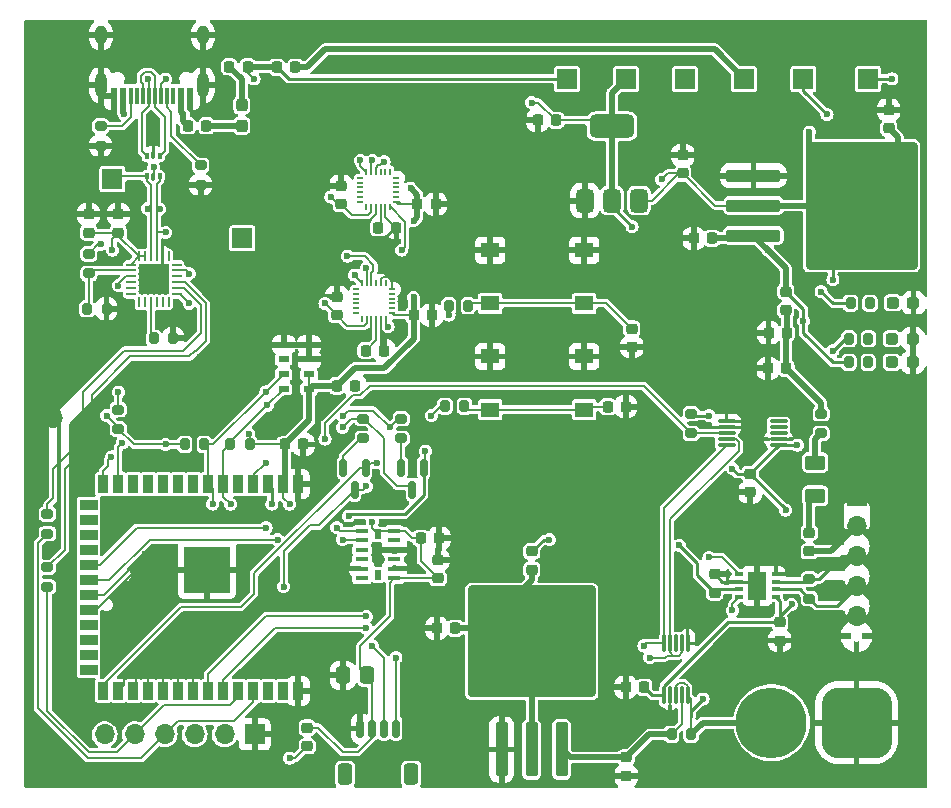
<source format=gbr>
%TF.GenerationSoftware,KiCad,Pcbnew,8.0.7*%
%TF.CreationDate,2024-12-30T10:45:42+13:00*%
%TF.ProjectId,Flight Computer V1,466c6967-6874-4204-936f-6d7075746572,rev?*%
%TF.SameCoordinates,Original*%
%TF.FileFunction,Copper,L1,Top*%
%TF.FilePolarity,Positive*%
%FSLAX46Y46*%
G04 Gerber Fmt 4.6, Leading zero omitted, Abs format (unit mm)*
G04 Created by KiCad (PCBNEW 8.0.7) date 2024-12-30 10:45:42*
%MOMM*%
%LPD*%
G01*
G04 APERTURE LIST*
G04 Aperture macros list*
%AMRoundRect*
0 Rectangle with rounded corners*
0 $1 Rounding radius*
0 $2 $3 $4 $5 $6 $7 $8 $9 X,Y pos of 4 corners*
0 Add a 4 corners polygon primitive as box body*
4,1,4,$2,$3,$4,$5,$6,$7,$8,$9,$2,$3,0*
0 Add four circle primitives for the rounded corners*
1,1,$1+$1,$2,$3*
1,1,$1+$1,$4,$5*
1,1,$1+$1,$6,$7*
1,1,$1+$1,$8,$9*
0 Add four rect primitives between the rounded corners*
20,1,$1+$1,$2,$3,$4,$5,0*
20,1,$1+$1,$4,$5,$6,$7,0*
20,1,$1+$1,$6,$7,$8,$9,0*
20,1,$1+$1,$8,$9,$2,$3,0*%
G04 Aperture macros list end*
%TA.AperFunction,ComponentPad*%
%ADD10R,1.700000X1.700000*%
%TD*%
%TA.AperFunction,ComponentPad*%
%ADD11O,1.700000X1.700000*%
%TD*%
%TA.AperFunction,HeatsinkPad*%
%ADD12R,2.600000X2.600000*%
%TD*%
%TA.AperFunction,SMDPad,CuDef*%
%ADD13RoundRect,0.062500X-0.350000X0.062500X-0.350000X-0.062500X0.350000X-0.062500X0.350000X0.062500X0*%
%TD*%
%TA.AperFunction,SMDPad,CuDef*%
%ADD14RoundRect,0.062500X-0.062500X0.350000X-0.062500X-0.350000X0.062500X-0.350000X0.062500X0.350000X0*%
%TD*%
%TA.AperFunction,SMDPad,CuDef*%
%ADD15RoundRect,0.075000X-0.650000X-0.075000X0.650000X-0.075000X0.650000X0.075000X-0.650000X0.075000X0*%
%TD*%
%TA.AperFunction,SMDPad,CuDef*%
%ADD16RoundRect,0.075000X-0.075000X0.650000X-0.075000X-0.650000X0.075000X-0.650000X0.075000X0.650000X0*%
%TD*%
%TA.AperFunction,SMDPad,CuDef*%
%ADD17RoundRect,0.375000X0.375000X-0.625000X0.375000X0.625000X-0.375000X0.625000X-0.375000X-0.625000X0*%
%TD*%
%TA.AperFunction,SMDPad,CuDef*%
%ADD18RoundRect,0.500000X1.400000X-0.500000X1.400000X0.500000X-1.400000X0.500000X-1.400000X-0.500000X0*%
%TD*%
%TA.AperFunction,SMDPad,CuDef*%
%ADD19RoundRect,0.250000X0.300000X-2.050000X0.300000X2.050000X-0.300000X2.050000X-0.300000X-2.050000X0*%
%TD*%
%TA.AperFunction,SMDPad,CuDef*%
%ADD20RoundRect,0.250000X2.375000X-2.025000X2.375000X2.025000X-2.375000X2.025000X-2.375000X-2.025000X0*%
%TD*%
%TA.AperFunction,SMDPad,CuDef*%
%ADD21RoundRect,0.250002X5.149998X-4.449998X5.149998X4.449998X-5.149998X4.449998X-5.149998X-4.449998X0*%
%TD*%
%TA.AperFunction,SMDPad,CuDef*%
%ADD22RoundRect,0.250000X-2.050000X-0.300000X2.050000X-0.300000X2.050000X0.300000X-2.050000X0.300000X0*%
%TD*%
%TA.AperFunction,SMDPad,CuDef*%
%ADD23RoundRect,0.250000X-2.025000X-2.375000X2.025000X-2.375000X2.025000X2.375000X-2.025000X2.375000X0*%
%TD*%
%TA.AperFunction,SMDPad,CuDef*%
%ADD24RoundRect,0.250002X-4.449998X-5.149998X4.449998X-5.149998X4.449998X5.149998X-4.449998X5.149998X0*%
%TD*%
%TA.AperFunction,SMDPad,CuDef*%
%ADD25R,0.650000X0.350000*%
%TD*%
%TA.AperFunction,SMDPad,CuDef*%
%ADD26R,1.550000X2.400000*%
%TD*%
%TA.AperFunction,SMDPad,CuDef*%
%ADD27RoundRect,0.050000X-0.225000X-0.050000X0.225000X-0.050000X0.225000X0.050000X-0.225000X0.050000X0*%
%TD*%
%TA.AperFunction,SMDPad,CuDef*%
%ADD28RoundRect,0.050000X0.050000X-0.225000X0.050000X0.225000X-0.050000X0.225000X-0.050000X-0.225000X0*%
%TD*%
%TA.AperFunction,SMDPad,CuDef*%
%ADD29R,0.950000X0.550000*%
%TD*%
%TA.AperFunction,SMDPad,CuDef*%
%ADD30RoundRect,0.093750X-0.093750X0.156250X-0.093750X-0.156250X0.093750X-0.156250X0.093750X0.156250X0*%
%TD*%
%TA.AperFunction,SMDPad,CuDef*%
%ADD31RoundRect,0.075000X-0.075000X0.250000X-0.075000X-0.250000X0.075000X-0.250000X0.075000X0.250000X0*%
%TD*%
%TA.AperFunction,SMDPad,CuDef*%
%ADD32R,1.117800X0.449200*%
%TD*%
%TA.AperFunction,SMDPad,CuDef*%
%ADD33R,0.500000X0.813000*%
%TD*%
%TA.AperFunction,SMDPad,CuDef*%
%ADD34R,1.550000X1.300000*%
%TD*%
%TA.AperFunction,SMDPad,CuDef*%
%ADD35RoundRect,0.200000X0.200000X0.275000X-0.200000X0.275000X-0.200000X-0.275000X0.200000X-0.275000X0*%
%TD*%
%TA.AperFunction,SMDPad,CuDef*%
%ADD36RoundRect,0.200000X-0.200000X-0.275000X0.200000X-0.275000X0.200000X0.275000X-0.200000X0.275000X0*%
%TD*%
%TA.AperFunction,SMDPad,CuDef*%
%ADD37RoundRect,0.200000X-0.275000X0.200000X-0.275000X-0.200000X0.275000X-0.200000X0.275000X0.200000X0*%
%TD*%
%TA.AperFunction,SMDPad,CuDef*%
%ADD38RoundRect,0.200000X0.275000X-0.200000X0.275000X0.200000X-0.275000X0.200000X-0.275000X-0.200000X0*%
%TD*%
%TA.AperFunction,SMDPad,CuDef*%
%ADD39RoundRect,0.150000X-0.150000X0.587500X-0.150000X-0.587500X0.150000X-0.587500X0.150000X0.587500X0*%
%TD*%
%TA.AperFunction,SMDPad,CuDef*%
%ADD40RoundRect,0.150000X-0.150000X-0.625000X0.150000X-0.625000X0.150000X0.625000X-0.150000X0.625000X0*%
%TD*%
%TA.AperFunction,SMDPad,CuDef*%
%ADD41RoundRect,0.250000X-0.350000X-0.650000X0.350000X-0.650000X0.350000X0.650000X-0.350000X0.650000X0*%
%TD*%
%TA.AperFunction,ComponentPad*%
%ADD42O,1.000000X1.600000*%
%TD*%
%TA.AperFunction,ComponentPad*%
%ADD43O,1.000000X2.100000*%
%TD*%
%TA.AperFunction,SMDPad,CuDef*%
%ADD44R,0.600000X1.450000*%
%TD*%
%TA.AperFunction,SMDPad,CuDef*%
%ADD45R,0.300000X1.450000*%
%TD*%
%TA.AperFunction,ComponentPad*%
%ADD46RoundRect,1.500000X1.500000X1.500000X-1.500000X1.500000X-1.500000X-1.500000X1.500000X-1.500000X0*%
%TD*%
%TA.AperFunction,ComponentPad*%
%ADD47C,6.000000*%
%TD*%
%TA.AperFunction,SMDPad,CuDef*%
%ADD48R,0.900000X1.500000*%
%TD*%
%TA.AperFunction,SMDPad,CuDef*%
%ADD49R,1.500000X0.900000*%
%TD*%
%TA.AperFunction,HeatsinkPad*%
%ADD50C,0.600000*%
%TD*%
%TA.AperFunction,SMDPad,CuDef*%
%ADD51R,3.900000X3.900000*%
%TD*%
%TA.AperFunction,SMDPad,CuDef*%
%ADD52RoundRect,0.237500X0.237500X-0.287500X0.237500X0.287500X-0.237500X0.287500X-0.237500X-0.287500X0*%
%TD*%
%TA.AperFunction,SMDPad,CuDef*%
%ADD53RoundRect,0.218750X0.218750X0.256250X-0.218750X0.256250X-0.218750X-0.256250X0.218750X-0.256250X0*%
%TD*%
%TA.AperFunction,SMDPad,CuDef*%
%ADD54RoundRect,0.250000X0.625000X-0.375000X0.625000X0.375000X-0.625000X0.375000X-0.625000X-0.375000X0*%
%TD*%
%TA.AperFunction,SMDPad,CuDef*%
%ADD55RoundRect,0.237500X0.287500X0.237500X-0.287500X0.237500X-0.287500X-0.237500X0.287500X-0.237500X0*%
%TD*%
%TA.AperFunction,SMDPad,CuDef*%
%ADD56RoundRect,0.218750X-0.256250X0.218750X-0.256250X-0.218750X0.256250X-0.218750X0.256250X0.218750X0*%
%TD*%
%TA.AperFunction,SMDPad,CuDef*%
%ADD57RoundRect,0.225000X-0.225000X-0.250000X0.225000X-0.250000X0.225000X0.250000X-0.225000X0.250000X0*%
%TD*%
%TA.AperFunction,SMDPad,CuDef*%
%ADD58RoundRect,0.225000X-0.250000X0.225000X-0.250000X-0.225000X0.250000X-0.225000X0.250000X0.225000X0*%
%TD*%
%TA.AperFunction,SMDPad,CuDef*%
%ADD59RoundRect,0.225000X0.250000X-0.225000X0.250000X0.225000X-0.250000X0.225000X-0.250000X-0.225000X0*%
%TD*%
%TA.AperFunction,SMDPad,CuDef*%
%ADD60RoundRect,0.250000X0.337500X0.475000X-0.337500X0.475000X-0.337500X-0.475000X0.337500X-0.475000X0*%
%TD*%
%TA.AperFunction,SMDPad,CuDef*%
%ADD61RoundRect,0.225000X0.225000X0.250000X-0.225000X0.250000X-0.225000X-0.250000X0.225000X-0.250000X0*%
%TD*%
%TA.AperFunction,ViaPad*%
%ADD62C,0.600000*%
%TD*%
%TA.AperFunction,Conductor*%
%ADD63C,0.254000*%
%TD*%
%TA.AperFunction,Conductor*%
%ADD64C,0.500000*%
%TD*%
%TA.AperFunction,Conductor*%
%ADD65C,0.200000*%
%TD*%
G04 APERTURE END LIST*
D10*
%TO.P,J7,1,Pin_1*%
%TO.N,/MCU/IO40*%
X155500000Y-105500000D03*
D11*
%TO.P,J7,2,Pin_2*%
%TO.N,/MCU/IO39*%
X155500000Y-108040000D03*
%TO.P,J7,3,Pin_3*%
%TO.N,/MCU/IO38*%
X155500000Y-110580000D03*
%TO.P,J7,4,Pin_4*%
%TO.N,/MCU/IO37*%
X155500000Y-113120000D03*
%TO.P,J7,5,Pin_5*%
%TO.N,/MCU/IO36*%
X155500000Y-115660000D03*
%TO.P,J7,6,Pin_6*%
%TO.N,/MCU/IO35*%
X155500000Y-118200000D03*
%TD*%
D10*
%TO.P,J6,1,Pin_1*%
%TO.N,/CAN Bus/CAN_RX*%
X201250000Y-125475000D03*
D11*
%TO.P,J6,2,Pin_2*%
%TO.N,/CAN Bus/CAN_TX*%
X203790000Y-125475000D03*
%TD*%
D12*
%TO.P,U11,25,GND*%
%TO.N,GND*%
X164000000Y-106470000D03*
D13*
%TO.P,U11,24,~{DCD}*%
%TO.N,unconnected-(U11-~{DCD}-Pad24)*%
X165937500Y-105220000D03*
%TO.P,U11,23,~{DTR}*%
%TO.N,/Flashing/DTR*%
X165937500Y-105720000D03*
%TO.P,U11,22,~{DSR}*%
%TO.N,unconnected-(U11-~{DSR}-Pad22)*%
X165937500Y-106220000D03*
%TO.P,U11,21,TXD*%
%TO.N,/Flashing/TXD*%
X165937500Y-106720000D03*
%TO.P,U11,20,RXD*%
%TO.N,/Flashing/RXD*%
X165937500Y-107220000D03*
%TO.P,U11,19,~{RTS}*%
%TO.N,/Flashing/RTS*%
X165937500Y-107720000D03*
D14*
%TO.P,U11,18,~{CTS}*%
%TO.N,unconnected-(U11-~{CTS}-Pad18)*%
X165250000Y-108407500D03*
%TO.P,U11,17,SUSPEND*%
%TO.N,unconnected-(U11-SUSPEND-Pad17)*%
X164750000Y-108407500D03*
%TO.P,U11,16,NC*%
%TO.N,unconnected-(U11-NC-Pad16)*%
X164250000Y-108407500D03*
%TO.P,U11,15,~{SUSPEND}*%
%TO.N,Net-(U11-~{SUSPEND})*%
X163750000Y-108407500D03*
%TO.P,U11,14,~{TXT}/GPIO.0*%
%TO.N,unconnected-(U11-~{TXT}{slash}GPIO.0-Pad14)*%
X163250000Y-108407500D03*
%TO.P,U11,13,~{RXT}/GPIO.1*%
%TO.N,unconnected-(U11-~{RXT}{slash}GPIO.1-Pad13)*%
X162750000Y-108407500D03*
D13*
%TO.P,U11,12,RS485/GPIO.2*%
%TO.N,unconnected-(U11-RS485{slash}GPIO.2-Pad12)*%
X162062500Y-107720000D03*
%TO.P,U11,11,~{WAKEUP}/GPIO.3*%
%TO.N,unconnected-(U11-~{WAKEUP}{slash}GPIO.3-Pad11)*%
X162062500Y-107220000D03*
%TO.P,U11,10,NC*%
%TO.N,unconnected-(U11-NC-Pad10)*%
X162062500Y-106720000D03*
%TO.P,U11,9,~{RST}*%
%TO.N,Net-(U11-~{RST})*%
X162062500Y-106220000D03*
%TO.P,U11,8,VBUS*%
%TO.N,Net-(U11-VBUS)*%
X162062500Y-105720000D03*
%TO.P,U11,7,VREGIN*%
%TO.N,+3V3*%
X162062500Y-105220000D03*
D14*
%TO.P,U11,6,VDD*%
X162750000Y-104532500D03*
%TO.P,U11,5,VIO*%
X163250000Y-104532500D03*
%TO.P,U11,4,D-*%
%TO.N,/Flashing/D-*%
X163750000Y-104532500D03*
%TO.P,U11,3,D+*%
%TO.N,/Flashing/D+*%
X164250000Y-104532500D03*
%TO.P,U11,2,GND*%
%TO.N,GND*%
X164750000Y-104532500D03*
%TO.P,U11,1,~{RI}/CLK*%
%TO.N,unconnected-(U11-~{RI}{slash}CLK-Pad1)*%
X165250000Y-104532500D03*
%TD*%
D15*
%TO.P,U10,1,A1*%
%TO.N,GND*%
X212500000Y-118500000D03*
%TO.P,U10,2,A0*%
X212500000Y-119000000D03*
%TO.P,U10,3,~{Alert}*%
%TO.N,/MCU/INA_ALERT*%
X212500000Y-119500000D03*
%TO.P,U10,4,SDA*%
%TO.N,/ADXL375/SDA*%
X212500000Y-120000000D03*
%TO.P,U10,5,SCL*%
%TO.N,/ADXL375/SCL*%
X212500000Y-120500000D03*
%TO.P,U10,6,VS*%
%TO.N,+3V3*%
X216900000Y-120500000D03*
%TO.P,U10,7,GND*%
%TO.N,GND*%
X216900000Y-120000000D03*
%TO.P,U10,8,Vbus*%
%TO.N,Net-(U10-Vbus)*%
X216900000Y-119500000D03*
%TO.P,U10,9,Vin-*%
%TO.N,/Power/V_BUS_Out*%
X216900000Y-119000000D03*
%TO.P,U10,10,Vin+*%
%TO.N,Net-(U10-Vbus)*%
X216900000Y-118500000D03*
%TD*%
D16*
%TO.P,U9,1,A1*%
%TO.N,GND*%
X209200000Y-137300000D03*
%TO.P,U9,2,A0*%
%TO.N,/ADXL375/SDA*%
X208700000Y-137300000D03*
%TO.P,U9,3,~{Alert}*%
%TO.N,unconnected-(U9-~{Alert}-Pad3)*%
X208200000Y-137300000D03*
%TO.P,U9,4,SDA*%
%TO.N,/ADXL375/SDA*%
X207700000Y-137300000D03*
%TO.P,U9,5,SCL*%
%TO.N,/ADXL375/SCL*%
X207200000Y-137300000D03*
%TO.P,U9,6,VS*%
%TO.N,+3V3*%
X207200000Y-141700000D03*
%TO.P,U9,7,GND*%
%TO.N,GND*%
X207700000Y-141700000D03*
%TO.P,U9,8,Vbus*%
%TO.N,/Power/BATT_INPUT*%
X208200000Y-141700000D03*
%TO.P,U9,9,Vin-*%
%TO.N,/Power/V_BATT*%
X208700000Y-141700000D03*
%TO.P,U9,10,Vin+*%
%TO.N,/Power/BATT_INPUT*%
X209200000Y-141700000D03*
%TD*%
D17*
%TO.P,U8,1,GND*%
%TO.N,GND*%
X200500000Y-99800000D03*
%TO.P,U8,2,VO*%
%TO.N,+1V8*%
X202800000Y-99800000D03*
D18*
X202800000Y-93500000D03*
D17*
%TO.P,U8,3,VI*%
%TO.N,+3V3*%
X205100000Y-99800000D03*
%TD*%
D19*
%TO.P,U7,1,GND*%
%TO.N,GND*%
X193460000Y-146275000D03*
%TO.P,U7,2,VO*%
%TO.N,/Power/5V_LDO*%
X196000000Y-146275000D03*
D20*
X193225000Y-139550000D03*
X198775000Y-139550000D03*
D21*
X196000000Y-137125000D03*
D20*
X193225000Y-134700000D03*
X198775000Y-134700000D03*
D19*
%TO.P,U7,3,VI*%
%TO.N,/Power/V_BATT*%
X198540000Y-146275000D03*
%TD*%
D22*
%TO.P,U6,1,GND*%
%TO.N,GND*%
X214775000Y-97685000D03*
%TO.P,U6,2,VO*%
%TO.N,+3V3*%
X214775000Y-100225000D03*
D23*
X221500000Y-97450000D03*
X221500000Y-103000000D03*
D24*
X223925000Y-100225000D03*
D23*
X226350000Y-97450000D03*
X226350000Y-103000000D03*
D22*
%TO.P,U6,3,VI*%
%TO.N,+5V*%
X214775000Y-102765000D03*
%TD*%
D25*
%TO.P,U5,1,TXD*%
%TO.N,/CAN Bus/CAN_TX*%
X213562500Y-131425000D03*
%TO.P,U5,2,VSS*%
%TO.N,GND*%
X213562500Y-132075000D03*
%TO.P,U5,3,VDD*%
%TO.N,+5V*%
X213562500Y-132725000D03*
%TO.P,U5,4,RXD*%
%TO.N,/CAN Bus/CAN_RX*%
X213562500Y-133375000D03*
%TO.P,U5,5,VIO*%
%TO.N,+3V3*%
X216662500Y-133375000D03*
%TO.P,U5,6,CANL*%
%TO.N,CANL*%
X216662500Y-132725000D03*
%TO.P,U5,7,CANH*%
%TO.N,CANH*%
X216662500Y-132075000D03*
%TO.P,U5,8,STBY*%
%TO.N,GND*%
X216662500Y-131425000D03*
D26*
%TO.P,U5,9,VSS*%
X215112500Y-132400000D03*
%TD*%
D27*
%TO.P,U4,1,NC*%
%TO.N,unconnected-(U4-NC-Pad1)*%
X181500000Y-97885000D03*
%TO.P,U4,2,NC*%
%TO.N,unconnected-(U4-NC-Pad2)*%
X181500000Y-98285000D03*
%TO.P,U4,3,NC*%
%TO.N,unconnected-(U4-NC-Pad3)*%
X181500000Y-98685000D03*
%TO.P,U4,4,NC*%
%TO.N,unconnected-(U4-NC-Pad4)*%
X181500000Y-99085000D03*
%TO.P,U4,5,NC*%
%TO.N,unconnected-(U4-NC-Pad5)*%
X181500000Y-99485000D03*
%TO.P,U4,6,NC*%
%TO.N,unconnected-(U4-NC-Pad6)*%
X181500000Y-99885000D03*
D28*
%TO.P,U4,7,AUX_CL*%
%TO.N,unconnected-(U4-AUX_CL-Pad7)*%
X182000000Y-100385000D03*
%TO.P,U4,8,VDDIO*%
%TO.N,+1V8*%
X182400000Y-100385000D03*
%TO.P,U4,9,SDO/AD0*%
%TO.N,GND*%
X182800000Y-100385000D03*
%TO.P,U4,10,REGOUT*%
%TO.N,Net-(U4-REGOUT)*%
X183200000Y-100385000D03*
%TO.P,U4,11,FSYNC*%
%TO.N,GND*%
X183600000Y-100385000D03*
%TO.P,U4,12,INT1*%
%TO.N,/ICM20948 IMU/ICM_INT*%
X184000000Y-100385000D03*
D27*
%TO.P,U4,13,VDD*%
%TO.N,+3V3*%
X184500000Y-99885000D03*
%TO.P,U4,14,NC*%
%TO.N,unconnected-(U4-NC-Pad14)*%
X184500000Y-99485000D03*
%TO.P,U4,15,NC*%
%TO.N,unconnected-(U4-NC-Pad15)*%
X184500000Y-99085000D03*
%TO.P,U4,16,NC*%
%TO.N,unconnected-(U4-NC-Pad16)*%
X184500000Y-98685000D03*
%TO.P,U4,17,NC*%
%TO.N,unconnected-(U4-NC-Pad17)*%
X184500000Y-98285000D03*
%TO.P,U4,18,GND*%
%TO.N,GND*%
X184500000Y-97885000D03*
D28*
%TO.P,U4,19,RESV*%
%TO.N,unconnected-(U4-RESV-Pad19)*%
X184000000Y-97385000D03*
%TO.P,U4,20,GND*%
%TO.N,GND*%
X183600000Y-97385000D03*
%TO.P,U4,21,AUX_DA*%
%TO.N,unconnected-(U4-AUX_DA-Pad21)*%
X183200000Y-97385000D03*
%TO.P,U4,22,~{CS}*%
%TO.N,+1V8*%
X182800000Y-97385000D03*
%TO.P,U4,23,SCL/SCLK*%
%TO.N,/ADXL375/SCL*%
X182400000Y-97385000D03*
%TO.P,U4,24,SDA/SDI*%
%TO.N,/ADXL375/SDA*%
X182000000Y-97385000D03*
%TD*%
D29*
%TO.P,U3,8,SCLK*%
%TO.N,/ADXL375/SCL*%
X175000000Y-115750000D03*
%TO.P,U3,7,SDI/SDA*%
%TO.N,/ADXL375/SDA*%
X175000000Y-114500000D03*
%TO.P,U3,6,SDO*%
%TO.N,unconnected-(U3-SDO-Pad6)*%
X175000000Y-113250000D03*
%TO.P,U3,5,CSB*%
%TO.N,GND*%
X175000000Y-112000000D03*
%TO.P,U3,4,CSB*%
X177150000Y-112000000D03*
%TO.P,U3,3,GND*%
X177150000Y-113250000D03*
%TO.P,U3,2,PS*%
%TO.N,+3V3*%
X177150000Y-114500000D03*
%TO.P,U3,1,VDD*%
X177150000Y-115750000D03*
%TD*%
D30*
%TO.P,U2,6,I/O1*%
%TO.N,/Flashing/D+*%
X164500000Y-97745000D03*
D31*
%TO.P,U2,5,VBUS*%
%TO.N,/Flashing/V_USB*%
X163962500Y-97820000D03*
D30*
%TO.P,U2,4,I/O2*%
%TO.N,/Flashing/D-*%
X163425000Y-97745000D03*
%TO.P,U2,3,I/O2*%
%TO.N,/Flashing/USB-*%
X163425000Y-96045000D03*
D31*
%TO.P,U2,2,GND*%
%TO.N,GND*%
X163962500Y-95970000D03*
D30*
%TO.P,U2,1,I/O1*%
%TO.N,/Flashing/USB+*%
X164500000Y-96045000D03*
%TD*%
D32*
%TO.P,U1,1,VDDI/O*%
%TO.N,+3V3*%
X184370901Y-131781501D03*
%TO.P,U1,2,GND*%
%TO.N,GND*%
X184370901Y-130981500D03*
%TO.P,U1,3,RESERVED*%
%TO.N,unconnected-(U1-RESERVED-Pad3)*%
X184370901Y-130181499D03*
%TO.P,U1,4,GND*%
%TO.N,GND*%
X184370901Y-129381501D03*
%TO.P,U1,5,GND*%
X184370901Y-128581500D03*
%TO.P,U1,6,VS*%
%TO.N,+3V3*%
X184370901Y-127781501D03*
D33*
%TO.P,U1,7,\u002ACS*%
X183000000Y-128063002D03*
D32*
%TO.P,U1,8,INT1*%
%TO.N,/ADXL375/ADXL_INT2*%
X181629099Y-127781499D03*
%TO.P,U1,9,INT2*%
%TO.N,/ADXL375/ADXL_INT1*%
X181629099Y-128581500D03*
%TO.P,U1,10,NC*%
%TO.N,unconnected-(U1-NC-Pad10)*%
X181629099Y-129381501D03*
%TO.P,U1,11,RESERVED*%
%TO.N,unconnected-(U1-RESERVED-Pad11)*%
X181629099Y-130181499D03*
%TO.P,U1,12,SDO/ALTADDRESS*%
%TO.N,GND*%
X181629099Y-130981500D03*
%TO.P,U1,13,SDA/SDI/SDIO*%
%TO.N,/ADXL375/SDA*%
X181629099Y-131781499D03*
D33*
%TO.P,U1,14,SCL/SCLK*%
%TO.N,/ADXL375/SCL*%
X183000000Y-131499998D03*
%TD*%
D10*
%TO.P,TP10,1,1*%
%TO.N,/Flashing/D+*%
X171500000Y-103000000D03*
%TD*%
%TO.P,TP9,1,1*%
%TO.N,/Flashing/D-*%
X160500000Y-98000000D03*
%TD*%
%TO.P,TP8,1,1*%
%TO.N,/Flashing/V_USB*%
X199000000Y-89500000D03*
%TD*%
%TO.P,TP7,1,1*%
%TO.N,+1V8*%
X204000000Y-89500000D03*
%TD*%
%TO.P,TP6,1,1*%
%TO.N,/Power/BATT_INPUT*%
X224500000Y-89500000D03*
%TD*%
%TO.P,TP5,1,1*%
%TO.N,+3V3*%
X209000000Y-89500000D03*
%TD*%
%TO.P,TP4,1,1*%
%TO.N,5V_BUS*%
X219000000Y-89500000D03*
%TD*%
%TO.P,TP3,1,1*%
%TO.N,+5V*%
X214000000Y-89500000D03*
%TD*%
D34*
%TO.P,SW2,2,2*%
%TO.N,Net-(C18-Pad2)*%
X200450000Y-117500000D03*
X192500000Y-117500000D03*
%TO.P,SW2,1,1*%
%TO.N,GND*%
X200450000Y-113000000D03*
X192500000Y-113000000D03*
%TD*%
%TO.P,SW1,2,2*%
%TO.N,Net-(C17-Pad2)*%
X200450000Y-108500000D03*
X192500000Y-108500000D03*
%TO.P,SW1,1,1*%
%TO.N,GND*%
X200450000Y-104000000D03*
X192500000Y-104000000D03*
%TD*%
D35*
%TO.P,R21,1*%
%TO.N,Net-(D9-A)*%
X224500000Y-113500000D03*
%TO.P,R21,2*%
%TO.N,+5V*%
X222850000Y-113500000D03*
%TD*%
%TO.P,R20,1*%
%TO.N,Net-(D8-A)*%
X224511400Y-111493700D03*
%TO.P,R20,2*%
%TO.N,+3V3*%
X222861400Y-111493700D03*
%TD*%
%TO.P,R19,1*%
%TO.N,Net-(D7-A)*%
X224650000Y-108500000D03*
%TO.P,R19,2*%
%TO.N,+1V8*%
X223000000Y-108500000D03*
%TD*%
%TO.P,R18,1*%
%TO.N,+3V3*%
X172120000Y-120450600D03*
%TO.P,R18,2*%
%TO.N,/ADXL375/SCL*%
X170470000Y-120450600D03*
%TD*%
D36*
%TO.P,R17,1*%
%TO.N,+3V3*%
X166620000Y-120450600D03*
%TO.P,R17,2*%
%TO.N,/ADXL375/SDA*%
X168270000Y-120450600D03*
%TD*%
%TO.P,R16,2*%
%TO.N,GND*%
X165650000Y-111470000D03*
%TO.P,R16,1*%
%TO.N,Net-(U11-~{SUSPEND})*%
X164000000Y-111470000D03*
%TD*%
D37*
%TO.P,R15,2*%
%TO.N,/Flashing/TX0*%
X155000000Y-128000000D03*
%TO.P,R15,1*%
%TO.N,/Flashing/RXD*%
X155000000Y-126350000D03*
%TD*%
%TO.P,R14,2*%
%TO.N,/Flashing/RX0*%
X155000000Y-132500000D03*
%TO.P,R14,1*%
%TO.N,/Flashing/TXD*%
X155000000Y-130850000D03*
%TD*%
%TO.P,R13,2*%
%TO.N,+3V3*%
X161000000Y-119150000D03*
%TO.P,R13,1*%
%TO.N,Net-(U11-~{RST})*%
X161000000Y-117500000D03*
%TD*%
D36*
%TO.P,R12,2*%
%TO.N,GND*%
X160000000Y-108970000D03*
%TO.P,R12,1*%
%TO.N,Net-(U11-VBUS)*%
X158350000Y-108970000D03*
%TD*%
D37*
%TO.P,R11,2*%
%TO.N,Net-(U11-VBUS)*%
X158500000Y-105970000D03*
%TO.P,R11,1*%
%TO.N,/Flashing/V_USB*%
X158500000Y-104320000D03*
%TD*%
%TO.P,R10,2*%
%TO.N,GND*%
X159500000Y-95150000D03*
%TO.P,R10,1*%
%TO.N,/Flashing/CC2*%
X159500000Y-93500000D03*
%TD*%
%TO.P,R9,2*%
%TO.N,GND*%
X167962500Y-98470000D03*
%TO.P,R9,1*%
%TO.N,/Flashing/CC1*%
X167962500Y-96820000D03*
%TD*%
%TO.P,R8,2*%
%TO.N,Net-(Q2-B)*%
X181750000Y-119928052D03*
%TO.P,R8,1*%
%TO.N,/Flashing/RTS*%
X181750000Y-118278052D03*
%TD*%
%TO.P,R7,2*%
%TO.N,Net-(Q1-B)*%
X184950000Y-119928052D03*
%TO.P,R7,1*%
%TO.N,/Flashing/DTR*%
X184950000Y-118278052D03*
%TD*%
D35*
%TO.P,R6,2*%
%TO.N,/Flashing/IO0*%
X188650000Y-117200000D03*
%TO.P,R6,1*%
%TO.N,Net-(C18-Pad2)*%
X190300000Y-117200000D03*
%TD*%
%TO.P,R5,2*%
%TO.N,/Flashing/EN*%
X188975000Y-108700000D03*
%TO.P,R5,1*%
%TO.N,Net-(C17-Pad2)*%
X190625000Y-108700000D03*
%TD*%
D38*
%TO.P,R4,1*%
%TO.N,/MCU/INA_ALERT*%
X209500000Y-119500000D03*
%TO.P,R4,2*%
%TO.N,+3V3*%
X209500000Y-117850000D03*
%TD*%
%TO.P,R3,1*%
%TO.N,Net-(U10-Vbus)*%
X220500000Y-119500000D03*
%TO.P,R3,2*%
%TO.N,/Power/V_BUS_Out*%
X220500000Y-117850000D03*
%TD*%
D35*
%TO.P,R2,1*%
%TO.N,/Power/BATT_INPUT*%
X209500000Y-145000000D03*
%TO.P,R2,2*%
%TO.N,/Power/V_BATT*%
X207850000Y-145000000D03*
%TD*%
D37*
%TO.P,R1,1*%
%TO.N,CANH*%
X219500000Y-131850000D03*
%TO.P,R1,2*%
%TO.N,CANL*%
X219500000Y-133500000D03*
%TD*%
D39*
%TO.P,Q2,3,E*%
%TO.N,/Flashing/DTR*%
X181000000Y-124303052D03*
%TO.P,Q2,2,B*%
%TO.N,Net-(Q2-B)*%
X180050000Y-122428052D03*
%TO.P,Q2,1,C*%
%TO.N,/Flashing/IO0*%
X181950000Y-122428052D03*
%TD*%
%TO.P,Q1,3,E*%
%TO.N,/Flashing/RTS*%
X185900000Y-124303052D03*
%TO.P,Q1,2,B*%
%TO.N,Net-(Q1-B)*%
X184950000Y-122428052D03*
%TO.P,Q1,1,C*%
%TO.N,/Flashing/EN*%
X186850000Y-122428052D03*
%TD*%
D40*
%TO.P,J5,1,Pin_1*%
%TO.N,GND*%
X181500000Y-144500000D03*
%TO.P,J5,2,Pin_2*%
%TO.N,+3V3*%
X182500000Y-144500000D03*
%TO.P,J5,3,Pin_3*%
%TO.N,/ADXL375/SCL*%
X183500000Y-144500000D03*
%TO.P,J5,4,Pin_4*%
%TO.N,/ADXL375/SDA*%
X184500000Y-144500000D03*
D41*
%TO.P,J5,MP*%
%TO.N,N/C*%
X180200000Y-148375000D03*
X185800000Y-148375000D03*
%TD*%
D42*
%TO.P,J4,S1,SHIELD*%
%TO.N,GND*%
X159532500Y-85820000D03*
D43*
X159532500Y-90000000D03*
D42*
X168172500Y-85820000D03*
D43*
X168172500Y-90000000D03*
D44*
%TO.P,J4,B12,GND*%
X167102500Y-90915000D03*
%TO.P,J4,B9,VBUS*%
%TO.N,/Flashing/VBUS*%
X166302500Y-90915000D03*
D45*
%TO.P,J4,B8,SBU2*%
%TO.N,unconnected-(J4-SBU2-PadB8)*%
X165602500Y-90915000D03*
%TO.P,J4,B7,D-*%
%TO.N,/Flashing/USB-*%
X164602500Y-90915000D03*
%TO.P,J4,B6,D+*%
%TO.N,/Flashing/USB+*%
X163102500Y-90915000D03*
%TO.P,J4,B5,CC2*%
%TO.N,/Flashing/CC2*%
X162102500Y-90915000D03*
D44*
%TO.P,J4,B4,VBUS*%
%TO.N,/Flashing/VBUS*%
X161402500Y-90915000D03*
%TO.P,J4,B1,GND*%
%TO.N,GND*%
X160602500Y-90915000D03*
%TO.P,J4,A12,GND*%
X160602500Y-90915000D03*
%TO.P,J4,A9,VBUS*%
%TO.N,/Flashing/VBUS*%
X161402500Y-90915000D03*
D45*
%TO.P,J4,A8,SBU1*%
%TO.N,unconnected-(J4-SBU1-PadA8)*%
X162602500Y-90915000D03*
%TO.P,J4,A7,D-*%
%TO.N,/Flashing/USB-*%
X163602500Y-90915000D03*
%TO.P,J4,A6,D+*%
%TO.N,/Flashing/USB+*%
X164102500Y-90915000D03*
%TO.P,J4,A5,CC1*%
%TO.N,/Flashing/CC1*%
X165102500Y-90915000D03*
D44*
%TO.P,J4,A4,VBUS*%
%TO.N,/Flashing/VBUS*%
X166302500Y-90915000D03*
%TO.P,J4,A1,GND*%
%TO.N,GND*%
X167102500Y-90915000D03*
%TD*%
D11*
%TO.P,J3,6,Pin_6*%
%TO.N,/Flashing/DTR*%
X159840000Y-145000000D03*
%TO.P,J3,5,Pin_5*%
%TO.N,/Flashing/RX0*%
X162380000Y-145000000D03*
%TO.P,J3,4,Pin_4*%
%TO.N,/Flashing/TX0*%
X164920000Y-145000000D03*
%TO.P,J3,3,Pin_3*%
%TO.N,Net-(D5-A)*%
X167460000Y-145000000D03*
%TO.P,J3,2,Pin_2*%
%TO.N,unconnected-(J3-Pin_2-Pad2)*%
X170000000Y-145000000D03*
D10*
%TO.P,J3,1,Pin_1*%
%TO.N,GND*%
X172540000Y-145000000D03*
%TD*%
D46*
%TO.P,J2,1,Pin_1*%
%TO.N,GND*%
X223500000Y-144000000D03*
D47*
%TO.P,J2,2,Pin_2*%
%TO.N,/Power/BATT_INPUT*%
X216300000Y-144000000D03*
%TD*%
D10*
%TO.P,J1,1,Pin_1*%
%TO.N,unconnected-(J1-Pin_1-Pad1)*%
X223500000Y-124840000D03*
D11*
%TO.P,J1,2,Pin_2*%
%TO.N,5V_BUS*%
X223500000Y-127380000D03*
%TO.P,J1,3,Pin_3*%
%TO.N,CANH*%
X223500000Y-129920000D03*
%TO.P,J1,4,Pin_4*%
%TO.N,CANL*%
X223500000Y-132460000D03*
%TO.P,J1,5,Pin_5*%
%TO.N,GND*%
X223500000Y-135000000D03*
%TD*%
D48*
%TO.P,IC1,1,GND_1*%
%TO.N,GND*%
X176240000Y-123805000D03*
%TO.P,IC1,2,3V3*%
%TO.N,+3V3*%
X174970000Y-123805000D03*
%TO.P,IC1,3,EN*%
%TO.N,/Flashing/EN*%
X173700000Y-123805000D03*
%TO.P,IC1,4,IO4*%
%TO.N,/MCU/INA_ALERT*%
X172430000Y-123805000D03*
%TO.P,IC1,5,IO5*%
%TO.N,unconnected-(IC1-IO5-Pad5)*%
X171160000Y-123805000D03*
%TO.P,IC1,6,IO6*%
%TO.N,/ADXL375/SCL*%
X169890000Y-123805000D03*
%TO.P,IC1,7,IO7*%
%TO.N,/ADXL375/SDA*%
X168620000Y-123805000D03*
%TO.P,IC1,8,IO15*%
%TO.N,unconnected-(IC1-IO15-Pad8)*%
X167350000Y-123805000D03*
%TO.P,IC1,9,IO16*%
%TO.N,unconnected-(IC1-IO16-Pad9)*%
X166080000Y-123805000D03*
%TO.P,IC1,10,IO17*%
%TO.N,unconnected-(IC1-IO17-Pad10)*%
X164810000Y-123805000D03*
%TO.P,IC1,11,IO18*%
%TO.N,unconnected-(IC1-IO18-Pad11)*%
X163540000Y-123805000D03*
%TO.P,IC1,12,IO8*%
%TO.N,unconnected-(IC1-IO8-Pad12)*%
X162270000Y-123805000D03*
%TO.P,IC1,13,IO19*%
%TO.N,/Flashing/D-*%
X161000000Y-123805000D03*
%TO.P,IC1,14,IO20*%
%TO.N,/Flashing/D+*%
X159730000Y-123805000D03*
D49*
%TO.P,IC1,15,IO3*%
%TO.N,unconnected-(IC1-IO3-Pad15)*%
X158480000Y-125570000D03*
%TO.P,IC1,16,IO46*%
%TO.N,unconnected-(IC1-IO46-Pad16)*%
X158480000Y-126840000D03*
%TO.P,IC1,17,IO9*%
%TO.N,unconnected-(IC1-IO9-Pad17)*%
X158480000Y-128110000D03*
%TO.P,IC1,18,IO10*%
%TO.N,unconnected-(IC1-IO10-Pad18)*%
X158480000Y-129380000D03*
%TO.P,IC1,19,IO11*%
%TO.N,/ADXL375/ADXL_INT2*%
X158480000Y-130650000D03*
%TO.P,IC1,20,IO12*%
%TO.N,/ADXL375/ADXL_INT1*%
X158480000Y-131920000D03*
%TO.P,IC1,21,IO13*%
%TO.N,/ICM20948 IMU/ICM_INT*%
X158480000Y-133190000D03*
%TO.P,IC1,22,IO14*%
%TO.N,/ICM20948 IMU1/ICM_INT*%
X158480000Y-134460000D03*
%TO.P,IC1,23,IO21*%
%TO.N,unconnected-(IC1-IO21-Pad23)*%
X158480000Y-135730000D03*
%TO.P,IC1,24,IO47*%
%TO.N,unconnected-(IC1-IO47-Pad24)*%
X158480000Y-137000000D03*
%TO.P,IC1,25,IO48*%
%TO.N,unconnected-(IC1-IO48-Pad25)*%
X158480000Y-138270000D03*
%TO.P,IC1,26,IO45*%
%TO.N,unconnected-(IC1-IO45-Pad26)*%
X158480000Y-139540000D03*
D48*
%TO.P,IC1,27,IO0*%
%TO.N,/Flashing/IO0*%
X159730000Y-141305000D03*
%TO.P,IC1,28,IO35*%
%TO.N,/MCU/IO35*%
X161000000Y-141305000D03*
%TO.P,IC1,29,IO36*%
%TO.N,/MCU/IO36*%
X162270000Y-141305000D03*
%TO.P,IC1,30,IO37*%
%TO.N,/MCU/IO37*%
X163540000Y-141305000D03*
%TO.P,IC1,31,IO38*%
%TO.N,/MCU/IO38*%
X164810000Y-141305000D03*
%TO.P,IC1,32,IO39*%
%TO.N,/MCU/IO39*%
X166080000Y-141305000D03*
%TO.P,IC1,33,IO40*%
%TO.N,/MCU/IO40*%
X167350000Y-141305000D03*
%TO.P,IC1,34,IO41*%
%TO.N,/CAN Bus/CAN_TX*%
X168620000Y-141305000D03*
%TO.P,IC1,35,IO42*%
%TO.N,/CAN Bus/CAN_RX*%
X169890000Y-141305000D03*
%TO.P,IC1,36,RXD0*%
%TO.N,/Flashing/RX0*%
X171160000Y-141305000D03*
%TO.P,IC1,37,TXD0*%
%TO.N,/Flashing/TX0*%
X172430000Y-141305000D03*
%TO.P,IC1,38,IO2*%
%TO.N,unconnected-(IC1-IO2-Pad38)*%
X173700000Y-141305000D03*
%TO.P,IC1,39,IO1*%
%TO.N,unconnected-(IC1-IO1-Pad39)*%
X174970000Y-141305000D03*
%TO.P,IC1,40,GND_2*%
%TO.N,GND*%
X176240000Y-141305000D03*
D50*
%TO.P,IC1,41,GND_3*%
X169220000Y-129655000D03*
X167820000Y-129655000D03*
X169920000Y-130355000D03*
X168520000Y-130355000D03*
X167120000Y-130355000D03*
X169220000Y-131055000D03*
D51*
X168520000Y-131055000D03*
D50*
X167820000Y-131055000D03*
X169920000Y-131755000D03*
X168520000Y-131755000D03*
X167120000Y-131755000D03*
X169220000Y-132455000D03*
X167820000Y-132455000D03*
%TD*%
D52*
%TO.P,FB1,2*%
%TO.N,Net-(F2-Pad2)*%
X171462500Y-91720000D03*
%TO.P,FB1,1*%
%TO.N,Net-(D6-K)*%
X171462500Y-93470000D03*
%TD*%
D53*
%TO.P,F2,2*%
%TO.N,Net-(F2-Pad2)*%
X170387500Y-88470000D03*
%TO.P,F2,1*%
%TO.N,/Flashing/V_USB*%
X171962500Y-88470000D03*
%TD*%
D54*
%TO.P,F1,2*%
%TO.N,Net-(U10-Vbus)*%
X220000000Y-122000000D03*
%TO.P,F1,1*%
%TO.N,Net-(D1-K)*%
X220000000Y-124800000D03*
%TD*%
D55*
%TO.P,D9,1,K*%
%TO.N,GND*%
X228250000Y-113500000D03*
%TO.P,D9,2,A*%
%TO.N,Net-(D9-A)*%
X226500000Y-113500000D03*
%TD*%
%TO.P,D8,1,K*%
%TO.N,GND*%
X228250000Y-111500000D03*
%TO.P,D8,2,A*%
%TO.N,Net-(D8-A)*%
X226500000Y-111500000D03*
%TD*%
%TO.P,D7,1,K*%
%TO.N,GND*%
X228323600Y-108460400D03*
%TO.P,D7,2,A*%
%TO.N,Net-(D7-A)*%
X226573600Y-108460400D03*
%TD*%
D53*
%TO.P,D6,2,A*%
%TO.N,/Flashing/VBUS*%
X166887500Y-93470000D03*
%TO.P,D6,1,K*%
%TO.N,Net-(D6-K)*%
X168462500Y-93470000D03*
%TD*%
D56*
%TO.P,D5,2,A*%
%TO.N,Net-(D5-A)*%
X177000000Y-146000000D03*
%TO.P,D5,1,K*%
%TO.N,+3V3*%
X177000000Y-144425000D03*
%TD*%
D53*
%TO.P,D4,1,K*%
%TO.N,+5V*%
X176000000Y-88500000D03*
%TO.P,D4,2,A*%
%TO.N,/Flashing/V_USB*%
X174425000Y-88500000D03*
%TD*%
D56*
%TO.P,D3,1,K*%
%TO.N,+5V*%
X217500000Y-107500000D03*
%TO.P,D3,2,A*%
%TO.N,/Power/V_BUS_Out*%
X217500000Y-109075000D03*
%TD*%
%TO.P,D2,1,K*%
%TO.N,+5V*%
X196000000Y-129500000D03*
%TO.P,D2,2,A*%
%TO.N,/Power/5V_LDO*%
X196000000Y-131075000D03*
%TD*%
%TO.P,D1,1,K*%
%TO.N,Net-(D1-K)*%
X219500000Y-127925000D03*
%TO.P,D1,2,A*%
%TO.N,5V_BUS*%
X219500000Y-129500000D03*
%TD*%
D57*
%TO.P,C27,2*%
%TO.N,GND*%
X183500000Y-112500000D03*
%TO.P,C27,1*%
%TO.N,Net-(U12-REGOUT)*%
X181950000Y-112500000D03*
%TD*%
%TO.P,C26,2*%
%TO.N,GND*%
X187550000Y-109500000D03*
%TO.P,C26,1*%
%TO.N,+3V3*%
X186000000Y-109500000D03*
%TD*%
D58*
%TO.P,C25,2*%
%TO.N,+1V8*%
X179500000Y-109500000D03*
%TO.P,C25,1*%
%TO.N,GND*%
X179500000Y-107950000D03*
%TD*%
D57*
%TO.P,C24,2*%
%TO.N,GND*%
X188179100Y-128381500D03*
%TO.P,C24,1*%
%TO.N,+3V3*%
X186629100Y-128381500D03*
%TD*%
D59*
%TO.P,C23,2*%
%TO.N,GND*%
X188070900Y-130216300D03*
%TO.P,C23,1*%
%TO.N,+3V3*%
X188070900Y-131766300D03*
%TD*%
D60*
%TO.P,C22,1*%
%TO.N,+3V3*%
X182075000Y-140000000D03*
%TO.P,C22,2*%
%TO.N,GND*%
X180000000Y-140000000D03*
%TD*%
D57*
%TO.P,C21,1*%
%TO.N,+3V3*%
X175120000Y-120450600D03*
%TO.P,C21,2*%
%TO.N,GND*%
X176670000Y-120450600D03*
%TD*%
D59*
%TO.P,C20,2*%
%TO.N,GND*%
X161000000Y-100970000D03*
%TO.P,C20,1*%
%TO.N,+3V3*%
X161000000Y-102520000D03*
%TD*%
%TO.P,C19,2*%
%TO.N,GND*%
X158490000Y-100970000D03*
%TO.P,C19,1*%
%TO.N,+3V3*%
X158490000Y-102520000D03*
%TD*%
D61*
%TO.P,C18,2*%
%TO.N,Net-(C18-Pad2)*%
X202425000Y-117250000D03*
%TO.P,C18,1*%
%TO.N,GND*%
X203975000Y-117250000D03*
%TD*%
D59*
%TO.P,C17,2*%
%TO.N,Net-(C17-Pad2)*%
X204475000Y-110650000D03*
%TO.P,C17,1*%
%TO.N,GND*%
X204475000Y-112200000D03*
%TD*%
D58*
%TO.P,C16,1*%
%TO.N,+3V3*%
X214500000Y-122950000D03*
%TO.P,C16,2*%
%TO.N,GND*%
X214500000Y-124500000D03*
%TD*%
D61*
%TO.P,C15,2*%
%TO.N,GND*%
X216000000Y-114000000D03*
%TO.P,C15,1*%
%TO.N,/Power/V_BUS_Out*%
X217550000Y-114000000D03*
%TD*%
%TO.P,C14,2*%
%TO.N,GND*%
X216050000Y-111000000D03*
%TO.P,C14,1*%
%TO.N,/Power/V_BUS_Out*%
X217600000Y-111000000D03*
%TD*%
%TO.P,C13,1*%
%TO.N,+3V3*%
X205500000Y-141000000D03*
%TO.P,C13,2*%
%TO.N,GND*%
X203950000Y-141000000D03*
%TD*%
%TO.P,C12,1*%
%TO.N,+1V8*%
X198050000Y-93000000D03*
%TO.P,C12,2*%
%TO.N,GND*%
X196500000Y-93000000D03*
%TD*%
D57*
%TO.P,C11,1*%
%TO.N,GND*%
X187950000Y-136000000D03*
%TO.P,C11,2*%
%TO.N,/Power/5V_LDO*%
X189500000Y-136000000D03*
%TD*%
D58*
%TO.P,C10,1*%
%TO.N,GND*%
X226232118Y-92116380D03*
%TO.P,C10,2*%
%TO.N,+3V3*%
X226232118Y-93666380D03*
%TD*%
D59*
%TO.P,C9,1*%
%TO.N,+3V3*%
X208800000Y-97500000D03*
%TO.P,C9,2*%
%TO.N,GND*%
X208800000Y-95950000D03*
%TD*%
%TO.P,C8,1*%
%TO.N,GND*%
X204000000Y-148500000D03*
%TO.P,C8,2*%
%TO.N,/Power/V_BATT*%
X204000000Y-146950000D03*
%TD*%
D57*
%TO.P,C7,1*%
%TO.N,GND*%
X209725000Y-103000000D03*
%TO.P,C7,2*%
%TO.N,+5V*%
X211275000Y-103000000D03*
%TD*%
D59*
%TO.P,C6,1*%
%TO.N,+5V*%
X211500000Y-133000000D03*
%TO.P,C6,2*%
%TO.N,GND*%
X211500000Y-131450000D03*
%TD*%
%TO.P,C5,1*%
%TO.N,GND*%
X217000000Y-137050000D03*
%TO.P,C5,2*%
%TO.N,+3V3*%
X217000000Y-135500000D03*
%TD*%
D57*
%TO.P,C4,2*%
%TO.N,GND*%
X184550000Y-102100000D03*
%TO.P,C4,1*%
%TO.N,Net-(U4-REGOUT)*%
X183000000Y-102100000D03*
%TD*%
%TO.P,C3,1*%
%TO.N,+3V3*%
X186315000Y-100100000D03*
%TO.P,C3,2*%
%TO.N,GND*%
X187865000Y-100100000D03*
%TD*%
D58*
%TO.P,C2,1*%
%TO.N,GND*%
X179865000Y-98550000D03*
%TO.P,C2,2*%
%TO.N,+1V8*%
X179865000Y-100100000D03*
%TD*%
D57*
%TO.P,C1,2*%
%TO.N,GND*%
X181050000Y-115500000D03*
%TO.P,C1,1*%
%TO.N,+3V3*%
X179500000Y-115500000D03*
%TD*%
D28*
%TO.P,U12,24,SDA/SDI*%
%TO.N,/ADXL375/SDA*%
X181635000Y-106815000D03*
%TO.P,U12,23,SCL/SCLK*%
%TO.N,/ADXL375/SCL*%
X182035000Y-106815000D03*
%TO.P,U12,22,~{CS}*%
%TO.N,+1V8*%
X182435000Y-106815000D03*
%TO.P,U12,21,AUX_DA*%
%TO.N,unconnected-(U12-AUX_DA-Pad21)*%
X182835000Y-106815000D03*
%TO.P,U12,20,GND*%
%TO.N,GND*%
X183235000Y-106815000D03*
%TO.P,U12,19,RESV*%
%TO.N,unconnected-(U12-RESV-Pad19)*%
X183635000Y-106815000D03*
D27*
%TO.P,U12,18,GND*%
%TO.N,GND*%
X184135000Y-107315000D03*
%TO.P,U12,17,NC*%
%TO.N,unconnected-(U12-NC-Pad17)*%
X184135000Y-107715000D03*
%TO.P,U12,16,NC*%
%TO.N,unconnected-(U12-NC-Pad16)*%
X184135000Y-108115000D03*
%TO.P,U12,15,NC*%
%TO.N,unconnected-(U12-NC-Pad15)*%
X184135000Y-108515000D03*
%TO.P,U12,14,NC*%
%TO.N,unconnected-(U12-NC-Pad14)*%
X184135000Y-108915000D03*
%TO.P,U12,13,VDD*%
%TO.N,+3V3*%
X184135000Y-109315000D03*
D28*
%TO.P,U12,12,INT1*%
%TO.N,/ICM20948 IMU1/ICM_INT*%
X183635000Y-109815000D03*
%TO.P,U12,11,FSYNC*%
%TO.N,GND*%
X183235000Y-109815000D03*
%TO.P,U12,10,REGOUT*%
%TO.N,Net-(U12-REGOUT)*%
X182835000Y-109815000D03*
%TO.P,U12,9,SDO/AD0*%
%TO.N,GND*%
X182435000Y-109815000D03*
%TO.P,U12,8,VDDIO*%
%TO.N,+1V8*%
X182035000Y-109815000D03*
%TO.P,U12,7,AUX_CL*%
%TO.N,unconnected-(U12-AUX_CL-Pad7)*%
X181635000Y-109815000D03*
D27*
%TO.P,U12,6,NC*%
%TO.N,unconnected-(U12-NC-Pad6)*%
X181135000Y-109315000D03*
%TO.P,U12,5,NC*%
%TO.N,unconnected-(U12-NC-Pad5)*%
X181135000Y-108915000D03*
%TO.P,U12,4,NC*%
%TO.N,unconnected-(U12-NC-Pad4)*%
X181135000Y-108515000D03*
%TO.P,U12,3,NC*%
%TO.N,unconnected-(U12-NC-Pad3)*%
X181135000Y-108115000D03*
%TO.P,U12,2,NC*%
%TO.N,unconnected-(U12-NC-Pad2)*%
X181135000Y-107715000D03*
%TO.P,U12,1,NC*%
%TO.N,unconnected-(U12-NC-Pad1)*%
X181135000Y-107315000D03*
%TD*%
D62*
%TO.N,/CAN Bus/CAN_RX*%
X205500000Y-134500000D03*
%TO.N,/CAN Bus/CAN_TX*%
X206000000Y-132000000D03*
%TO.N,/MCU/IO40*%
X165565687Y-136934313D03*
%TO.N,/MCU/IO39*%
X165000000Y-137500000D03*
%TO.N,/MCU/IO38*%
X164000000Y-138000000D03*
%TO.N,/MCU/IO37*%
X163000000Y-138500000D03*
%TO.N,/MCU/IO36*%
X162500000Y-139500000D03*
%TO.N,/MCU/IO35*%
X161500000Y-140000000D03*
%TO.N,GND*%
X182500000Y-104000000D03*
X164000000Y-94500000D03*
%TO.N,/Flashing/EN*%
X180500000Y-126500000D03*
X174000000Y-125500000D03*
%TO.N,5V_BUS*%
X221000000Y-92500000D03*
%TO.N,/Power/BATT_INPUT*%
X226500000Y-89500000D03*
X210500000Y-142000000D03*
%TO.N,+1V8*%
X204500000Y-102000000D03*
X220500000Y-107500000D03*
%TO.N,+3V3*%
X221500000Y-112500000D03*
X221500000Y-106500000D03*
X218500000Y-120500000D03*
X211000000Y-118000000D03*
X213000000Y-122500000D03*
X217500000Y-126000000D03*
X218000000Y-134000000D03*
%TO.N,+5V*%
X197500000Y-128500000D03*
X208500000Y-129000000D03*
X219000000Y-110000000D03*
%TO.N,/MCU/INA_ALERT*%
X178500000Y-120000000D03*
X173500000Y-122000000D03*
%TO.N,/ADXL375/SDA*%
X206000000Y-138500000D03*
%TO.N,/ADXL375/SCL*%
X205500000Y-137500000D03*
%TO.N,/CAN Bus/CAN_TX*%
X211000000Y-130000000D03*
%TO.N,/CAN Bus/CAN_RX*%
X213000000Y-134500000D03*
X182000000Y-136000000D03*
%TO.N,/CAN Bus/CAN_TX*%
X182000000Y-135000000D03*
%TO.N,/Flashing/DTR*%
X175000000Y-132500000D03*
%TO.N,/ADXL375/ADXL_INT2*%
X173500000Y-127500000D03*
X179500000Y-127500000D03*
%TO.N,/ADXL375/ADXL_INT1*%
X180000000Y-128500000D03*
X174500000Y-128500000D03*
%TO.N,/Flashing/DTR*%
X167000000Y-106000000D03*
X180000000Y-118000000D03*
%TO.N,/Flashing/RTS*%
X180000000Y-119000000D03*
X167000000Y-108500000D03*
%TO.N,+3V3*%
X172049265Y-119549265D03*
X165000000Y-120450600D03*
%TO.N,/Flashing/D-*%
X163475524Y-100478585D03*
%TO.N,/Flashing/D+*%
X164500000Y-100500000D03*
%TO.N,/Flashing/D-*%
X161325735Y-120325735D03*
%TO.N,/Flashing/D+*%
X160400000Y-121500000D03*
%TO.N,/ICM20948 IMU1/ICM_INT*%
X183835000Y-110467944D03*
X162674265Y-131174265D03*
%TO.N,/ICM20948 IMU/ICM_INT*%
X185000000Y-104000000D03*
X163250000Y-129750000D03*
%TO.N,GND*%
X181977280Y-101600000D03*
X182000000Y-111000000D03*
%TO.N,+1V8*%
X180400000Y-104500000D03*
X178500000Y-108500000D03*
X179000000Y-99500000D03*
X183500000Y-96500000D03*
X196000000Y-91500000D03*
%TO.N,+3V3*%
X182500000Y-127000000D03*
X175500000Y-125500000D03*
X186000000Y-108000000D03*
X186000000Y-101500000D03*
X185750000Y-98750000D03*
X207000000Y-98000000D03*
X160500000Y-104000000D03*
X160000000Y-118000000D03*
%TO.N,Net-(U11-~{RST})*%
X161000000Y-107000000D03*
X161000000Y-116000000D03*
%TO.N,/Flashing/D+*%
X165000000Y-102500000D03*
%TO.N,/Flashing/V_USB*%
X159500000Y-103500000D03*
X164000000Y-97000000D03*
X172500000Y-89500000D03*
%TO.N,/Flashing/USB-*%
X163500000Y-89500000D03*
X165000000Y-89500000D03*
%TO.N,/Flashing/VBUS*%
X166500000Y-92500000D03*
X161500000Y-92500000D03*
%TO.N,+3V3*%
X219500000Y-94000000D03*
%TO.N,+5V*%
X216005000Y-103995000D03*
%TO.N,/Flashing/IO0*%
X182900000Y-122000000D03*
%TO.N,/Flashing/DTR*%
X184000000Y-119000000D03*
X182000000Y-124000000D03*
%TO.N,/Flashing/IO0*%
X187500000Y-118000000D03*
%TO.N,/Flashing/EN*%
X187000000Y-121000000D03*
X189000000Y-109500000D03*
%TO.N,/ADXL375/SDA*%
X181500000Y-96385000D03*
%TO.N,/ADXL375/SCL*%
X182500000Y-96385000D03*
X182000000Y-105500000D03*
%TO.N,/ADXL375/SDA*%
X181000000Y-106100000D03*
%TO.N,/ADXL375/SCL*%
X173625000Y-117125000D03*
%TO.N,/ADXL375/SDA*%
X173500000Y-116000000D03*
%TO.N,Net-(D5-A)*%
X175500000Y-147000000D03*
%TO.N,/ADXL375/SCL*%
X182500000Y-137500000D03*
X170500000Y-125500000D03*
%TO.N,/ADXL375/SDA*%
X169000000Y-125500000D03*
X184500000Y-138500000D03*
%TD*%
D63*
%TO.N,CANH*%
X219500000Y-131850000D02*
X220350000Y-131850000D01*
X220350000Y-131850000D02*
X222280000Y-129920000D01*
X222280000Y-129920000D02*
X223500000Y-129920000D01*
D64*
%TO.N,5V_BUS*%
X219500000Y-129500000D02*
X221380000Y-129500000D01*
X221380000Y-129500000D02*
X223500000Y-127380000D01*
D63*
%TO.N,CANL*%
X223500000Y-132460000D02*
X221840000Y-134120000D01*
X221840000Y-134120000D02*
X220120000Y-134120000D01*
X220120000Y-134120000D02*
X219500000Y-133500000D01*
D65*
%TO.N,/CAN Bus/CAN_RX*%
X201250000Y-125475000D02*
X201250000Y-130250000D01*
X201250000Y-130250000D02*
X205500000Y-134500000D01*
%TO.N,/CAN Bus/CAN_TX*%
X203790000Y-129790000D02*
X206000000Y-132000000D01*
X203790000Y-125475000D02*
X203790000Y-129790000D01*
%TO.N,/MCU/IO37*%
X163540000Y-139040000D02*
X163540000Y-141305000D01*
X163000000Y-138500000D02*
X163540000Y-139040000D01*
%TO.N,/MCU/IO40*%
X165565687Y-136934313D02*
X167350000Y-138718626D01*
X167350000Y-138718626D02*
X167350000Y-141305000D01*
%TO.N,/MCU/IO39*%
X166080000Y-138580000D02*
X165000000Y-137500000D01*
X166080000Y-141305000D02*
X166080000Y-138580000D01*
%TO.N,/MCU/IO38*%
X164810000Y-138810000D02*
X164000000Y-138000000D01*
X164810000Y-141305000D02*
X164810000Y-138810000D01*
%TO.N,/ICM20948 IMU1/ICM_INT*%
X162391421Y-131174265D02*
X159105686Y-134460000D01*
X162674265Y-131174265D02*
X162391421Y-131174265D01*
X159105686Y-134460000D02*
X158480000Y-134460000D01*
%TO.N,/ICM20948 IMU/ICM_INT*%
X163250000Y-129750000D02*
X159810000Y-133190000D01*
X159810000Y-133190000D02*
X158480000Y-133190000D01*
%TO.N,/MCU/IO36*%
X162500000Y-139500000D02*
X162500000Y-141075000D01*
X162500000Y-141075000D02*
X162270000Y-141305000D01*
%TO.N,/MCU/IO35*%
X161500000Y-140805000D02*
X161000000Y-141305000D01*
X161500000Y-140000000D02*
X161500000Y-140805000D01*
%TO.N,/Flashing/RXD*%
X165937500Y-107220000D02*
X166568529Y-107220000D01*
X155500000Y-125000000D02*
X155000000Y-125500000D01*
X166568529Y-107220000D02*
X168000000Y-108651471D01*
X166500000Y-112500000D02*
X161500000Y-112500000D01*
X168000000Y-108651471D02*
X168000000Y-111000000D01*
X158000000Y-116000000D02*
X158000000Y-120000000D01*
X168000000Y-111000000D02*
X166500000Y-112500000D01*
X161500000Y-112500000D02*
X158000000Y-116000000D01*
X158000000Y-120000000D02*
X155500000Y-122500000D01*
X155500000Y-122500000D02*
X155500000Y-125000000D01*
X155000000Y-125500000D02*
X155000000Y-126350000D01*
%TO.N,/Flashing/TXD*%
X162000000Y-113000000D02*
X158750000Y-116250000D01*
X156500000Y-122500000D02*
X156500000Y-129350000D01*
X158750000Y-120250000D02*
X156500000Y-122500000D01*
X158750000Y-116250000D02*
X158750000Y-120250000D01*
D64*
%TO.N,+3V3*%
X226232118Y-93666380D02*
X227000000Y-94434262D01*
X227000000Y-94434262D02*
X227000000Y-96800000D01*
X227000000Y-96800000D02*
X226350000Y-97450000D01*
D63*
%TO.N,GND*%
X215112500Y-132400000D02*
X214787500Y-132075000D01*
X214787500Y-132075000D02*
X213562500Y-132075000D01*
X213562500Y-132075000D02*
X212125000Y-132075000D01*
X212125000Y-132075000D02*
X211500000Y-131450000D01*
X184400000Y-102100000D02*
X182500000Y-104000000D01*
X184550000Y-102100000D02*
X184400000Y-102100000D01*
%TO.N,/Power/BATT_INPUT*%
X226500000Y-89500000D02*
X224500000Y-89500000D01*
%TO.N,GND*%
X163962500Y-94537500D02*
X164000000Y-94500000D01*
X163962500Y-95970000D02*
X163962500Y-94537500D01*
D65*
%TO.N,/Flashing/USB+*%
X164500000Y-96045000D02*
X164918112Y-95626888D01*
X164918112Y-95626888D02*
X164918112Y-92705612D01*
X164918112Y-92705612D02*
X164102500Y-91890000D01*
X164102500Y-91890000D02*
X164102500Y-90915000D01*
%TO.N,/Flashing/CC1*%
X165102500Y-90915000D02*
X165102500Y-91880317D01*
X165500000Y-92277817D02*
X165500000Y-94357500D01*
X165102500Y-91880317D02*
X165500000Y-92277817D01*
X165500000Y-94357500D02*
X167962500Y-96820000D01*
%TO.N,/Flashing/USB-*%
X163425000Y-96045000D02*
X163000000Y-95620000D01*
X163602500Y-91762500D02*
X163602500Y-90915000D01*
X163000000Y-95620000D02*
X163000000Y-92365000D01*
X163000000Y-92365000D02*
X163602500Y-91762500D01*
D63*
%TO.N,/Flashing/EN*%
X186850000Y-124769288D02*
X185246288Y-126373000D01*
X186850000Y-122428052D02*
X186850000Y-124769288D01*
X174000000Y-124105000D02*
X173700000Y-123805000D01*
X180627000Y-126373000D02*
X180500000Y-126500000D01*
X185246288Y-126373000D02*
X180627000Y-126373000D01*
X174000000Y-125500000D02*
X174000000Y-124105000D01*
%TO.N,/Flashing/V_USB*%
X199000000Y-89500000D02*
X175425000Y-89500000D01*
X175425000Y-89500000D02*
X174425000Y-88500000D01*
%TO.N,5V_BUS*%
X219000000Y-89500000D02*
X219000000Y-90500000D01*
X219000000Y-90500000D02*
X221000000Y-92500000D01*
D65*
%TO.N,/Power/BATT_INPUT*%
X209500000Y-143500000D02*
X209500000Y-142000000D01*
X209500000Y-145000000D02*
X209500000Y-143500000D01*
D63*
X209500000Y-143500000D02*
X209500000Y-143000000D01*
X209500000Y-143000000D02*
X210500000Y-142000000D01*
%TO.N,+1V8*%
X204500000Y-102000000D02*
X202800000Y-100300000D01*
X221500000Y-108500000D02*
X220500000Y-107500000D01*
X223000000Y-108500000D02*
X221500000Y-108500000D01*
X202800000Y-100300000D02*
X202800000Y-99800000D01*
%TO.N,+5V*%
X222850000Y-113500000D02*
X221500000Y-113500000D01*
X219000000Y-111000000D02*
X219000000Y-110000000D01*
X221500000Y-113500000D02*
X219000000Y-111000000D01*
%TO.N,+3V3*%
X222861400Y-111493700D02*
X222506300Y-111493700D01*
X222506300Y-111493700D02*
X221500000Y-112500000D01*
X216900000Y-120500000D02*
X218500000Y-120500000D01*
X221500000Y-106500000D02*
X221500000Y-103000000D01*
X214500000Y-122950000D02*
X213450000Y-122950000D01*
X213450000Y-122950000D02*
X213000000Y-122500000D01*
X211000000Y-118000000D02*
X209650000Y-118000000D01*
X209650000Y-118000000D02*
X209500000Y-117850000D01*
X214500000Y-122950000D02*
X214500000Y-122900000D01*
X214500000Y-122900000D02*
X216900000Y-120500000D01*
X217000000Y-135500000D02*
X217000000Y-135000000D01*
X217000000Y-135000000D02*
X218000000Y-134000000D01*
X217500000Y-126000000D02*
X217500000Y-125950000D01*
X217500000Y-125950000D02*
X214500000Y-122950000D01*
X207200000Y-141700000D02*
X207200000Y-140904408D01*
X212604408Y-135500000D02*
X217000000Y-135500000D01*
X207200000Y-140904408D02*
X212604408Y-135500000D01*
%TO.N,+5V*%
X210000000Y-130600000D02*
X210000000Y-130500000D01*
X210000000Y-130500000D02*
X208500000Y-129000000D01*
X210000000Y-130600000D02*
X210000000Y-131500000D01*
X210000000Y-131500000D02*
X211500000Y-133000000D01*
X197500000Y-128500000D02*
X197000000Y-128500000D01*
X197000000Y-128500000D02*
X196000000Y-129500000D01*
X211500000Y-133000000D02*
X211775000Y-132725000D01*
X211775000Y-132725000D02*
X213562500Y-132725000D01*
X217500000Y-107500000D02*
X219000000Y-109000000D01*
X219000000Y-109000000D02*
X219000000Y-110000000D01*
D65*
%TO.N,/MCU/INA_ALERT*%
X205500000Y-115500000D02*
X209500000Y-119500000D01*
X180876471Y-116275000D02*
X181498696Y-116275000D01*
X182273696Y-115500000D02*
X205500000Y-115500000D01*
X172430000Y-123070000D02*
X173500000Y-122000000D01*
X178500000Y-120000000D02*
X178500000Y-118651471D01*
X172430000Y-123805000D02*
X172430000Y-123070000D01*
X178500000Y-118651471D02*
X180876471Y-116275000D01*
X181498696Y-116275000D02*
X182273696Y-115500000D01*
X212500000Y-119500000D02*
X209500000Y-119500000D01*
%TO.N,/ADXL375/SDA*%
X212500000Y-120000000D02*
X213257410Y-120000000D01*
X213257410Y-120000000D02*
X213525000Y-120267590D01*
X213525000Y-120267590D02*
X213525000Y-120975000D01*
X213525000Y-120975000D02*
X207700000Y-126800000D01*
X207700000Y-126800000D02*
X207700000Y-137300000D01*
%TO.N,/ADXL375/SCL*%
X207200000Y-137300000D02*
X207200000Y-125800000D01*
X207200000Y-125800000D02*
X212500000Y-120500000D01*
%TO.N,/ADXL375/SDA*%
X206000000Y-138500000D02*
X207257410Y-138500000D01*
X207432410Y-138325000D02*
X207967590Y-138325000D01*
X207257410Y-138500000D02*
X207432410Y-138325000D01*
%TO.N,/ADXL375/SCL*%
X205700000Y-137300000D02*
X205500000Y-137500000D01*
X207200000Y-137300000D02*
X205700000Y-137300000D01*
%TO.N,/ADXL375/SDA*%
X208700000Y-137300000D02*
X208700000Y-138057410D01*
X208700000Y-138057410D02*
X208432410Y-138325000D01*
X208432410Y-138325000D02*
X207967590Y-138325000D01*
X207700000Y-138057410D02*
X207700000Y-137300000D01*
X207967590Y-138325000D02*
X207700000Y-138057410D01*
%TO.N,/CAN Bus/CAN_TX*%
X212137500Y-130000000D02*
X211000000Y-130000000D01*
X213562500Y-131425000D02*
X212137500Y-130000000D01*
%TO.N,/CAN Bus/CAN_RX*%
X169890000Y-141305000D02*
X169890000Y-140355000D01*
X169890000Y-140355000D02*
X174245000Y-136000000D01*
X174245000Y-136000000D02*
X182000000Y-136000000D01*
X213000000Y-134500000D02*
X213000000Y-133937500D01*
X213000000Y-133937500D02*
X213562500Y-133375000D01*
%TO.N,/CAN Bus/CAN_TX*%
X173500000Y-135000000D02*
X182000000Y-135000000D01*
X173500000Y-135000000D02*
X168620000Y-139880000D01*
X168620000Y-139880000D02*
X168620000Y-141305000D01*
%TO.N,/Flashing/DTR*%
X175000000Y-132500000D02*
X175000000Y-129500000D01*
X175000000Y-129500000D02*
X177196948Y-127303052D01*
X177196948Y-127303052D02*
X178000000Y-127303052D01*
X178000000Y-127303052D02*
X181000000Y-124303052D01*
%TO.N,+3V3*%
X184370901Y-131781501D02*
X184000000Y-132152402D01*
X181500000Y-139425000D02*
X182075000Y-140000000D01*
X184000000Y-132152402D02*
X184000000Y-135000000D01*
X184000000Y-135000000D02*
X181500000Y-137500000D01*
X181500000Y-137500000D02*
X181500000Y-139425000D01*
%TO.N,/Flashing/IO0*%
X181950000Y-122428052D02*
X181428052Y-122428052D01*
X181428052Y-122428052D02*
X172500000Y-131356104D01*
X172500000Y-131356104D02*
X172500000Y-133086104D01*
X172500000Y-133086104D02*
X171356104Y-134230000D01*
X171356104Y-134230000D02*
X166275000Y-134230000D01*
X159730000Y-140775000D02*
X159730000Y-141305000D01*
X166275000Y-134230000D02*
X159730000Y-140775000D01*
%TO.N,/Flashing/DTR*%
X182000000Y-124000000D02*
X181696948Y-124303052D01*
X181696948Y-124303052D02*
X181000000Y-124303052D01*
%TO.N,/ADXL375/ADXL_INT2*%
X162580000Y-127500000D02*
X159430000Y-130650000D01*
X181629099Y-127781499D02*
X179781499Y-127781499D01*
X179781499Y-127781499D02*
X179500000Y-127500000D01*
X173500000Y-127500000D02*
X162580000Y-127500000D01*
X159430000Y-130650000D02*
X158480000Y-130650000D01*
%TO.N,/ADXL375/ADXL_INT1*%
X181547599Y-128500000D02*
X181629099Y-128581500D01*
X160231471Y-131920000D02*
X163651471Y-128500000D01*
X163651471Y-128500000D02*
X174500000Y-128500000D01*
X158480000Y-131920000D02*
X160231471Y-131920000D01*
X180000000Y-128500000D02*
X181547599Y-128500000D01*
%TO.N,/Flashing/TXD*%
X165937500Y-106720000D02*
X166634215Y-106720000D01*
X166634215Y-106720000D02*
X168400000Y-108485785D01*
X168400000Y-111665686D02*
X167565686Y-112500000D01*
X167565686Y-112500000D02*
X167500000Y-112500000D01*
X156500000Y-129350000D02*
X155000000Y-130850000D01*
X168400000Y-108485785D02*
X168400000Y-111665686D01*
X167500000Y-112500000D02*
X167000000Y-113000000D01*
X167000000Y-113000000D02*
X162000000Y-113000000D01*
%TO.N,Net-(U11-~{SUSPEND})*%
X163750000Y-108407500D02*
X163750000Y-111220000D01*
X163750000Y-111220000D02*
X164000000Y-111470000D01*
%TO.N,/Flashing/DTR*%
X166720000Y-105720000D02*
X167000000Y-106000000D01*
X165937500Y-105720000D02*
X166720000Y-105720000D01*
X180421948Y-117578052D02*
X180000000Y-118000000D01*
X182578052Y-117578052D02*
X180421948Y-117578052D01*
X184000000Y-119000000D02*
X182578052Y-117578052D01*
%TO.N,/Flashing/RTS*%
X180721948Y-118278052D02*
X180000000Y-119000000D01*
X181750000Y-118278052D02*
X180721948Y-118278052D01*
X166220000Y-107720000D02*
X167000000Y-108500000D01*
X165937500Y-107720000D02*
X166220000Y-107720000D01*
%TO.N,+3V3*%
X166620000Y-120450600D02*
X165000000Y-120450600D01*
X172120000Y-119620000D02*
X172049265Y-119549265D01*
X172120000Y-120450600D02*
X172120000Y-119620000D01*
X165000000Y-120450600D02*
X162300600Y-120450600D01*
X162750000Y-104532500D02*
X163250000Y-104532500D01*
%TO.N,/Flashing/D+*%
X164250000Y-100000000D02*
X164250000Y-98389910D01*
X164250000Y-100000000D02*
X164250000Y-100250000D01*
X164250000Y-102500000D02*
X164250000Y-100000000D01*
X164250000Y-100250000D02*
X164500000Y-100500000D01*
%TO.N,/Flashing/D-*%
X163750000Y-100000000D02*
X163750000Y-98464910D01*
X163750000Y-104532500D02*
X163750000Y-100000000D01*
X163750000Y-100000000D02*
X163750000Y-100204109D01*
X163750000Y-100204109D02*
X163475524Y-100478585D01*
X161000000Y-120651470D02*
X161325735Y-120325735D01*
X161000000Y-120659100D02*
X161000000Y-120651470D01*
%TO.N,/Flashing/D+*%
X160140000Y-122041800D02*
X160140000Y-121760000D01*
X160140000Y-121760000D02*
X160400000Y-121500000D01*
%TO.N,/Flashing/D-*%
X161000000Y-123805000D02*
X161000000Y-120659100D01*
%TO.N,/ICM20948 IMU1/ICM_INT*%
X183635000Y-110267944D02*
X183835000Y-110467944D01*
X183635000Y-109815000D02*
X183635000Y-110267944D01*
%TO.N,/ICM20948 IMU/ICM_INT*%
X184100000Y-100385000D02*
X185300000Y-101585000D01*
X185300000Y-103700000D02*
X185000000Y-104000000D01*
X184000000Y-100385000D02*
X184100000Y-100385000D01*
X185300000Y-101585000D02*
X185300000Y-103700000D01*
%TO.N,GND*%
X184550000Y-102100000D02*
X183600000Y-101150000D01*
X183600000Y-101150000D02*
X183600000Y-100385000D01*
X182800000Y-100385000D02*
X182800000Y-100922046D01*
X182800000Y-100922046D02*
X182122046Y-101600000D01*
X182122046Y-101600000D02*
X181977280Y-101600000D01*
%TO.N,Net-(U4-REGOUT)*%
X183200000Y-100385000D02*
X183200000Y-101850000D01*
%TO.N,+1V8*%
X179500000Y-109500000D02*
X180390000Y-110390000D01*
X180390000Y-110390000D02*
X181831360Y-110390000D01*
X181831360Y-110390000D02*
X182035000Y-110186360D01*
X182035000Y-110186360D02*
X182035000Y-109815000D01*
%TO.N,GND*%
X182435000Y-110565000D02*
X182000000Y-111000000D01*
X182435000Y-109815000D02*
X182435000Y-110565000D01*
%TO.N,Net-(U12-REGOUT)*%
X182835000Y-109815000D02*
X182835000Y-111615000D01*
X182835000Y-111615000D02*
X181950000Y-112500000D01*
%TO.N,GND*%
X183235000Y-109815000D02*
X183235000Y-112235000D01*
X183235000Y-112235000D02*
X183500000Y-112500000D01*
D64*
%TO.N,+3V3*%
X186000000Y-111000000D02*
X186000000Y-111500000D01*
X186000000Y-111500000D02*
X183500000Y-114000000D01*
X181000000Y-114000000D02*
X179500000Y-115500000D01*
X183500000Y-114000000D02*
X181000000Y-114000000D01*
D65*
%TO.N,GND*%
X184135000Y-107315000D02*
X184135000Y-106543640D01*
X183831360Y-106240000D02*
X183438640Y-106240000D01*
X183438640Y-106240000D02*
X183235000Y-106443640D01*
X184135000Y-106543640D02*
X183831360Y-106240000D01*
X183235000Y-106443640D02*
X183235000Y-106815000D01*
%TO.N,+1V8*%
X182435000Y-106815000D02*
X182435000Y-105913529D01*
X182435000Y-105913529D02*
X182600000Y-105748529D01*
X182600000Y-105748529D02*
X182600000Y-105251471D01*
X181848529Y-104500000D02*
X180400000Y-104500000D01*
X182600000Y-105251471D02*
X181848529Y-104500000D01*
%TO.N,/ADXL375/SCL*%
X182000000Y-105500000D02*
X182035000Y-105535000D01*
X182035000Y-105535000D02*
X182035000Y-106815000D01*
%TO.N,+1V8*%
X178500000Y-108500000D02*
X179500000Y-109500000D01*
X182400000Y-100385000D02*
X182400000Y-100756360D01*
X182400000Y-100756360D02*
X182156360Y-101000000D01*
X182156360Y-101000000D02*
X180765000Y-101000000D01*
X180765000Y-101000000D02*
X179865000Y-100100000D01*
X179865000Y-100100000D02*
X179600000Y-100100000D01*
X179600000Y-100100000D02*
X179000000Y-99500000D01*
X198050000Y-93000000D02*
X196550000Y-91500000D01*
X183500000Y-96500000D02*
X183190000Y-96810000D01*
X196550000Y-91500000D02*
X196000000Y-91500000D01*
X183190000Y-96810000D02*
X183003640Y-96810000D01*
X183003640Y-96810000D02*
X182800000Y-97013640D01*
X182800000Y-97013640D02*
X182800000Y-97385000D01*
X202800000Y-93500000D02*
X202000000Y-93500000D01*
X202000000Y-93500000D02*
X201500000Y-93000000D01*
X201500000Y-93000000D02*
X198050000Y-93000000D01*
D64*
%TO.N,+3V3*%
X175120000Y-120450600D02*
X175120000Y-123655000D01*
X175120000Y-123655000D02*
X174970000Y-123805000D01*
X177150000Y-117850000D02*
X177150000Y-118420600D01*
X177150000Y-118420600D02*
X175120000Y-120450600D01*
X177150000Y-115750000D02*
X177150000Y-117850000D01*
X179500000Y-115500000D02*
X177400000Y-115500000D01*
X177400000Y-115500000D02*
X177150000Y-115750000D01*
X186000000Y-108000000D02*
X186000000Y-111000000D01*
X186315000Y-100100000D02*
X186315000Y-101185000D01*
X186315000Y-101185000D02*
X186000000Y-101500000D01*
X186315000Y-100100000D02*
X186315000Y-99315000D01*
X186315000Y-99315000D02*
X185750000Y-98750000D01*
D65*
X184871360Y-99885000D02*
X184500000Y-99885000D01*
X188070900Y-131766300D02*
X184386102Y-131766300D01*
X184386102Y-131766300D02*
X184370901Y-131781501D01*
X186629100Y-128381500D02*
X186629100Y-130324500D01*
X186629100Y-130324500D02*
X188070900Y-131766300D01*
X184370901Y-127781501D02*
X185281501Y-127781501D01*
X185281501Y-127781501D02*
X185881500Y-128381500D01*
X185881500Y-128381500D02*
X186629100Y-128381500D01*
X183000000Y-128063002D02*
X183281501Y-127781501D01*
X183281501Y-127781501D02*
X184370901Y-127781501D01*
X174970000Y-123805000D02*
X174970000Y-124970000D01*
X174970000Y-124970000D02*
X175500000Y-125500000D01*
X182500000Y-127563002D02*
X183000000Y-128063002D01*
X182500000Y-127000000D02*
X182500000Y-127563002D01*
X186000000Y-111000000D02*
X186000000Y-109500000D01*
X186000000Y-109500000D02*
X184320000Y-109500000D01*
X184320000Y-109500000D02*
X184135000Y-109315000D01*
X186000000Y-108000000D02*
X186000000Y-109500000D01*
X186315000Y-100100000D02*
X184715000Y-100100000D01*
X184715000Y-100100000D02*
X184500000Y-99885000D01*
X208800000Y-97500000D02*
X207500000Y-97500000D01*
X207500000Y-97500000D02*
X207000000Y-98000000D01*
X208800000Y-97500000D02*
X208500000Y-97500000D01*
X208500000Y-97500000D02*
X206200000Y-99800000D01*
X206200000Y-99800000D02*
X205100000Y-99800000D01*
X214775000Y-100225000D02*
X211525000Y-100225000D01*
X211525000Y-100225000D02*
X208800000Y-97500000D01*
X160500000Y-104000000D02*
X160500000Y-103020000D01*
X161000000Y-119150000D02*
X161000000Y-119000000D01*
X161000000Y-119000000D02*
X160000000Y-118000000D01*
X160500000Y-103020000D02*
X161000000Y-102520000D01*
X177150000Y-115750000D02*
X177150000Y-114500000D01*
X172120000Y-120450600D02*
X175120000Y-120450600D01*
%TO.N,Net-(U11-~{RST})*%
X161000000Y-117500000D02*
X161000000Y-116000000D01*
X161150000Y-116150000D02*
X161000000Y-116000000D01*
X161635614Y-106220000D02*
X161000000Y-106855614D01*
X162062500Y-106220000D02*
X161635614Y-106220000D01*
X161000000Y-106855614D02*
X161000000Y-107000000D01*
%TO.N,Net-(U11-VBUS)*%
X158500000Y-105970000D02*
X158500000Y-108820000D01*
X158500000Y-108820000D02*
X158350000Y-108970000D01*
X162062500Y-105720000D02*
X158750000Y-105720000D01*
X158750000Y-105720000D02*
X158500000Y-105970000D01*
%TO.N,/Flashing/D-*%
X163425000Y-97745000D02*
X160755000Y-97745000D01*
X160755000Y-97745000D02*
X160500000Y-98000000D01*
%TO.N,/Flashing/D+*%
X164250000Y-102500000D02*
X165000000Y-102500000D01*
X164250000Y-104532500D02*
X164250000Y-102500000D01*
%TO.N,+3V3*%
X162750000Y-104532500D02*
X162062500Y-105220000D01*
X161000000Y-102520000D02*
X161000000Y-102782500D01*
X161000000Y-102782500D02*
X162750000Y-104532500D01*
X158490000Y-102520000D02*
X161000000Y-102520000D01*
%TO.N,/Flashing/V_USB*%
X159500000Y-103500000D02*
X159320000Y-103500000D01*
X159320000Y-103500000D02*
X158500000Y-104320000D01*
X164000000Y-97000000D02*
X164000000Y-97782500D01*
X171962500Y-88470000D02*
X171962500Y-88962500D01*
X164000000Y-97782500D02*
X163962500Y-97820000D01*
X171962500Y-88962500D02*
X172500000Y-89500000D01*
%TO.N,/Flashing/CC2*%
X162102500Y-90915000D02*
X162102500Y-92746029D01*
X162102500Y-92746029D02*
X161348529Y-93500000D01*
X161348529Y-93500000D02*
X159500000Y-93500000D01*
%TO.N,/Flashing/USB+*%
X164102500Y-90915000D02*
X164102500Y-89253971D01*
X164102500Y-89253971D02*
X163748529Y-88900000D01*
X163748529Y-88900000D02*
X163251471Y-88900000D01*
X163251471Y-88900000D02*
X162900000Y-89251471D01*
X162900000Y-89251471D02*
X162900000Y-89748529D01*
X162900000Y-89748529D02*
X163102500Y-89951029D01*
X163102500Y-89951029D02*
X163102500Y-90915000D01*
%TO.N,/Flashing/USB-*%
X164602500Y-90915000D02*
X164602500Y-89897500D01*
X164602500Y-89897500D02*
X165000000Y-89500000D01*
X163602500Y-89602500D02*
X163500000Y-89500000D01*
X163602500Y-90915000D02*
X163602500Y-89602500D01*
%TO.N,/Flashing/USB+*%
X163052500Y-90865000D02*
X163102500Y-90915000D01*
%TO.N,/Flashing/D-*%
X163750000Y-98464910D02*
X163425000Y-98139910D01*
X163425000Y-98139910D02*
X163425000Y-97745000D01*
%TO.N,/Flashing/D+*%
X164250000Y-98389910D02*
X164500000Y-98139910D01*
X164500000Y-98139910D02*
X164500000Y-97745000D01*
D64*
%TO.N,+5V*%
X177000000Y-88500000D02*
X178500000Y-87000000D01*
X176000000Y-88500000D02*
X177000000Y-88500000D01*
X178500000Y-87000000D02*
X211500000Y-87000000D01*
X211500000Y-87000000D02*
X214000000Y-89500000D01*
%TO.N,/Flashing/V_USB*%
X171962500Y-88470000D02*
X174395000Y-88470000D01*
X174395000Y-88470000D02*
X174425000Y-88500000D01*
%TO.N,Net-(F2-Pad2)*%
X171462500Y-91720000D02*
X171462500Y-89545000D01*
X171462500Y-89545000D02*
X170387500Y-88470000D01*
%TO.N,Net-(D6-K)*%
X168462500Y-93470000D02*
X171462500Y-93470000D01*
%TO.N,/Flashing/VBUS*%
X166302500Y-90915000D02*
X166302500Y-92302500D01*
X166302500Y-92302500D02*
X166500000Y-92500000D01*
X161402500Y-90915000D02*
X161402500Y-92402500D01*
X161402500Y-92402500D02*
X161500000Y-92500000D01*
X166500000Y-93082500D02*
X166887500Y-93470000D01*
X166500000Y-92500000D02*
X166500000Y-93082500D01*
%TO.N,+5V*%
X211275000Y-103000000D02*
X214540000Y-103000000D01*
X214540000Y-103000000D02*
X214775000Y-102765000D01*
%TO.N,+1V8*%
X202800000Y-93500000D02*
X202800000Y-90700000D01*
X202800000Y-90700000D02*
X204000000Y-89500000D01*
X202800000Y-93500000D02*
X202800000Y-99800000D01*
%TO.N,+3V3*%
X219500000Y-95450000D02*
X221500000Y-97450000D01*
X219500000Y-94000000D02*
X219500000Y-95450000D01*
%TO.N,+5V*%
X217500000Y-105490000D02*
X216005000Y-103995000D01*
X216005000Y-103995000D02*
X214775000Y-102765000D01*
%TO.N,+3V3*%
X214775000Y-100225000D02*
X223925000Y-100225000D01*
%TO.N,+5V*%
X217500000Y-107500000D02*
X217500000Y-105490000D01*
%TO.N,/Power/V_BUS_Out*%
X217600000Y-111000000D02*
X217600000Y-109175000D01*
X217600000Y-109175000D02*
X217500000Y-109075000D01*
X217550000Y-114000000D02*
X217550000Y-111050000D01*
X217550000Y-111050000D02*
X217600000Y-111000000D01*
X220500000Y-117850000D02*
X220500000Y-116950000D01*
X220500000Y-116950000D02*
X217550000Y-114000000D01*
%TO.N,Net-(U10-Vbus)*%
X220000000Y-122000000D02*
X220000000Y-120000000D01*
X220000000Y-120000000D02*
X220500000Y-119500000D01*
%TO.N,Net-(D1-K)*%
X219500000Y-127925000D02*
X219500000Y-125300000D01*
X219500000Y-125300000D02*
X220000000Y-124800000D01*
%TO.N,/Power/5V_LDO*%
X189500000Y-136000000D02*
X191925000Y-136000000D01*
X191925000Y-136000000D02*
X193225000Y-134700000D01*
X196000000Y-131075000D02*
X196000000Y-131925000D01*
X196000000Y-131925000D02*
X193225000Y-134700000D01*
D65*
%TO.N,/Flashing/IO0*%
X182900000Y-122000000D02*
X182378052Y-122000000D01*
X182378052Y-122000000D02*
X181950000Y-122428052D01*
%TO.N,/Flashing/RTS*%
X181750000Y-118278052D02*
X181839026Y-118278052D01*
X181839026Y-118278052D02*
X183500000Y-119939026D01*
X183500000Y-119939026D02*
X183500000Y-122856104D01*
X183500000Y-122856104D02*
X184571948Y-123928052D01*
X184571948Y-123928052D02*
X185525000Y-123928052D01*
%TO.N,/Flashing/DTR*%
X184721948Y-118278052D02*
X184000000Y-119000000D01*
%TO.N,/Flashing/IO0*%
X188300000Y-117200000D02*
X187500000Y-118000000D01*
X188650000Y-117200000D02*
X188300000Y-117200000D01*
%TO.N,/Flashing/EN*%
X187000000Y-122278052D02*
X186850000Y-122428052D01*
X188975000Y-108700000D02*
X188975000Y-109475000D01*
X187000000Y-121000000D02*
X187000000Y-122278052D01*
X188975000Y-109475000D02*
X189000000Y-109500000D01*
%TO.N,/Flashing/RTS*%
X185525000Y-123928052D02*
X185900000Y-124303052D01*
%TO.N,/Flashing/DTR*%
X184950000Y-118278052D02*
X184721948Y-118278052D01*
%TO.N,Net-(Q2-B)*%
X181750000Y-119928052D02*
X181550000Y-119928052D01*
X181550000Y-119928052D02*
X180050000Y-121428052D01*
X180050000Y-121428052D02*
X180050000Y-122428052D01*
%TO.N,Net-(Q1-B)*%
X184950000Y-119928052D02*
X184950000Y-122428052D01*
%TO.N,Net-(C17-Pad2)*%
X192500000Y-108500000D02*
X190825000Y-108500000D01*
X190825000Y-108500000D02*
X190625000Y-108700000D01*
%TO.N,Net-(C18-Pad2)*%
X192500000Y-117500000D02*
X190550000Y-117500000D01*
X190550000Y-116950000D02*
X190300000Y-117200000D01*
X202425000Y-117250000D02*
X200700000Y-117250000D01*
X200700000Y-117250000D02*
X200450000Y-117500000D01*
%TO.N,Net-(C17-Pad2)*%
X200450000Y-108500000D02*
X202325000Y-108500000D01*
X202325000Y-108500000D02*
X204475000Y-110650000D01*
X192500000Y-108500000D02*
X200450000Y-108500000D01*
%TO.N,Net-(C18-Pad2)*%
X192500000Y-117500000D02*
X200450000Y-117500000D01*
%TO.N,/ADXL375/SDA*%
X181500000Y-96385000D02*
X181500000Y-96885000D01*
X181500000Y-96885000D02*
X182000000Y-97385000D01*
%TO.N,/ADXL375/SCL*%
X182500000Y-96385000D02*
X182400000Y-96485000D01*
X182400000Y-96485000D02*
X182400000Y-97385000D01*
%TO.N,/ADXL375/SDA*%
X181000000Y-106100000D02*
X181000000Y-106180000D01*
X181000000Y-106180000D02*
X181635000Y-106815000D01*
%TO.N,/ADXL375/SCL*%
X173625000Y-117125000D02*
X175000000Y-115750000D01*
%TO.N,/ADXL375/SDA*%
X173500000Y-116000000D02*
X175000000Y-114500000D01*
X168270000Y-120450600D02*
X169049400Y-120450600D01*
X169049400Y-120450600D02*
X173500000Y-116000000D01*
%TO.N,/ADXL375/SCL*%
X170470000Y-120450600D02*
X170470000Y-120280000D01*
X170470000Y-120280000D02*
X173625000Y-117125000D01*
X169890000Y-123805000D02*
X169890000Y-121030600D01*
X169890000Y-121030600D02*
X170470000Y-120450600D01*
%TO.N,/ADXL375/SDA*%
X168620000Y-123805000D02*
X168620000Y-120800600D01*
X168620000Y-120800600D02*
X168270000Y-120450600D01*
%TO.N,/Flashing/TX0*%
X155000000Y-128000000D02*
X154225000Y-128775000D01*
X154225000Y-142790686D02*
X158434314Y-147000000D01*
X158434314Y-147000000D02*
X162920000Y-147000000D01*
X154225000Y-128775000D02*
X154225000Y-142790686D01*
X162920000Y-147000000D02*
X164920000Y-145000000D01*
%TO.N,/Flashing/RX0*%
X155000000Y-143000000D02*
X158500000Y-146500000D01*
X155000000Y-132500000D02*
X155000000Y-143000000D01*
X160880000Y-146500000D02*
X162380000Y-145000000D01*
X158500000Y-146500000D02*
X160880000Y-146500000D01*
%TO.N,+3V3*%
X182500000Y-144500000D02*
X182500000Y-140425000D01*
X182500000Y-140425000D02*
X182075000Y-140000000D01*
X177925000Y-144425000D02*
X180000000Y-146500000D01*
X177000000Y-144425000D02*
X177925000Y-144425000D01*
X180000000Y-146500000D02*
X181274999Y-146500000D01*
X181274999Y-146500000D02*
X182500000Y-145274999D01*
X182500000Y-145274999D02*
X182500000Y-144500000D01*
%TO.N,Net-(D5-A)*%
X176000000Y-147000000D02*
X177000000Y-146000000D01*
X175500000Y-147000000D02*
X176000000Y-147000000D01*
%TO.N,/Flashing/RX0*%
X171160000Y-141305000D02*
X171160000Y-141835000D01*
X171160000Y-141835000D02*
X170495000Y-142500000D01*
X170495000Y-142500000D02*
X164880000Y-142500000D01*
X164880000Y-142500000D02*
X162380000Y-145000000D01*
%TO.N,/Flashing/TX0*%
X172430000Y-141305000D02*
X172430000Y-142255000D01*
X172430000Y-142255000D02*
X170835000Y-143850000D01*
X166070000Y-143850000D02*
X164920000Y-145000000D01*
X170835000Y-143850000D02*
X166070000Y-143850000D01*
D63*
%TO.N,CANH*%
X216662500Y-132075000D02*
X219275000Y-132075000D01*
X219275000Y-132075000D02*
X219500000Y-131850000D01*
%TO.N,CANL*%
X219500000Y-133500000D02*
X218725000Y-132725000D01*
X218725000Y-132725000D02*
X216662500Y-132725000D01*
%TO.N,+3V3*%
X217000000Y-135500000D02*
X217000000Y-133712500D01*
X217000000Y-133712500D02*
X216662500Y-133375000D01*
X207200000Y-141700000D02*
X206200000Y-141700000D01*
X206200000Y-141700000D02*
X205500000Y-141000000D01*
D65*
%TO.N,/Power/BATT_INPUT*%
X209500000Y-142000000D02*
X209200000Y-141700000D01*
%TO.N,/Power/V_BATT*%
X207850000Y-145000000D02*
X208700000Y-144150000D01*
X208700000Y-141700000D02*
X208700000Y-144150000D01*
%TO.N,/Power/BATT_INPUT*%
X208200000Y-141700000D02*
X208200000Y-140942590D01*
X209200000Y-140942590D02*
X209200000Y-141700000D01*
X208200000Y-140942590D02*
X208467590Y-140675000D01*
X208467590Y-140675000D02*
X208932410Y-140675000D01*
X208932410Y-140675000D02*
X209200000Y-140942590D01*
D64*
%TO.N,/Power/V_BATT*%
X204000000Y-146950000D02*
X199215000Y-146950000D01*
X199215000Y-146950000D02*
X198540000Y-146275000D01*
X207850000Y-145000000D02*
X205950000Y-145000000D01*
X205950000Y-145000000D02*
X204000000Y-146950000D01*
%TO.N,/Power/BATT_INPUT*%
X216300000Y-144000000D02*
X210500000Y-144000000D01*
X210500000Y-144000000D02*
X209500000Y-145000000D01*
%TO.N,/Power/5V_LDO*%
X196000000Y-146275000D02*
X196000000Y-137125000D01*
D65*
%TO.N,/ADXL375/SCL*%
X182500000Y-137500000D02*
X183500000Y-138500000D01*
X169890000Y-123805000D02*
X169890000Y-124890000D01*
X183500000Y-144500000D02*
X183500000Y-138500000D01*
X169890000Y-124890000D02*
X170500000Y-125500000D01*
%TO.N,/ADXL375/SDA*%
X184500000Y-144500000D02*
X184500000Y-138434315D01*
X184500000Y-138434315D02*
X184500000Y-138500000D01*
X169000000Y-125500000D02*
X169000000Y-124185000D01*
X169000000Y-124185000D02*
X168620000Y-123805000D01*
%TO.N,+3V3*%
X162300600Y-120450600D02*
X161000000Y-119150000D01*
%TO.N,/Flashing/D+*%
X159730000Y-123805000D02*
X159730000Y-122679999D01*
X159730000Y-122679999D02*
X160140000Y-122269999D01*
X160140000Y-122269999D02*
X160140000Y-122041800D01*
%TD*%
%TA.AperFunction,Conductor*%
%TO.N,GND*%
G36*
X182671951Y-122501396D02*
G01*
X182707762Y-122516229D01*
X182756291Y-122536330D01*
X182872451Y-122551623D01*
X182899999Y-122555250D01*
X182900000Y-122555250D01*
X182900001Y-122555250D01*
X182952645Y-122548319D01*
X183009314Y-122540858D01*
X183078349Y-122551623D01*
X183130605Y-122598003D01*
X183149500Y-122663797D01*
X183149500Y-122902249D01*
X183170563Y-122980859D01*
X183173384Y-122991389D01*
X183173387Y-122991395D01*
X183219527Y-123071312D01*
X183219529Y-123071315D01*
X183219530Y-123071316D01*
X184291479Y-124143264D01*
X184356736Y-124208521D01*
X184356739Y-124208522D01*
X184356742Y-124208525D01*
X184436654Y-124254663D01*
X184436655Y-124254663D01*
X184436660Y-124254666D01*
X184525804Y-124278552D01*
X185225500Y-124278552D01*
X185292539Y-124298237D01*
X185338294Y-124351041D01*
X185349500Y-124402552D01*
X185349500Y-124922069D01*
X185354190Y-124951680D01*
X185364354Y-125015856D01*
X185421950Y-125128894D01*
X185421952Y-125128896D01*
X185421954Y-125128899D01*
X185511652Y-125218597D01*
X185511654Y-125218598D01*
X185511658Y-125218602D01*
X185594869Y-125261000D01*
X185645665Y-125308975D01*
X185662460Y-125376796D01*
X185639922Y-125442931D01*
X185626255Y-125459166D01*
X185126242Y-125959181D01*
X185064919Y-125992666D01*
X185038561Y-125995500D01*
X180745219Y-125995500D01*
X180697770Y-125986062D01*
X180643709Y-125963670D01*
X180643708Y-125963669D01*
X180643706Y-125963669D01*
X180500001Y-125944750D01*
X180499999Y-125944750D01*
X180356291Y-125963670D01*
X180356287Y-125963671D01*
X180222377Y-126019137D01*
X180107379Y-126107379D01*
X180019137Y-126222377D01*
X179963671Y-126356287D01*
X179963670Y-126356291D01*
X179944750Y-126499999D01*
X179944750Y-126500000D01*
X179963670Y-126643708D01*
X179963671Y-126643712D01*
X180019137Y-126777622D01*
X180019138Y-126777624D01*
X180019139Y-126777625D01*
X180107379Y-126892621D01*
X180222375Y-126980861D01*
X180356291Y-127036330D01*
X180483280Y-127053048D01*
X180499999Y-127055250D01*
X180500000Y-127055250D01*
X180500001Y-127055250D01*
X180514977Y-127053278D01*
X180643709Y-127036330D01*
X180777625Y-126980861D01*
X180892621Y-126892621D01*
X180946052Y-126822989D01*
X180964450Y-126799013D01*
X181020878Y-126757811D01*
X181062825Y-126750500D01*
X181836203Y-126750500D01*
X181903242Y-126770185D01*
X181948997Y-126822989D01*
X181959141Y-126890685D01*
X181952024Y-126944750D01*
X181944750Y-126999999D01*
X181944750Y-127000000D01*
X181963670Y-127143708D01*
X181965438Y-127150306D01*
X181963775Y-127220156D01*
X181924612Y-127278018D01*
X181860384Y-127305522D01*
X181845663Y-127306399D01*
X181045522Y-127306399D01*
X180972463Y-127320931D01*
X180972459Y-127320932D01*
X180925433Y-127352354D01*
X180897486Y-127371028D01*
X180889597Y-127376299D01*
X180880959Y-127384937D01*
X180880087Y-127384065D01*
X180836259Y-127420695D01*
X180786768Y-127430999D01*
X180150129Y-127430999D01*
X180083090Y-127411314D01*
X180037335Y-127358510D01*
X180035568Y-127354451D01*
X179980862Y-127222377D01*
X179980861Y-127222376D01*
X179980861Y-127222375D01*
X179892621Y-127107379D01*
X179777625Y-127019139D01*
X179777624Y-127019138D01*
X179777622Y-127019137D01*
X179643712Y-126963671D01*
X179643710Y-126963670D01*
X179643709Y-126963670D01*
X179537735Y-126949718D01*
X179500001Y-126944750D01*
X179499999Y-126944750D01*
X179356291Y-126963670D01*
X179356287Y-126963671D01*
X179222377Y-127019137D01*
X179107379Y-127107379D01*
X179019137Y-127222377D01*
X178963671Y-127356287D01*
X178963670Y-127356291D01*
X178948621Y-127470601D01*
X178944750Y-127500000D01*
X178950528Y-127543891D01*
X178963670Y-127643708D01*
X178963671Y-127643712D01*
X179019137Y-127777622D01*
X179019138Y-127777624D01*
X179019139Y-127777625D01*
X179107379Y-127892621D01*
X179222375Y-127980861D01*
X179222376Y-127980861D01*
X179222377Y-127980862D01*
X179261780Y-127997183D01*
X179356291Y-128036330D01*
X179423578Y-128045188D01*
X179487474Y-128073454D01*
X179525945Y-128131778D01*
X179526777Y-128201643D01*
X179521954Y-128215579D01*
X179463669Y-128356293D01*
X179447518Y-128478972D01*
X179444750Y-128500000D01*
X179463280Y-128640750D01*
X179463670Y-128643708D01*
X179463671Y-128643712D01*
X179519137Y-128777622D01*
X179519138Y-128777624D01*
X179519139Y-128777625D01*
X179607379Y-128892621D01*
X179722375Y-128980861D01*
X179722376Y-128980861D01*
X179722377Y-128980862D01*
X179749622Y-128992147D01*
X179856291Y-129036330D01*
X179983280Y-129053048D01*
X179999999Y-129055250D01*
X180000000Y-129055250D01*
X180000001Y-129055250D01*
X180016133Y-129053126D01*
X180143709Y-129036330D01*
X180277625Y-128980861D01*
X180392621Y-128892621D01*
X180392623Y-128892617D01*
X180392627Y-128892615D01*
X180398372Y-128886871D01*
X180400888Y-128889387D01*
X180444183Y-128857797D01*
X180486092Y-128850500D01*
X180732313Y-128850500D01*
X180799352Y-128870185D01*
X180835417Y-128905612D01*
X180840094Y-128912612D01*
X180860970Y-128979290D01*
X180842484Y-129046669D01*
X180840095Y-129050387D01*
X180834232Y-129059161D01*
X180819699Y-129132224D01*
X180819699Y-129132227D01*
X180819699Y-129630775D01*
X180819699Y-129630777D01*
X180819698Y-129630777D01*
X180834232Y-129703840D01*
X180840093Y-129712612D01*
X180860969Y-129779289D01*
X180842483Y-129846669D01*
X180840093Y-129850388D01*
X180834232Y-129859159D01*
X180819699Y-129932222D01*
X180819699Y-130257773D01*
X180800014Y-130324812D01*
X180770011Y-130357039D01*
X180713013Y-130399707D01*
X180713007Y-130399714D01*
X180626848Y-130514806D01*
X180626844Y-130514813D01*
X180576602Y-130649520D01*
X180576600Y-130649527D01*
X180570199Y-130709055D01*
X180570199Y-130756900D01*
X181505099Y-130756900D01*
X181572138Y-130776585D01*
X181617893Y-130829389D01*
X181629099Y-130880900D01*
X181629099Y-131082100D01*
X181609414Y-131149139D01*
X181556610Y-131194894D01*
X181505099Y-131206100D01*
X180570199Y-131206100D01*
X180570199Y-131253944D01*
X180576600Y-131313472D01*
X180576602Y-131313479D01*
X180626844Y-131448186D01*
X180626846Y-131448188D01*
X180713008Y-131563286D01*
X180713009Y-131563287D01*
X180770010Y-131605958D01*
X180811881Y-131661892D01*
X180819699Y-131705225D01*
X180819699Y-132030777D01*
X180834231Y-132103834D01*
X180834232Y-132103838D01*
X180850501Y-132128186D01*
X180889598Y-132186700D01*
X180950659Y-132227499D01*
X180972459Y-132242065D01*
X180972463Y-132242066D01*
X181045520Y-132256598D01*
X181045523Y-132256599D01*
X181045525Y-132256599D01*
X182212675Y-132256599D01*
X182212676Y-132256598D01*
X182285739Y-132242065D01*
X182368600Y-132186700D01*
X182407698Y-132128183D01*
X182461308Y-132083381D01*
X182530633Y-132074672D01*
X182579685Y-132093972D01*
X182652260Y-132142464D01*
X182652262Y-132142464D01*
X182652264Y-132142465D01*
X182725321Y-132156997D01*
X182725324Y-132156998D01*
X182725326Y-132156998D01*
X183274676Y-132156998D01*
X183274677Y-132156997D01*
X183347740Y-132142464D01*
X183420312Y-132093973D01*
X183486985Y-132073097D01*
X183554365Y-132091581D01*
X183592301Y-132128186D01*
X183601842Y-132142465D01*
X183627529Y-132180909D01*
X183628602Y-132182514D01*
X183649480Y-132249191D01*
X183649500Y-132251405D01*
X183649500Y-134803455D01*
X183629815Y-134870494D01*
X183613181Y-134891136D01*
X182700269Y-135804047D01*
X182638946Y-135837532D01*
X182569254Y-135832548D01*
X182513321Y-135790676D01*
X182498029Y-135763824D01*
X182480861Y-135722375D01*
X182392621Y-135607379D01*
X182380886Y-135598374D01*
X182339685Y-135541950D01*
X182335529Y-135472204D01*
X182369740Y-135411283D01*
X182380876Y-135401632D01*
X182392621Y-135392621D01*
X182480861Y-135277625D01*
X182536330Y-135143709D01*
X182555250Y-135000000D01*
X182536330Y-134856291D01*
X182499350Y-134767013D01*
X182480862Y-134722377D01*
X182480861Y-134722376D01*
X182480861Y-134722375D01*
X182392621Y-134607379D01*
X182277625Y-134519139D01*
X182277624Y-134519138D01*
X182277622Y-134519137D01*
X182143712Y-134463671D01*
X182143710Y-134463670D01*
X182143709Y-134463670D01*
X182071854Y-134454210D01*
X182000001Y-134444750D01*
X181999999Y-134444750D01*
X181856291Y-134463670D01*
X181856287Y-134463671D01*
X181722377Y-134519137D01*
X181607372Y-134607384D01*
X181601628Y-134613129D01*
X181599111Y-134610612D01*
X181555817Y-134642203D01*
X181513908Y-134649500D01*
X173453856Y-134649500D01*
X173370073Y-134671948D01*
X173370074Y-134671949D01*
X173364712Y-134673385D01*
X173364708Y-134673387D01*
X173284791Y-134719527D01*
X173284786Y-134719531D01*
X168339529Y-139664788D01*
X168316044Y-139705468D01*
X168316042Y-139705470D01*
X168293388Y-139744706D01*
X168293387Y-139744709D01*
X168269500Y-139833856D01*
X168269500Y-140180500D01*
X168249815Y-140247539D01*
X168197011Y-140293294D01*
X168151320Y-140303233D01*
X168151386Y-140303903D01*
X168145645Y-140304468D01*
X168145500Y-140304500D01*
X168145323Y-140304500D01*
X168072264Y-140319032D01*
X168072261Y-140319033D01*
X168053889Y-140331309D01*
X167987211Y-140352185D01*
X167919831Y-140333699D01*
X167916111Y-140331309D01*
X167911717Y-140328373D01*
X167897740Y-140319034D01*
X167897739Y-140319033D01*
X167897738Y-140319033D01*
X167897735Y-140319032D01*
X167824677Y-140304500D01*
X167824674Y-140304500D01*
X166875326Y-140304500D01*
X166875323Y-140304500D01*
X166802264Y-140319032D01*
X166802261Y-140319033D01*
X166783889Y-140331309D01*
X166717211Y-140352185D01*
X166649831Y-140333699D01*
X166646111Y-140331309D01*
X166641717Y-140328373D01*
X166627740Y-140319034D01*
X166627739Y-140319033D01*
X166627738Y-140319033D01*
X166627735Y-140319032D01*
X166554677Y-140304500D01*
X166554674Y-140304500D01*
X165605326Y-140304500D01*
X165605323Y-140304500D01*
X165532264Y-140319032D01*
X165532261Y-140319033D01*
X165513889Y-140331309D01*
X165447211Y-140352185D01*
X165379831Y-140333699D01*
X165376111Y-140331309D01*
X165371717Y-140328373D01*
X165357740Y-140319034D01*
X165357739Y-140319033D01*
X165357738Y-140319033D01*
X165357735Y-140319032D01*
X165284677Y-140304500D01*
X165284674Y-140304500D01*
X164335326Y-140304500D01*
X164335323Y-140304500D01*
X164262264Y-140319032D01*
X164262261Y-140319033D01*
X164243889Y-140331309D01*
X164177211Y-140352185D01*
X164109831Y-140333699D01*
X164106111Y-140331309D01*
X164101717Y-140328373D01*
X164087740Y-140319034D01*
X164087739Y-140319033D01*
X164087738Y-140319033D01*
X164087735Y-140319032D01*
X164014677Y-140304500D01*
X164014674Y-140304500D01*
X163065326Y-140304500D01*
X163065323Y-140304500D01*
X162992264Y-140319032D01*
X162992261Y-140319033D01*
X162973889Y-140331309D01*
X162907211Y-140352185D01*
X162839831Y-140333699D01*
X162836111Y-140331309D01*
X162831717Y-140328373D01*
X162817740Y-140319034D01*
X162817739Y-140319033D01*
X162817738Y-140319033D01*
X162817735Y-140319032D01*
X162744677Y-140304500D01*
X162744674Y-140304500D01*
X161795326Y-140304500D01*
X161795323Y-140304500D01*
X161722264Y-140319032D01*
X161722261Y-140319033D01*
X161703889Y-140331309D01*
X161637211Y-140352185D01*
X161569831Y-140333699D01*
X161566111Y-140331309D01*
X161561717Y-140328373D01*
X161547740Y-140319034D01*
X161547739Y-140319033D01*
X161547738Y-140319033D01*
X161547735Y-140319032D01*
X161474677Y-140304500D01*
X161474674Y-140304500D01*
X160995544Y-140304500D01*
X160928505Y-140284815D01*
X160882750Y-140232011D01*
X160872806Y-140162853D01*
X160901831Y-140099297D01*
X160907863Y-140092819D01*
X166383863Y-134616819D01*
X166445186Y-134583334D01*
X166471544Y-134580500D01*
X171402246Y-134580500D01*
X171402248Y-134580500D01*
X171491392Y-134556614D01*
X171571316Y-134510470D01*
X172780469Y-133301316D01*
X172826614Y-133221392D01*
X172838957Y-133175326D01*
X172850500Y-133132248D01*
X172850500Y-131552648D01*
X172870185Y-131485609D01*
X172886819Y-131464967D01*
X174437819Y-129913967D01*
X174499142Y-129880482D01*
X174568834Y-129885466D01*
X174624767Y-129927338D01*
X174649184Y-129992802D01*
X174649500Y-130001648D01*
X174649500Y-132013908D01*
X174629815Y-132080947D01*
X174611913Y-132100412D01*
X174613129Y-132101628D01*
X174607384Y-132107372D01*
X174519137Y-132222377D01*
X174463671Y-132356287D01*
X174463670Y-132356291D01*
X174446579Y-132486111D01*
X174444750Y-132500000D01*
X174453879Y-132569344D01*
X174463670Y-132643708D01*
X174463671Y-132643712D01*
X174519137Y-132777622D01*
X174519138Y-132777624D01*
X174519139Y-132777625D01*
X174607379Y-132892621D01*
X174722375Y-132980861D01*
X174856291Y-133036330D01*
X174981596Y-133052827D01*
X174999999Y-133055250D01*
X175000000Y-133055250D01*
X175000001Y-133055250D01*
X175018404Y-133052827D01*
X175143709Y-133036330D01*
X175277625Y-132980861D01*
X175392621Y-132892621D01*
X175480861Y-132777625D01*
X175536330Y-132643709D01*
X175555250Y-132500000D01*
X175536330Y-132356291D01*
X175495036Y-132256598D01*
X175480862Y-132222377D01*
X175480861Y-132222376D01*
X175480861Y-132222375D01*
X175392621Y-132107379D01*
X175392619Y-132107377D01*
X175392615Y-132107372D01*
X175386871Y-132101628D01*
X175389387Y-132099111D01*
X175357797Y-132055817D01*
X175350500Y-132013908D01*
X175350500Y-129696544D01*
X175370185Y-129629505D01*
X175386819Y-129608863D01*
X177305811Y-127689871D01*
X177367134Y-127656386D01*
X177393492Y-127653552D01*
X178046142Y-127653552D01*
X178046144Y-127653552D01*
X178135288Y-127629666D01*
X178142841Y-127625304D01*
X178142844Y-127625304D01*
X178142844Y-127625303D01*
X178215212Y-127583522D01*
X180527071Y-125271662D01*
X180588392Y-125238179D01*
X180658084Y-125243163D01*
X180671034Y-125248855D01*
X180715798Y-125271664D01*
X180724696Y-125276198D01*
X180724698Y-125276199D01*
X180818475Y-125291051D01*
X180818481Y-125291052D01*
X181181518Y-125291051D01*
X181275304Y-125276198D01*
X181388342Y-125218602D01*
X181478050Y-125128894D01*
X181535646Y-125015856D01*
X181535646Y-125015854D01*
X181535647Y-125015853D01*
X181550500Y-124922076D01*
X181550500Y-124777552D01*
X181570185Y-124710513D01*
X181622989Y-124664758D01*
X181674500Y-124653552D01*
X181743090Y-124653552D01*
X181743092Y-124653552D01*
X181832236Y-124629666D01*
X181849842Y-124619501D01*
X181912160Y-124583522D01*
X181912164Y-124583518D01*
X181915722Y-124580789D01*
X181980891Y-124555593D01*
X181991871Y-124555854D01*
X181991871Y-124555250D01*
X182000000Y-124555250D01*
X182143709Y-124536330D01*
X182277625Y-124480861D01*
X182392621Y-124392621D01*
X182480861Y-124277625D01*
X182536330Y-124143709D01*
X182555250Y-124000000D01*
X182536330Y-123856291D01*
X182480861Y-123722375D01*
X182392621Y-123607379D01*
X182392619Y-123607378D01*
X182392619Y-123607377D01*
X182341209Y-123567929D01*
X182320292Y-123551878D01*
X182279090Y-123495452D01*
X182274935Y-123425706D01*
X182309147Y-123364786D01*
X182330529Y-123349444D01*
X182330450Y-123349335D01*
X182338335Y-123343605D01*
X182338342Y-123343602D01*
X182428050Y-123253894D01*
X182485646Y-123140856D01*
X182485646Y-123140854D01*
X182485647Y-123140853D01*
X182496661Y-123071312D01*
X182500500Y-123047071D01*
X182500499Y-122615955D01*
X182520183Y-122548918D01*
X182572987Y-122503163D01*
X182642146Y-122493219D01*
X182671951Y-122501396D01*
G37*
%TD.AperFunction*%
%TA.AperFunction,Conductor*%
G36*
X166021491Y-128870185D02*
G01*
X166067246Y-128922989D01*
X166076863Y-128989873D01*
X166077231Y-128989913D01*
X166077076Y-128991354D01*
X166077190Y-128992147D01*
X166076730Y-128994570D01*
X166070000Y-129057155D01*
X166070000Y-130805000D01*
X170970000Y-130805000D01*
X170970000Y-129057172D01*
X170969999Y-129057155D01*
X170962769Y-128989913D01*
X170965592Y-128989609D01*
X170968606Y-128933262D01*
X171009465Y-128876585D01*
X171074480Y-128850995D01*
X171085548Y-128850500D01*
X174013908Y-128850500D01*
X174080947Y-128870185D01*
X174100412Y-128888086D01*
X174101628Y-128886871D01*
X174107375Y-128892618D01*
X174107378Y-128892620D01*
X174107379Y-128892621D01*
X174199138Y-128963031D01*
X174240341Y-129019458D01*
X174244496Y-129089204D01*
X174211333Y-129149087D01*
X172219531Y-131140890D01*
X172219529Y-131140893D01*
X172206169Y-131164034D01*
X172186711Y-131197738D01*
X172186710Y-131197739D01*
X172186708Y-131197742D01*
X172173386Y-131220813D01*
X172149500Y-131309960D01*
X172149500Y-132889560D01*
X172129815Y-132956599D01*
X172113181Y-132977241D01*
X171247241Y-133843181D01*
X171185918Y-133876666D01*
X171159560Y-133879500D01*
X166228856Y-133879500D01*
X166139712Y-133903386D01*
X166139709Y-133903387D01*
X166059791Y-133949527D01*
X166059786Y-133949531D01*
X159741137Y-140268181D01*
X159679814Y-140301666D01*
X159653456Y-140304500D01*
X159553119Y-140304500D01*
X159486080Y-140284815D01*
X159440325Y-140232011D01*
X159430381Y-140162853D01*
X159450016Y-140111610D01*
X159465966Y-140087740D01*
X159480500Y-140014674D01*
X159480500Y-139065326D01*
X159480500Y-139065323D01*
X159480499Y-139065321D01*
X159465967Y-138992264D01*
X159465966Y-138992261D01*
X159465966Y-138992260D01*
X159453691Y-138973889D01*
X159432814Y-138907214D01*
X159451298Y-138839834D01*
X159453692Y-138836109D01*
X159453982Y-138835676D01*
X159465966Y-138817740D01*
X159465966Y-138817739D01*
X159465967Y-138817738D01*
X159465967Y-138817735D01*
X159473379Y-138780472D01*
X159480500Y-138744674D01*
X159480500Y-137795326D01*
X159480500Y-137795323D01*
X159480499Y-137795321D01*
X159465967Y-137722264D01*
X159465966Y-137722261D01*
X159465966Y-137722260D01*
X159453691Y-137703889D01*
X159432814Y-137637214D01*
X159451298Y-137569834D01*
X159453692Y-137566109D01*
X159465966Y-137547740D01*
X159480500Y-137474674D01*
X159480500Y-136525326D01*
X159480500Y-136525323D01*
X159480499Y-136525321D01*
X159465967Y-136452264D01*
X159465966Y-136452261D01*
X159465966Y-136452260D01*
X159453691Y-136433889D01*
X159432814Y-136367214D01*
X159451298Y-136299834D01*
X159453692Y-136296109D01*
X159454110Y-136295484D01*
X159465966Y-136277740D01*
X159480500Y-136204674D01*
X159480500Y-135255326D01*
X159480500Y-135255323D01*
X159480499Y-135255321D01*
X159465967Y-135182264D01*
X159465966Y-135182261D01*
X159465966Y-135182260D01*
X159453691Y-135163889D01*
X159432814Y-135097214D01*
X159451298Y-135029834D01*
X159453692Y-135026109D01*
X159465966Y-135007740D01*
X159480500Y-134934674D01*
X159480500Y-134546710D01*
X159500185Y-134479671D01*
X159552989Y-134433916D01*
X159622147Y-134423972D01*
X159679985Y-134448334D01*
X159722375Y-134480861D01*
X159856291Y-134536330D01*
X159981102Y-134552762D01*
X159999999Y-134555250D01*
X160000000Y-134555250D01*
X160000001Y-134555250D01*
X160018898Y-134552762D01*
X160143709Y-134536330D01*
X160277625Y-134480861D01*
X160392621Y-134392621D01*
X160480861Y-134277625D01*
X160536330Y-134143709D01*
X160555250Y-134000000D01*
X160536330Y-133856291D01*
X160494072Y-133754269D01*
X160480862Y-133722377D01*
X160480861Y-133722376D01*
X160480861Y-133722375D01*
X160392621Y-133607379D01*
X160277625Y-133519139D01*
X160277623Y-133519138D01*
X160236178Y-133501971D01*
X160181775Y-133458129D01*
X160159711Y-133391835D01*
X160176991Y-133324135D01*
X160195947Y-133299733D01*
X160442836Y-133052844D01*
X166070000Y-133052844D01*
X166076401Y-133112372D01*
X166076403Y-133112379D01*
X166126645Y-133247086D01*
X166126649Y-133247093D01*
X166212809Y-133362187D01*
X166212812Y-133362190D01*
X166327906Y-133448350D01*
X166327913Y-133448354D01*
X166462620Y-133498596D01*
X166462627Y-133498598D01*
X166522155Y-133504999D01*
X166522172Y-133505000D01*
X168270000Y-133505000D01*
X168770000Y-133505000D01*
X170517828Y-133505000D01*
X170517844Y-133504999D01*
X170577372Y-133498598D01*
X170577379Y-133498596D01*
X170712086Y-133448354D01*
X170712093Y-133448350D01*
X170827187Y-133362190D01*
X170827190Y-133362187D01*
X170913350Y-133247093D01*
X170913354Y-133247086D01*
X170963596Y-133112379D01*
X170963598Y-133112372D01*
X170969999Y-133052844D01*
X170970000Y-133052827D01*
X170970000Y-131305000D01*
X168770000Y-131305000D01*
X168770000Y-133505000D01*
X168270000Y-133505000D01*
X168270000Y-131305000D01*
X166070000Y-131305000D01*
X166070000Y-133052844D01*
X160442836Y-133052844D01*
X161404123Y-132091557D01*
X161465444Y-132058074D01*
X161491871Y-132057144D01*
X161491871Y-132055250D01*
X161500000Y-132055250D01*
X161643709Y-132036330D01*
X161777625Y-131980861D01*
X161892621Y-131892621D01*
X161980861Y-131777625D01*
X162036330Y-131643709D01*
X162055250Y-131500000D01*
X162054856Y-131497011D01*
X162049035Y-131452792D01*
X162036330Y-131356291D01*
X161993930Y-131253927D01*
X161980862Y-131222377D01*
X161980861Y-131222376D01*
X161980861Y-131222375D01*
X161892621Y-131107379D01*
X161805143Y-131040254D01*
X161763943Y-130983829D01*
X161759788Y-130914083D01*
X161792949Y-130854202D01*
X163760333Y-128886819D01*
X163821656Y-128853334D01*
X163848014Y-128850500D01*
X165954452Y-128850500D01*
X166021491Y-128870185D01*
G37*
%TD.AperFunction*%
%TA.AperFunction,Conductor*%
G36*
X208221952Y-129480686D02*
G01*
X208235989Y-129486500D01*
X208356291Y-129536330D01*
X208482895Y-129552998D01*
X208546791Y-129581265D01*
X208554390Y-129588256D01*
X209586181Y-130620046D01*
X209619666Y-130681369D01*
X209622500Y-130707727D01*
X209622500Y-131450301D01*
X209622500Y-131549699D01*
X209648226Y-131645710D01*
X209697925Y-131731790D01*
X209697927Y-131731792D01*
X210738181Y-132772046D01*
X210771666Y-132833369D01*
X210774500Y-132859727D01*
X210774500Y-133270481D01*
X210774501Y-133270490D01*
X210780587Y-133327114D01*
X210813978Y-133416635D01*
X210828372Y-133455226D01*
X210910313Y-133564687D01*
X211019774Y-133646628D01*
X211147886Y-133694412D01*
X211204515Y-133700500D01*
X211795484Y-133700499D01*
X211852114Y-133694412D01*
X211980226Y-133646628D01*
X212089687Y-133564687D01*
X212171628Y-133455226D01*
X212219412Y-133327114D01*
X212222185Y-133301318D01*
X212225499Y-133270501D01*
X212225500Y-133270484D01*
X212225500Y-133226500D01*
X212245185Y-133159461D01*
X212297989Y-133113706D01*
X212349500Y-133102500D01*
X212863000Y-133102500D01*
X212930039Y-133122185D01*
X212975794Y-133174989D01*
X212987000Y-133226500D01*
X212987000Y-133403456D01*
X212967315Y-133470495D01*
X212950681Y-133491137D01*
X212719531Y-133722286D01*
X212719527Y-133722291D01*
X212693018Y-133768208D01*
X212693018Y-133768209D01*
X212673386Y-133802211D01*
X212649500Y-133891356D01*
X212649500Y-134013908D01*
X212629815Y-134080947D01*
X212611913Y-134100412D01*
X212613129Y-134101628D01*
X212607384Y-134107372D01*
X212519137Y-134222377D01*
X212463671Y-134356287D01*
X212463670Y-134356291D01*
X212447270Y-134480862D01*
X212444750Y-134500000D01*
X212447012Y-134517185D01*
X212463670Y-134643708D01*
X212463671Y-134643712D01*
X212519137Y-134777622D01*
X212519138Y-134777624D01*
X212519139Y-134777625D01*
X212607379Y-134892621D01*
X212617876Y-134900676D01*
X212659079Y-134957101D01*
X212663234Y-135026847D01*
X212629023Y-135087768D01*
X212567306Y-135120522D01*
X212558588Y-135121988D01*
X212554715Y-135122498D01*
X212478991Y-135142786D01*
X212478992Y-135142787D01*
X212458702Y-135148224D01*
X212458697Y-135148226D01*
X212372618Y-135197925D01*
X212372615Y-135197927D01*
X210061681Y-137508862D01*
X210000358Y-137542347D01*
X209930666Y-137537363D01*
X209874733Y-137495491D01*
X209862385Y-137462385D01*
X209850000Y-137450000D01*
X209324000Y-137450000D01*
X209256961Y-137430315D01*
X209211206Y-137377511D01*
X209200000Y-137326000D01*
X209200000Y-137292806D01*
X209157460Y-137280315D01*
X209111705Y-137227511D01*
X209100499Y-137176000D01*
X209100499Y-137150000D01*
X209350000Y-137150000D01*
X209850000Y-137150000D01*
X209850000Y-136612316D01*
X209849999Y-136612302D01*
X209835199Y-136499895D01*
X209835198Y-136499891D01*
X209777263Y-136360021D01*
X209685094Y-136239905D01*
X209564978Y-136147736D01*
X209425108Y-136089801D01*
X209425103Y-136089800D01*
X209350000Y-136079911D01*
X209350000Y-137150000D01*
X209100499Y-137150000D01*
X209100499Y-136611867D01*
X209100499Y-136611862D01*
X209094259Y-136564455D01*
X209094256Y-136564448D01*
X209061618Y-136494454D01*
X209050000Y-136442050D01*
X209050000Y-136079911D01*
X209049999Y-136079911D01*
X208974896Y-136089800D01*
X208974891Y-136089801D01*
X208835021Y-136147736D01*
X208714902Y-136239908D01*
X208687215Y-136275989D01*
X208630786Y-136317190D01*
X208590907Y-136324143D01*
X208590914Y-136324235D01*
X208590061Y-136324290D01*
X208588862Y-136324500D01*
X208586862Y-136324500D01*
X208539459Y-136330740D01*
X208539451Y-136330742D01*
X208502403Y-136348018D01*
X208433325Y-136358509D01*
X208397596Y-136348018D01*
X208360545Y-136330741D01*
X208360541Y-136330740D01*
X208313140Y-136324500D01*
X208174500Y-136324500D01*
X208107461Y-136304815D01*
X208061706Y-136252011D01*
X208050500Y-136200500D01*
X208050500Y-129595247D01*
X208070185Y-129528208D01*
X208122989Y-129482453D01*
X208192147Y-129472509D01*
X208221952Y-129480686D01*
G37*
%TD.AperFunction*%
%TA.AperFunction,Conductor*%
G36*
X212665953Y-131026757D02*
G01*
X212682376Y-131040557D01*
X212950681Y-131308862D01*
X212984166Y-131370185D01*
X212987000Y-131396543D01*
X212987000Y-131400873D01*
X212967315Y-131467912D01*
X212937312Y-131500139D01*
X212880314Y-131542807D01*
X212880308Y-131542814D01*
X212794149Y-131657906D01*
X212794145Y-131657913D01*
X212743903Y-131792620D01*
X212743901Y-131792627D01*
X212737500Y-131852155D01*
X212737500Y-131900000D01*
X213438500Y-131900000D01*
X213505539Y-131919685D01*
X213551294Y-131972489D01*
X213562500Y-132024000D01*
X213562500Y-132126000D01*
X213542815Y-132193039D01*
X213490011Y-132238794D01*
X213438500Y-132250000D01*
X212737500Y-132250000D01*
X212726483Y-132261016D01*
X212717815Y-132290539D01*
X212665011Y-132336294D01*
X212613500Y-132347500D01*
X212402167Y-132347500D01*
X212335128Y-132327815D01*
X212289373Y-132275011D01*
X212279429Y-132205853D01*
X212308454Y-132142297D01*
X212314486Y-132135819D01*
X212322572Y-132127732D01*
X212322575Y-132127728D01*
X212411542Y-131983492D01*
X212411547Y-131983481D01*
X212464855Y-131822606D01*
X212474999Y-131723322D01*
X212475000Y-131723309D01*
X212475000Y-131700000D01*
X211624000Y-131700000D01*
X211556961Y-131680315D01*
X211511206Y-131627511D01*
X211500000Y-131576000D01*
X211500000Y-131324000D01*
X211519685Y-131256961D01*
X211572489Y-131211206D01*
X211624000Y-131200000D01*
X212474999Y-131200000D01*
X212474999Y-131176692D01*
X212474998Y-131176679D01*
X212471337Y-131140841D01*
X212484106Y-131072148D01*
X212531987Y-131021263D01*
X212599776Y-131004342D01*
X212665953Y-131026757D01*
G37*
%TD.AperFunction*%
%TA.AperFunction,Conductor*%
G36*
X185635004Y-128631132D02*
G01*
X185641482Y-128637164D01*
X185666288Y-128661970D01*
X185721825Y-128694034D01*
X185721826Y-128694035D01*
X185736748Y-128702650D01*
X185746212Y-128708114D01*
X185835356Y-128732000D01*
X185835357Y-128732000D01*
X185847992Y-128732000D01*
X185915031Y-128751685D01*
X185960786Y-128804489D01*
X185964173Y-128812666D01*
X185982471Y-128861725D01*
X185985047Y-128865166D01*
X186064413Y-128971187D01*
X186173874Y-129053128D01*
X186197936Y-129062102D01*
X186253867Y-129103973D01*
X186278284Y-129169437D01*
X186278600Y-129178283D01*
X186278600Y-130370644D01*
X186296397Y-130437063D01*
X186296413Y-130437120D01*
X186302486Y-130459789D01*
X186348627Y-130539708D01*
X186348631Y-130539713D01*
X187013037Y-131204119D01*
X187046522Y-131265442D01*
X187041538Y-131335134D01*
X186999666Y-131391067D01*
X186934202Y-131415484D01*
X186925356Y-131415800D01*
X185550444Y-131415800D01*
X185483405Y-131396115D01*
X185437650Y-131343311D01*
X185427155Y-131278543D01*
X185429800Y-131253941D01*
X185429801Y-131253927D01*
X185429801Y-131206100D01*
X184494901Y-131206100D01*
X184427862Y-131186415D01*
X184382107Y-131133611D01*
X184370901Y-131082100D01*
X184370901Y-130981500D01*
X184270301Y-130981500D01*
X184203262Y-130961815D01*
X184157507Y-130909011D01*
X184146301Y-130857500D01*
X184146301Y-130780599D01*
X184165986Y-130713560D01*
X184218790Y-130667805D01*
X184270301Y-130656599D01*
X184471501Y-130656599D01*
X184538540Y-130676284D01*
X184584295Y-130729088D01*
X184588911Y-130750310D01*
X184595501Y-130756900D01*
X185429801Y-130756900D01*
X185429801Y-130709072D01*
X185429800Y-130709055D01*
X185423399Y-130649527D01*
X185423397Y-130649520D01*
X185373155Y-130514813D01*
X185373151Y-130514806D01*
X185286992Y-130399714D01*
X185286986Y-130399707D01*
X185229989Y-130357039D01*
X185188119Y-130301105D01*
X185180301Y-130257773D01*
X185180301Y-130105226D01*
X185199986Y-130038187D01*
X185229990Y-130005959D01*
X185286990Y-129963288D01*
X185286991Y-129963287D01*
X185373153Y-129848189D01*
X185373155Y-129848187D01*
X185423397Y-129713480D01*
X185423399Y-129713473D01*
X185429800Y-129653945D01*
X185429801Y-129653928D01*
X185429801Y-129606101D01*
X184595501Y-129606101D01*
X184585648Y-129615953D01*
X184575816Y-129649438D01*
X184523012Y-129695193D01*
X184471501Y-129706399D01*
X184270301Y-129706399D01*
X184203262Y-129686714D01*
X184157507Y-129633910D01*
X184152890Y-129612690D01*
X184146301Y-129606101D01*
X183312001Y-129606101D01*
X183312001Y-129653945D01*
X183318402Y-129713473D01*
X183318404Y-129713480D01*
X183368646Y-129848187D01*
X183368648Y-129848189D01*
X183454810Y-129963287D01*
X183454811Y-129963288D01*
X183511812Y-130005959D01*
X183553683Y-130061893D01*
X183561501Y-130105226D01*
X183561501Y-130257773D01*
X183541816Y-130324812D01*
X183511813Y-130357039D01*
X183454815Y-130399707D01*
X183454809Y-130399714D01*
X183368650Y-130514806D01*
X183368646Y-130514813D01*
X183318404Y-130649520D01*
X183318402Y-130649527D01*
X183312001Y-130709055D01*
X183312001Y-130718998D01*
X183292316Y-130786037D01*
X183239512Y-130831792D01*
X183188001Y-130842998D01*
X182811999Y-130842998D01*
X182744960Y-130823313D01*
X182699205Y-130770509D01*
X182687999Y-130718998D01*
X182687999Y-130709072D01*
X182687998Y-130709055D01*
X182681597Y-130649527D01*
X182681595Y-130649520D01*
X182631353Y-130514813D01*
X182631349Y-130514806D01*
X182545190Y-130399714D01*
X182545184Y-130399707D01*
X182488187Y-130357039D01*
X182446317Y-130301105D01*
X182438499Y-130257773D01*
X182438499Y-129932222D01*
X182438498Y-129932220D01*
X182423966Y-129859163D01*
X182423965Y-129859162D01*
X182423965Y-129859159D01*
X182418105Y-129850389D01*
X182397228Y-129783714D01*
X182415712Y-129716333D01*
X182418106Y-129712609D01*
X182423965Y-129703841D01*
X182438499Y-129630775D01*
X182438499Y-129132227D01*
X182438499Y-129132224D01*
X182438498Y-129132222D01*
X182423966Y-129059165D01*
X182423965Y-129059162D01*
X182423965Y-129059161D01*
X182418103Y-129050388D01*
X182397227Y-128983712D01*
X182415712Y-128916332D01*
X182418096Y-128912623D01*
X182423965Y-128903840D01*
X182438499Y-128830774D01*
X182438499Y-128794625D01*
X182458184Y-128727586D01*
X182510988Y-128681831D01*
X182580146Y-128671887D01*
X182631388Y-128691522D01*
X182652260Y-128705468D01*
X182652262Y-128705468D01*
X182652264Y-128705469D01*
X182725321Y-128720001D01*
X182725324Y-128720002D01*
X183188001Y-128720002D01*
X183255040Y-128739687D01*
X183300795Y-128792491D01*
X183312001Y-128844002D01*
X183312001Y-128853944D01*
X183318402Y-128913472D01*
X183318404Y-128913479D01*
X183327612Y-128938167D01*
X183332596Y-129007858D01*
X183327613Y-129024831D01*
X183318402Y-129049526D01*
X183312001Y-129109056D01*
X183312001Y-129156901D01*
X185429801Y-129156901D01*
X185429801Y-129109073D01*
X185429800Y-129109056D01*
X185423398Y-129049523D01*
X185423398Y-129049522D01*
X185414190Y-129024834D01*
X185409204Y-128955143D01*
X185414190Y-128938163D01*
X185423399Y-128913472D01*
X185429800Y-128853944D01*
X185429801Y-128853927D01*
X185429801Y-128724845D01*
X185449486Y-128657806D01*
X185502290Y-128612051D01*
X185571448Y-128602107D01*
X185635004Y-128631132D01*
G37*
%TD.AperFunction*%
%TA.AperFunction,Conductor*%
G36*
X178873518Y-116020185D02*
G01*
X178905746Y-116050190D01*
X178935313Y-116089687D01*
X179044774Y-116171628D01*
X179172886Y-116219412D01*
X179229515Y-116225500D01*
X179770484Y-116225499D01*
X179827114Y-116219412D01*
X179955226Y-116171628D01*
X180036804Y-116110559D01*
X180102264Y-116086143D01*
X180170538Y-116100994D01*
X180216650Y-116144730D01*
X180252424Y-116202728D01*
X180252427Y-116202732D01*
X180265061Y-116215366D01*
X180298546Y-116276689D01*
X180293562Y-116346381D01*
X180265061Y-116390728D01*
X178219531Y-118436257D01*
X178219529Y-118436260D01*
X178210627Y-118451680D01*
X178184089Y-118497646D01*
X178183019Y-118499499D01*
X178183017Y-118499502D01*
X178173386Y-118516181D01*
X178149500Y-118605327D01*
X178149500Y-119513908D01*
X178129815Y-119580947D01*
X178111913Y-119600412D01*
X178113129Y-119601628D01*
X178107384Y-119607372D01*
X178019137Y-119722377D01*
X177963671Y-119856287D01*
X177963670Y-119856291D01*
X177946446Y-119987121D01*
X177944750Y-120000000D01*
X177962598Y-120135570D01*
X177963670Y-120143708D01*
X177963671Y-120143712D01*
X178019137Y-120277622D01*
X178019138Y-120277624D01*
X178019139Y-120277625D01*
X178107379Y-120392621D01*
X178222375Y-120480861D01*
X178356291Y-120536330D01*
X178483280Y-120553048D01*
X178499999Y-120555250D01*
X178500000Y-120555250D01*
X178500001Y-120555250D01*
X178514977Y-120553278D01*
X178643709Y-120536330D01*
X178777625Y-120480861D01*
X178892621Y-120392621D01*
X178980861Y-120277625D01*
X179036330Y-120143709D01*
X179055250Y-120000000D01*
X179036330Y-119856291D01*
X178994072Y-119754269D01*
X178980862Y-119722377D01*
X178980861Y-119722376D01*
X178980861Y-119722375D01*
X178892621Y-119607379D01*
X178892619Y-119607377D01*
X178892615Y-119607372D01*
X178886871Y-119601628D01*
X178889387Y-119599111D01*
X178857797Y-119555817D01*
X178850500Y-119513908D01*
X178850500Y-118848014D01*
X178870185Y-118780975D01*
X178886815Y-118760337D01*
X179354202Y-118292949D01*
X179415523Y-118259466D01*
X179485214Y-118264450D01*
X179540254Y-118305143D01*
X179607379Y-118392621D01*
X179608968Y-118393840D01*
X179619113Y-118401625D01*
X179660316Y-118458053D01*
X179664470Y-118527799D01*
X179630257Y-118588719D01*
X179619113Y-118598375D01*
X179607381Y-118607377D01*
X179607380Y-118607378D01*
X179607379Y-118607379D01*
X179574675Y-118650000D01*
X179519137Y-118722377D01*
X179463671Y-118856287D01*
X179463670Y-118856291D01*
X179459645Y-118886867D01*
X179444750Y-119000000D01*
X179459645Y-119113140D01*
X179463670Y-119143708D01*
X179463671Y-119143712D01*
X179519137Y-119277622D01*
X179519138Y-119277624D01*
X179519139Y-119277625D01*
X179607379Y-119392621D01*
X179722375Y-119480861D01*
X179856291Y-119536330D01*
X179983280Y-119553048D01*
X179999999Y-119555250D01*
X180000000Y-119555250D01*
X180000001Y-119555250D01*
X180014977Y-119553278D01*
X180143709Y-119536330D01*
X180277625Y-119480861D01*
X180392621Y-119392621D01*
X180480861Y-119277625D01*
X180536330Y-119143709D01*
X180555250Y-119000000D01*
X180555250Y-118999999D01*
X180555250Y-118991871D01*
X180559049Y-118991871D01*
X180566388Y-118940418D01*
X180591554Y-118904126D01*
X180830812Y-118664868D01*
X180892134Y-118631386D01*
X180918492Y-118628552D01*
X180964520Y-118628552D01*
X181031559Y-118648237D01*
X181065031Y-118684680D01*
X181066689Y-118683457D01*
X181072206Y-118690932D01*
X181072207Y-118690934D01*
X181152850Y-118800202D01*
X181262118Y-118880845D01*
X181304657Y-118895730D01*
X181390299Y-118925698D01*
X181420730Y-118928552D01*
X181420734Y-118928552D01*
X181942482Y-118928552D01*
X182009521Y-118948237D01*
X182030163Y-118964871D01*
X182131163Y-119065871D01*
X182164648Y-119127194D01*
X182159664Y-119196886D01*
X182117792Y-119252819D01*
X182052328Y-119277236D01*
X182043482Y-119277552D01*
X181420730Y-119277552D01*
X181390300Y-119280405D01*
X181390298Y-119280405D01*
X181262119Y-119325258D01*
X181262117Y-119325259D01*
X181152850Y-119405902D01*
X181072207Y-119515169D01*
X181072206Y-119515171D01*
X181027353Y-119643350D01*
X181027353Y-119643352D01*
X181024500Y-119673782D01*
X181024500Y-119906508D01*
X181004815Y-119973547D01*
X180988181Y-119994189D01*
X179769531Y-121212838D01*
X179769525Y-121212846D01*
X179727991Y-121284787D01*
X179727990Y-121284790D01*
X179723387Y-121292761D01*
X179723385Y-121292766D01*
X179699500Y-121381908D01*
X179699500Y-121423297D01*
X179679815Y-121490336D01*
X179663181Y-121510978D01*
X179571954Y-121602204D01*
X179571951Y-121602209D01*
X179571950Y-121602210D01*
X179560487Y-121624707D01*
X179514352Y-121715250D01*
X179499500Y-121809027D01*
X179499500Y-123047069D01*
X179510292Y-123115209D01*
X179514354Y-123140856D01*
X179571950Y-123253894D01*
X179571952Y-123253896D01*
X179571954Y-123253899D01*
X179661652Y-123343597D01*
X179661655Y-123343599D01*
X179661658Y-123343602D01*
X179744869Y-123386000D01*
X179795665Y-123433973D01*
X179812460Y-123501794D01*
X179789923Y-123567929D01*
X179776255Y-123584165D01*
X175149087Y-128211333D01*
X175087764Y-128244818D01*
X175018072Y-128239834D01*
X174963031Y-128199138D01*
X174892621Y-128107379D01*
X174777625Y-128019139D01*
X174777624Y-128019138D01*
X174777622Y-128019137D01*
X174643712Y-127963671D01*
X174643710Y-127963670D01*
X174643709Y-127963670D01*
X174571854Y-127954210D01*
X174500001Y-127944750D01*
X174499999Y-127944750D01*
X174356291Y-127963670D01*
X174356287Y-127963671D01*
X174222377Y-128019137D01*
X174107372Y-128107384D01*
X174101628Y-128113129D01*
X174099111Y-128110612D01*
X174055817Y-128142203D01*
X174013908Y-128149500D01*
X173923142Y-128149500D01*
X173856103Y-128129815D01*
X173810348Y-128077011D01*
X173800404Y-128007853D01*
X173829429Y-127944297D01*
X173847655Y-127927125D01*
X173853448Y-127922679D01*
X173892621Y-127892621D01*
X173980861Y-127777625D01*
X174036330Y-127643709D01*
X174055250Y-127500000D01*
X174036330Y-127356291D01*
X173980861Y-127222375D01*
X173892621Y-127107379D01*
X173777625Y-127019139D01*
X173777624Y-127019138D01*
X173777622Y-127019137D01*
X173643712Y-126963671D01*
X173643710Y-126963670D01*
X173643709Y-126963670D01*
X173537735Y-126949718D01*
X173500001Y-126944750D01*
X173499999Y-126944750D01*
X173356291Y-126963670D01*
X173356287Y-126963671D01*
X173222377Y-127019137D01*
X173107372Y-127107384D01*
X173101628Y-127113129D01*
X173099111Y-127110612D01*
X173055817Y-127142203D01*
X173013908Y-127149500D01*
X162533856Y-127149500D01*
X162475695Y-127165084D01*
X162475694Y-127165083D01*
X162444716Y-127173384D01*
X162444709Y-127173387D01*
X162364791Y-127219527D01*
X162364786Y-127219531D01*
X159692181Y-129892136D01*
X159630858Y-129925621D01*
X159561166Y-129920637D01*
X159505233Y-129878765D01*
X159480816Y-129813301D01*
X159480500Y-129804455D01*
X159480500Y-128905323D01*
X159480499Y-128905321D01*
X159465967Y-128832264D01*
X159465966Y-128832261D01*
X159465966Y-128832260D01*
X159453691Y-128813889D01*
X159432814Y-128747214D01*
X159451298Y-128679834D01*
X159453692Y-128676109D01*
X159456513Y-128671887D01*
X159465966Y-128657740D01*
X159480500Y-128584674D01*
X159480500Y-127635326D01*
X159480500Y-127635323D01*
X159480499Y-127635321D01*
X159465967Y-127562264D01*
X159465966Y-127562261D01*
X159465966Y-127562260D01*
X159453691Y-127543889D01*
X159432814Y-127477214D01*
X159451298Y-127409834D01*
X159453692Y-127406109D01*
X159465966Y-127387740D01*
X159480500Y-127314674D01*
X159480500Y-126365326D01*
X159480500Y-126365323D01*
X159480499Y-126365321D01*
X159465967Y-126292264D01*
X159465966Y-126292261D01*
X159465966Y-126292260D01*
X159453691Y-126273889D01*
X159432814Y-126207214D01*
X159451298Y-126139834D01*
X159453692Y-126136109D01*
X159465966Y-126117740D01*
X159480500Y-126044674D01*
X159480500Y-125095326D01*
X159480500Y-125095323D01*
X159480499Y-125095321D01*
X159465967Y-125022264D01*
X159465966Y-125022262D01*
X159465966Y-125022260D01*
X159450016Y-124998389D01*
X159429139Y-124931714D01*
X159447623Y-124864334D01*
X159499602Y-124817643D01*
X159553119Y-124805500D01*
X160204676Y-124805500D01*
X160204677Y-124805499D01*
X160277740Y-124790966D01*
X160296110Y-124778691D01*
X160362786Y-124757814D01*
X160430166Y-124776298D01*
X160433873Y-124778680D01*
X160452260Y-124790966D01*
X160452262Y-124790966D01*
X160452264Y-124790967D01*
X160525321Y-124805499D01*
X160525324Y-124805500D01*
X160525326Y-124805500D01*
X161474676Y-124805500D01*
X161474677Y-124805499D01*
X161547740Y-124790966D01*
X161566110Y-124778691D01*
X161632786Y-124757814D01*
X161700166Y-124776298D01*
X161703873Y-124778680D01*
X161722260Y-124790966D01*
X161722262Y-124790966D01*
X161722264Y-124790967D01*
X161795321Y-124805499D01*
X161795324Y-124805500D01*
X161795326Y-124805500D01*
X162744676Y-124805500D01*
X162744677Y-124805499D01*
X162817740Y-124790966D01*
X162836110Y-124778691D01*
X162902786Y-124757814D01*
X162970166Y-124776298D01*
X162973873Y-124778680D01*
X162992260Y-124790966D01*
X162992262Y-124790966D01*
X162992264Y-124790967D01*
X163065321Y-124805499D01*
X163065324Y-124805500D01*
X163065326Y-124805500D01*
X164014676Y-124805500D01*
X164014677Y-124805499D01*
X164087740Y-124790966D01*
X164106110Y-124778691D01*
X164172786Y-124757814D01*
X164240166Y-124776298D01*
X164243873Y-124778680D01*
X164262260Y-124790966D01*
X164262262Y-124790966D01*
X164262264Y-124790967D01*
X164335321Y-124805499D01*
X164335324Y-124805500D01*
X164335326Y-124805500D01*
X165284676Y-124805500D01*
X165284677Y-124805499D01*
X165357740Y-124790966D01*
X165376110Y-124778691D01*
X165442786Y-124757814D01*
X165510166Y-124776298D01*
X165513873Y-124778680D01*
X165532260Y-124790966D01*
X165532262Y-124790966D01*
X165532264Y-124790967D01*
X165605321Y-124805499D01*
X165605324Y-124805500D01*
X165605326Y-124805500D01*
X166554676Y-124805500D01*
X166554677Y-124805499D01*
X166627740Y-124790966D01*
X166646110Y-124778691D01*
X166712786Y-124757814D01*
X166780166Y-124776298D01*
X166783873Y-124778680D01*
X166802260Y-124790966D01*
X166802262Y-124790966D01*
X166802264Y-124790967D01*
X166875321Y-124805499D01*
X166875324Y-124805500D01*
X166875326Y-124805500D01*
X167824676Y-124805500D01*
X167824677Y-124805499D01*
X167897740Y-124790966D01*
X167916110Y-124778691D01*
X167982786Y-124757814D01*
X168050166Y-124776298D01*
X168053873Y-124778680D01*
X168072260Y-124790966D01*
X168072262Y-124790966D01*
X168072264Y-124790967D01*
X168145321Y-124805499D01*
X168145324Y-124805500D01*
X168145326Y-124805500D01*
X168525500Y-124805500D01*
X168592539Y-124825185D01*
X168638294Y-124877989D01*
X168649500Y-124929500D01*
X168649500Y-125013908D01*
X168629815Y-125080947D01*
X168611913Y-125100412D01*
X168613129Y-125101628D01*
X168607384Y-125107372D01*
X168519137Y-125222377D01*
X168463671Y-125356287D01*
X168463670Y-125356291D01*
X168450730Y-125454582D01*
X168444750Y-125500000D01*
X168461249Y-125625323D01*
X168463670Y-125643708D01*
X168463671Y-125643712D01*
X168519137Y-125777622D01*
X168519138Y-125777624D01*
X168519139Y-125777625D01*
X168607379Y-125892621D01*
X168722375Y-125980861D01*
X168722376Y-125980861D01*
X168722377Y-125980862D01*
X168750875Y-125992666D01*
X168856291Y-126036330D01*
X168983280Y-126053048D01*
X168999999Y-126055250D01*
X169000000Y-126055250D01*
X169000001Y-126055250D01*
X169014977Y-126053278D01*
X169143709Y-126036330D01*
X169277625Y-125980861D01*
X169392621Y-125892621D01*
X169480861Y-125777625D01*
X169536330Y-125643709D01*
X169555250Y-125500000D01*
X169549270Y-125454582D01*
X169540313Y-125386542D01*
X169536330Y-125356291D01*
X169536329Y-125356290D01*
X169535269Y-125348234D01*
X169537707Y-125347912D01*
X169539068Y-125290484D01*
X169578224Y-125232618D01*
X169642450Y-125205107D01*
X169711353Y-125216686D01*
X169744862Y-125240544D01*
X169908441Y-125404122D01*
X169941925Y-125465444D01*
X169943090Y-125491873D01*
X169944750Y-125491873D01*
X169944750Y-125499999D01*
X169944750Y-125500000D01*
X169961249Y-125625323D01*
X169963670Y-125643708D01*
X169963671Y-125643712D01*
X170019137Y-125777622D01*
X170019138Y-125777624D01*
X170019139Y-125777625D01*
X170107379Y-125892621D01*
X170222375Y-125980861D01*
X170222376Y-125980861D01*
X170222377Y-125980862D01*
X170250875Y-125992666D01*
X170356291Y-126036330D01*
X170483280Y-126053048D01*
X170499999Y-126055250D01*
X170500000Y-126055250D01*
X170500001Y-126055250D01*
X170514977Y-126053278D01*
X170643709Y-126036330D01*
X170777625Y-125980861D01*
X170892621Y-125892621D01*
X170980861Y-125777625D01*
X171036330Y-125643709D01*
X171055250Y-125500000D01*
X171036330Y-125356291D01*
X170985104Y-125232618D01*
X170980862Y-125222377D01*
X170980861Y-125222376D01*
X170980861Y-125222375D01*
X170892621Y-125107379D01*
X170789008Y-125027873D01*
X170747808Y-124971448D01*
X170743653Y-124901702D01*
X170777866Y-124840781D01*
X170839583Y-124808029D01*
X170864497Y-124805500D01*
X171634676Y-124805500D01*
X171634677Y-124805499D01*
X171707740Y-124790966D01*
X171726110Y-124778691D01*
X171792786Y-124757814D01*
X171860166Y-124776298D01*
X171863873Y-124778680D01*
X171882260Y-124790966D01*
X171882262Y-124790966D01*
X171882264Y-124790967D01*
X171955321Y-124805499D01*
X171955324Y-124805500D01*
X171955326Y-124805500D01*
X172904676Y-124805500D01*
X172904677Y-124805499D01*
X172977740Y-124790966D01*
X172996110Y-124778691D01*
X173062786Y-124757814D01*
X173130166Y-124776298D01*
X173133873Y-124778680D01*
X173152260Y-124790966D01*
X173152262Y-124790966D01*
X173152264Y-124790967D01*
X173225321Y-124805499D01*
X173225324Y-124805500D01*
X173225326Y-124805500D01*
X173498500Y-124805500D01*
X173565539Y-124825185D01*
X173611294Y-124877989D01*
X173622500Y-124929500D01*
X173622500Y-125045580D01*
X173602815Y-125112619D01*
X173596876Y-125121066D01*
X173519139Y-125222374D01*
X173519138Y-125222376D01*
X173463671Y-125356287D01*
X173463670Y-125356291D01*
X173450730Y-125454582D01*
X173444750Y-125500000D01*
X173461249Y-125625323D01*
X173463670Y-125643708D01*
X173463671Y-125643712D01*
X173519137Y-125777622D01*
X173519138Y-125777624D01*
X173519139Y-125777625D01*
X173607379Y-125892621D01*
X173722375Y-125980861D01*
X173722376Y-125980861D01*
X173722377Y-125980862D01*
X173750875Y-125992666D01*
X173856291Y-126036330D01*
X173983280Y-126053048D01*
X173999999Y-126055250D01*
X174000000Y-126055250D01*
X174000001Y-126055250D01*
X174014977Y-126053278D01*
X174143709Y-126036330D01*
X174277625Y-125980861D01*
X174392621Y-125892621D01*
X174480861Y-125777625D01*
X174536330Y-125643709D01*
X174555250Y-125500000D01*
X174549270Y-125454582D01*
X174540313Y-125386542D01*
X174536330Y-125356291D01*
X174536329Y-125356290D01*
X174535269Y-125348234D01*
X174537707Y-125347912D01*
X174539068Y-125290484D01*
X174578224Y-125232618D01*
X174642450Y-125205107D01*
X174711353Y-125216686D01*
X174744865Y-125240547D01*
X174908440Y-125404122D01*
X174941925Y-125465445D01*
X174943067Y-125491873D01*
X174944750Y-125491873D01*
X174944750Y-125499999D01*
X174944750Y-125500000D01*
X174961249Y-125625323D01*
X174963670Y-125643708D01*
X174963671Y-125643712D01*
X175019137Y-125777622D01*
X175019138Y-125777624D01*
X175019139Y-125777625D01*
X175107379Y-125892621D01*
X175222375Y-125980861D01*
X175222376Y-125980861D01*
X175222377Y-125980862D01*
X175250875Y-125992666D01*
X175356291Y-126036330D01*
X175483280Y-126053048D01*
X175499999Y-126055250D01*
X175500000Y-126055250D01*
X175500001Y-126055250D01*
X175514977Y-126053278D01*
X175643709Y-126036330D01*
X175777625Y-125980861D01*
X175892621Y-125892621D01*
X175980861Y-125777625D01*
X176036330Y-125643709D01*
X176055250Y-125500000D01*
X176036330Y-125356291D01*
X175985104Y-125232618D01*
X175980862Y-125222377D01*
X175980861Y-125222376D01*
X175980861Y-125222375D01*
X175978357Y-125219112D01*
X175977101Y-125215862D01*
X175976797Y-125215336D01*
X175976879Y-125215288D01*
X175953164Y-125153944D01*
X175967202Y-125085500D01*
X175989054Y-125055945D01*
X175989999Y-125055000D01*
X176490000Y-125055000D01*
X176737828Y-125055000D01*
X176737844Y-125054999D01*
X176797372Y-125048598D01*
X176797379Y-125048596D01*
X176932086Y-124998354D01*
X176932093Y-124998350D01*
X177047187Y-124912190D01*
X177047190Y-124912187D01*
X177133350Y-124797093D01*
X177133354Y-124797086D01*
X177183596Y-124662379D01*
X177183598Y-124662372D01*
X177189999Y-124602844D01*
X177190000Y-124602827D01*
X177190000Y-124055000D01*
X176490000Y-124055000D01*
X176490000Y-125055000D01*
X175989999Y-125055000D01*
X175990000Y-125054999D01*
X175990000Y-123555000D01*
X176490000Y-123555000D01*
X177190000Y-123555000D01*
X177190000Y-123007172D01*
X177189999Y-123007155D01*
X177183598Y-122947627D01*
X177183596Y-122947620D01*
X177133354Y-122812913D01*
X177133350Y-122812906D01*
X177047190Y-122697812D01*
X177047187Y-122697809D01*
X176932093Y-122611649D01*
X176932086Y-122611645D01*
X176797379Y-122561403D01*
X176797372Y-122561401D01*
X176737844Y-122555000D01*
X176490000Y-122555000D01*
X176490000Y-123555000D01*
X175990000Y-123555000D01*
X175990000Y-122555000D01*
X175744500Y-122555000D01*
X175677461Y-122535315D01*
X175631706Y-122482511D01*
X175620500Y-122431000D01*
X175620500Y-121182131D01*
X175640185Y-121115092D01*
X175692989Y-121069337D01*
X175762147Y-121059393D01*
X175825703Y-121088418D01*
X175850039Y-121117035D01*
X175872426Y-121153331D01*
X175992267Y-121273172D01*
X175992271Y-121273175D01*
X176136507Y-121362142D01*
X176136518Y-121362147D01*
X176297393Y-121415455D01*
X176396683Y-121425599D01*
X176920000Y-121425599D01*
X176943308Y-121425599D01*
X176943322Y-121425598D01*
X177042607Y-121415455D01*
X177203481Y-121362147D01*
X177203492Y-121362142D01*
X177347728Y-121273175D01*
X177347732Y-121273172D01*
X177467572Y-121153332D01*
X177467575Y-121153328D01*
X177556542Y-121009092D01*
X177556547Y-121009081D01*
X177609855Y-120848206D01*
X177619999Y-120748922D01*
X177620000Y-120748909D01*
X177620000Y-120700600D01*
X176920000Y-120700600D01*
X176920000Y-121425599D01*
X176396683Y-121425599D01*
X176420000Y-121425598D01*
X176420000Y-120574600D01*
X176439685Y-120507561D01*
X176492489Y-120461806D01*
X176544000Y-120450600D01*
X176670000Y-120450600D01*
X176670000Y-120324600D01*
X176689685Y-120257561D01*
X176742489Y-120211806D01*
X176794000Y-120200600D01*
X177619999Y-120200600D01*
X177619999Y-120152292D01*
X177619998Y-120152277D01*
X177609855Y-120052992D01*
X177556547Y-119892118D01*
X177556542Y-119892107D01*
X177467575Y-119747871D01*
X177467572Y-119747867D01*
X177347732Y-119628027D01*
X177347728Y-119628024D01*
X177203492Y-119539057D01*
X177203481Y-119539052D01*
X177045706Y-119486771D01*
X176988261Y-119446998D01*
X176961438Y-119382483D01*
X176973753Y-119313707D01*
X176997027Y-119281386D01*
X177550500Y-118727914D01*
X177555340Y-118719531D01*
X177616392Y-118613786D01*
X177650500Y-118486492D01*
X177650500Y-117784108D01*
X177650500Y-116373743D01*
X177670185Y-116306704D01*
X177713521Y-116269152D01*
X177712585Y-116267751D01*
X177722739Y-116260966D01*
X177722740Y-116260966D01*
X177805601Y-116205601D01*
X177860966Y-116122740D01*
X177865292Y-116100994D01*
X177865429Y-116100307D01*
X177897815Y-116038397D01*
X177958531Y-116003823D01*
X177987046Y-116000500D01*
X178806479Y-116000500D01*
X178873518Y-116020185D01*
G37*
%TD.AperFunction*%
%TA.AperFunction,Conductor*%
G36*
X185285931Y-109870185D02*
G01*
X185331686Y-109922989D01*
X185335073Y-109931166D01*
X185353371Y-109980225D01*
X185353847Y-109980861D01*
X185435313Y-110089687D01*
X185435314Y-110089687D01*
X185435314Y-110089688D01*
X185449810Y-110100539D01*
X185491681Y-110156472D01*
X185499500Y-110199807D01*
X185499500Y-111241323D01*
X185479815Y-111308362D01*
X185463181Y-111329004D01*
X184644215Y-112147969D01*
X184582892Y-112181454D01*
X184513200Y-112176470D01*
X184457267Y-112134598D01*
X184438828Y-112099292D01*
X184386547Y-111941518D01*
X184386542Y-111941507D01*
X184297575Y-111797271D01*
X184297572Y-111797267D01*
X184177732Y-111677427D01*
X184177728Y-111677424D01*
X184033492Y-111588457D01*
X184033481Y-111588452D01*
X183872606Y-111535144D01*
X183773322Y-111525000D01*
X183750000Y-111525000D01*
X183750000Y-112376000D01*
X183730315Y-112443039D01*
X183677511Y-112488794D01*
X183626000Y-112500000D01*
X183374000Y-112500000D01*
X183306961Y-112480315D01*
X183261206Y-112427511D01*
X183250000Y-112376000D01*
X183250000Y-111525000D01*
X183221820Y-111496821D01*
X183188334Y-111435498D01*
X183185500Y-111409138D01*
X183185500Y-110891085D01*
X183205185Y-110824046D01*
X183257989Y-110778291D01*
X183327147Y-110768347D01*
X183390703Y-110797372D01*
X183407871Y-110815594D01*
X183442379Y-110860565D01*
X183557375Y-110948805D01*
X183557376Y-110948805D01*
X183557377Y-110948806D01*
X183571112Y-110954495D01*
X183691291Y-111004274D01*
X183818280Y-111020992D01*
X183834999Y-111023194D01*
X183835000Y-111023194D01*
X183835001Y-111023194D01*
X183849977Y-111021222D01*
X183978709Y-111004274D01*
X184112625Y-110948805D01*
X184227621Y-110860565D01*
X184315861Y-110745569D01*
X184371330Y-110611653D01*
X184390250Y-110467944D01*
X184371330Y-110324235D01*
X184317706Y-110194773D01*
X184315862Y-110190321D01*
X184315861Y-110190320D01*
X184315861Y-110190319D01*
X184227621Y-110075323D01*
X184227188Y-110074991D01*
X184224430Y-110072874D01*
X184222422Y-110070124D01*
X184221874Y-110069576D01*
X184221959Y-110069490D01*
X184183228Y-110016446D01*
X184179075Y-109946700D01*
X184213288Y-109885780D01*
X184275006Y-109853028D01*
X184299918Y-109850500D01*
X184366144Y-109850500D01*
X185218892Y-109850500D01*
X185285931Y-109870185D01*
G37*
%TD.AperFunction*%
%TA.AperFunction,Conductor*%
G36*
X166115494Y-108115184D02*
G01*
X166136136Y-108131818D01*
X166408440Y-108404122D01*
X166441925Y-108465445D01*
X166443067Y-108491873D01*
X166444750Y-108491873D01*
X166444750Y-108499999D01*
X166444750Y-108500000D01*
X166462521Y-108634985D01*
X166463670Y-108643708D01*
X166463671Y-108643712D01*
X166519137Y-108777622D01*
X166519138Y-108777624D01*
X166519139Y-108777625D01*
X166607379Y-108892621D01*
X166722375Y-108980861D01*
X166722376Y-108980861D01*
X166722377Y-108980862D01*
X166739323Y-108987881D01*
X166856291Y-109036330D01*
X166983280Y-109053048D01*
X166999999Y-109055250D01*
X167000000Y-109055250D01*
X167000001Y-109055250D01*
X167014977Y-109053278D01*
X167143709Y-109036330D01*
X167277625Y-108980861D01*
X167392621Y-108892621D01*
X167427125Y-108847653D01*
X167483552Y-108806452D01*
X167553298Y-108802297D01*
X167614218Y-108836509D01*
X167646971Y-108898226D01*
X167649500Y-108923141D01*
X167649500Y-110803455D01*
X167629815Y-110870494D01*
X167613181Y-110891136D01*
X166754839Y-111749477D01*
X166693516Y-111782962D01*
X166623824Y-111777978D01*
X166579477Y-111749477D01*
X166550000Y-111720000D01*
X165774000Y-111720000D01*
X165706961Y-111700315D01*
X165661206Y-111647511D01*
X165650000Y-111596000D01*
X165650000Y-111470000D01*
X165524000Y-111470000D01*
X165456961Y-111450315D01*
X165411206Y-111397511D01*
X165400000Y-111346000D01*
X165400000Y-111220000D01*
X165900000Y-111220000D01*
X166549999Y-111220000D01*
X166549999Y-111138417D01*
X166543591Y-111067897D01*
X166543590Y-111067892D01*
X166493018Y-110905603D01*
X166405072Y-110760122D01*
X166284877Y-110639927D01*
X166139395Y-110551980D01*
X166139396Y-110551980D01*
X165977105Y-110501409D01*
X165977106Y-110501409D01*
X165906572Y-110495000D01*
X165900000Y-110495000D01*
X165900000Y-111220000D01*
X165400000Y-111220000D01*
X165400000Y-110495000D01*
X165399999Y-110494999D01*
X165393436Y-110495000D01*
X165393417Y-110495001D01*
X165322897Y-110501408D01*
X165322892Y-110501409D01*
X165160603Y-110551981D01*
X165015122Y-110639927D01*
X164894927Y-110760122D01*
X164806980Y-110905604D01*
X164806979Y-110905605D01*
X164802412Y-110920263D01*
X164763673Y-110978410D01*
X164699647Y-111006382D01*
X164630662Y-110995299D01*
X164584258Y-110957004D01*
X164578129Y-110948699D01*
X164522150Y-110872850D01*
X164412882Y-110792207D01*
X164412880Y-110792206D01*
X164284700Y-110747353D01*
X164254270Y-110744500D01*
X164254266Y-110744500D01*
X164224500Y-110744500D01*
X164157461Y-110724815D01*
X164111706Y-110672011D01*
X164100500Y-110620500D01*
X164100500Y-109194499D01*
X164120185Y-109127460D01*
X164172989Y-109081705D01*
X164224497Y-109070499D01*
X164349178Y-109070499D01*
X164349180Y-109070499D01*
X164364372Y-109068499D01*
X164394760Y-109064499D01*
X164447597Y-109039860D01*
X164516671Y-109029369D01*
X164552401Y-109039859D01*
X164605240Y-109064499D01*
X164650821Y-109070500D01*
X164849178Y-109070499D01*
X164849180Y-109070499D01*
X164864372Y-109068499D01*
X164894760Y-109064499D01*
X164947597Y-109039860D01*
X165016671Y-109029369D01*
X165052401Y-109039859D01*
X165105240Y-109064499D01*
X165150821Y-109070500D01*
X165349178Y-109070499D01*
X165349180Y-109070499D01*
X165364372Y-109068499D01*
X165394760Y-109064499D01*
X165494799Y-109017850D01*
X165572850Y-108939799D01*
X165619499Y-108839760D01*
X165625500Y-108794179D01*
X165625499Y-108219498D01*
X165645183Y-108152460D01*
X165697987Y-108106705D01*
X165749499Y-108095499D01*
X166048455Y-108095499D01*
X166115494Y-108115184D01*
G37*
%TD.AperFunction*%
%TA.AperFunction,Conductor*%
G36*
X163832082Y-92131111D02*
G01*
X163876430Y-92159612D01*
X164531293Y-92814475D01*
X164564778Y-92875798D01*
X164567612Y-92902156D01*
X164567612Y-95150550D01*
X164547927Y-95217589D01*
X164495123Y-95263344D01*
X164425965Y-95273288D01*
X164368126Y-95248926D01*
X164327481Y-95217738D01*
X164327479Y-95217736D01*
X164187608Y-95159801D01*
X164187603Y-95159800D01*
X164112500Y-95149911D01*
X164112500Y-95676642D01*
X164100882Y-95729047D01*
X164074882Y-95784804D01*
X164028710Y-95837243D01*
X163961516Y-95856395D01*
X163894635Y-95836179D01*
X163850118Y-95784804D01*
X163824118Y-95729047D01*
X163812500Y-95676642D01*
X163812500Y-95149911D01*
X163812499Y-95149911D01*
X163737396Y-95159800D01*
X163737391Y-95159801D01*
X163597520Y-95217736D01*
X163597518Y-95217738D01*
X163549986Y-95254211D01*
X163484817Y-95279405D01*
X163416372Y-95265366D01*
X163366382Y-95216552D01*
X163350500Y-95155835D01*
X163350500Y-92561543D01*
X163370185Y-92494504D01*
X163386815Y-92473866D01*
X163701070Y-92159610D01*
X163762391Y-92126127D01*
X163832082Y-92131111D01*
G37*
%TD.AperFunction*%
%TA.AperFunction,Conductor*%
G36*
X158916602Y-84520185D02*
G01*
X158962357Y-84572989D01*
X158972301Y-84642147D01*
X158943276Y-84705703D01*
X158918454Y-84727602D01*
X158895036Y-84743248D01*
X158755751Y-84882533D01*
X158755748Y-84882537D01*
X158646314Y-85046315D01*
X158646307Y-85046328D01*
X158570930Y-85228306D01*
X158570927Y-85228318D01*
X158532500Y-85421504D01*
X158532500Y-85570000D01*
X159232500Y-85570000D01*
X159232500Y-86070000D01*
X158532500Y-86070000D01*
X158532500Y-86218495D01*
X158570927Y-86411681D01*
X158570930Y-86411693D01*
X158646307Y-86593671D01*
X158646314Y-86593684D01*
X158755748Y-86757462D01*
X158755751Y-86757466D01*
X158895033Y-86896748D01*
X158895037Y-86896751D01*
X159058815Y-87006185D01*
X159058828Y-87006192D01*
X159240808Y-87081569D01*
X159282500Y-87089862D01*
X159282500Y-86286988D01*
X159292440Y-86304205D01*
X159348295Y-86360060D01*
X159416704Y-86399556D01*
X159493004Y-86420000D01*
X159571996Y-86420000D01*
X159648296Y-86399556D01*
X159716705Y-86360060D01*
X159772560Y-86304205D01*
X159782500Y-86286988D01*
X159782500Y-87089862D01*
X159824190Y-87081569D01*
X159824192Y-87081569D01*
X160006171Y-87006192D01*
X160006184Y-87006185D01*
X160169962Y-86896751D01*
X160169966Y-86896748D01*
X160309248Y-86757466D01*
X160309251Y-86757462D01*
X160418685Y-86593684D01*
X160418692Y-86593671D01*
X160494069Y-86411693D01*
X160494072Y-86411681D01*
X160532499Y-86218495D01*
X160532500Y-86218492D01*
X160532500Y-86070000D01*
X159832500Y-86070000D01*
X159832500Y-85570000D01*
X160532500Y-85570000D01*
X160532500Y-85421508D01*
X160532499Y-85421504D01*
X160494072Y-85228318D01*
X160494069Y-85228306D01*
X160418692Y-85046328D01*
X160418685Y-85046315D01*
X160309251Y-84882537D01*
X160309248Y-84882533D01*
X160169963Y-84743248D01*
X160146546Y-84727602D01*
X160101741Y-84673990D01*
X160093034Y-84604665D01*
X160123188Y-84541638D01*
X160182631Y-84504918D01*
X160215437Y-84500500D01*
X167489563Y-84500500D01*
X167556602Y-84520185D01*
X167602357Y-84572989D01*
X167612301Y-84642147D01*
X167583276Y-84705703D01*
X167558454Y-84727602D01*
X167535036Y-84743248D01*
X167395751Y-84882533D01*
X167395748Y-84882537D01*
X167286314Y-85046315D01*
X167286307Y-85046328D01*
X167210930Y-85228306D01*
X167210927Y-85228318D01*
X167172500Y-85421504D01*
X167172500Y-85570000D01*
X167872500Y-85570000D01*
X167872500Y-86070000D01*
X167172500Y-86070000D01*
X167172500Y-86218495D01*
X167210927Y-86411681D01*
X167210930Y-86411693D01*
X167286307Y-86593671D01*
X167286314Y-86593684D01*
X167395748Y-86757462D01*
X167395751Y-86757466D01*
X167535033Y-86896748D01*
X167535037Y-86896751D01*
X167698815Y-87006185D01*
X167698828Y-87006192D01*
X167880808Y-87081569D01*
X167922500Y-87089862D01*
X167922500Y-86286988D01*
X167932440Y-86304205D01*
X167988295Y-86360060D01*
X168056704Y-86399556D01*
X168133004Y-86420000D01*
X168211996Y-86420000D01*
X168288296Y-86399556D01*
X168356705Y-86360060D01*
X168412560Y-86304205D01*
X168422500Y-86286988D01*
X168422500Y-87089862D01*
X168464190Y-87081569D01*
X168464192Y-87081569D01*
X168646171Y-87006192D01*
X168646184Y-87006185D01*
X168809962Y-86896751D01*
X168809966Y-86896748D01*
X168949248Y-86757466D01*
X168949251Y-86757462D01*
X169058685Y-86593684D01*
X169058692Y-86593671D01*
X169134069Y-86411693D01*
X169134072Y-86411681D01*
X169172499Y-86218495D01*
X169172500Y-86218492D01*
X169172500Y-86070000D01*
X168472500Y-86070000D01*
X168472500Y-85570000D01*
X169172500Y-85570000D01*
X169172500Y-85421508D01*
X169172499Y-85421504D01*
X169134072Y-85228318D01*
X169134069Y-85228306D01*
X169058692Y-85046328D01*
X169058685Y-85046315D01*
X168949251Y-84882537D01*
X168949248Y-84882533D01*
X168809963Y-84743248D01*
X168786546Y-84727602D01*
X168741741Y-84673990D01*
X168733034Y-84604665D01*
X168763188Y-84541638D01*
X168822631Y-84504918D01*
X168855437Y-84500500D01*
X229375500Y-84500500D01*
X229442539Y-84520185D01*
X229488294Y-84572989D01*
X229499500Y-84624500D01*
X229499500Y-107821154D01*
X229479815Y-107888193D01*
X229427011Y-107933948D01*
X229357853Y-107943892D01*
X229294297Y-107914867D01*
X229269962Y-107886251D01*
X229193547Y-107762365D01*
X229193544Y-107762361D01*
X229071638Y-107640455D01*
X229071634Y-107640452D01*
X228924911Y-107549951D01*
X228924900Y-107549946D01*
X228761252Y-107495719D01*
X228660254Y-107485400D01*
X228573600Y-107485400D01*
X228573600Y-109435399D01*
X228660240Y-109435399D01*
X228660254Y-109435398D01*
X228761252Y-109425080D01*
X228924900Y-109370853D01*
X228924911Y-109370848D01*
X229071634Y-109280347D01*
X229071638Y-109280344D01*
X229193544Y-109158438D01*
X229193547Y-109158434D01*
X229269962Y-109034548D01*
X229321910Y-108987823D01*
X229390872Y-108976602D01*
X229454954Y-109004445D01*
X229493810Y-109062514D01*
X229499500Y-109099645D01*
X229499500Y-111052560D01*
X229479815Y-111119599D01*
X229427011Y-111165354D01*
X229357853Y-111175298D01*
X229294297Y-111146273D01*
X229257794Y-111091564D01*
X229210453Y-110948699D01*
X229210448Y-110948688D01*
X229119947Y-110801965D01*
X229119944Y-110801961D01*
X228998038Y-110680055D01*
X228998034Y-110680052D01*
X228851311Y-110589551D01*
X228851300Y-110589546D01*
X228687652Y-110535319D01*
X228586654Y-110525000D01*
X228500000Y-110525000D01*
X228500000Y-114474999D01*
X228586640Y-114474999D01*
X228586654Y-114474998D01*
X228687652Y-114464680D01*
X228851300Y-114410453D01*
X228851311Y-114410448D01*
X228998034Y-114319947D01*
X228998038Y-114319944D01*
X229119944Y-114198038D01*
X229119947Y-114198034D01*
X229210448Y-114051311D01*
X229210453Y-114051300D01*
X229257794Y-113908435D01*
X229297566Y-113850990D01*
X229362082Y-113824167D01*
X229430858Y-113836482D01*
X229482058Y-113884025D01*
X229499500Y-113947439D01*
X229499500Y-149375500D01*
X229479815Y-149442539D01*
X229427011Y-149488294D01*
X229375500Y-149499500D01*
X204800167Y-149499500D01*
X204733128Y-149479815D01*
X204687373Y-149427011D01*
X204677429Y-149357853D01*
X204706454Y-149294297D01*
X204712486Y-149287819D01*
X204822572Y-149177732D01*
X204822575Y-149177728D01*
X204911542Y-149033492D01*
X204911547Y-149033481D01*
X204964855Y-148872606D01*
X204974999Y-148773322D01*
X204975000Y-148773309D01*
X204975000Y-148750000D01*
X203025001Y-148750000D01*
X203025001Y-148773322D01*
X203035144Y-148872607D01*
X203088452Y-149033481D01*
X203088457Y-149033492D01*
X203177424Y-149177728D01*
X203177427Y-149177732D01*
X203287514Y-149287819D01*
X203320999Y-149349142D01*
X203316015Y-149418834D01*
X203274143Y-149474767D01*
X203208679Y-149499184D01*
X203199833Y-149499500D01*
X186667717Y-149499500D01*
X186600678Y-149479815D01*
X186554923Y-149427011D01*
X186544979Y-149357853D01*
X186568450Y-149301189D01*
X186573609Y-149294297D01*
X186593796Y-149267331D01*
X186644091Y-149132483D01*
X186650500Y-149072873D01*
X186650499Y-148374986D01*
X192410001Y-148374986D01*
X192420494Y-148477697D01*
X192475641Y-148644119D01*
X192475643Y-148644124D01*
X192567684Y-148793345D01*
X192691654Y-148917315D01*
X192840875Y-149009356D01*
X192840880Y-149009358D01*
X193007302Y-149064505D01*
X193007309Y-149064506D01*
X193110019Y-149074999D01*
X193710000Y-149074999D01*
X193809972Y-149074999D01*
X193809986Y-149074998D01*
X193912697Y-149064505D01*
X194079119Y-149009358D01*
X194079124Y-149009356D01*
X194228345Y-148917315D01*
X194352315Y-148793345D01*
X194444356Y-148644124D01*
X194444358Y-148644119D01*
X194499505Y-148477697D01*
X194499506Y-148477690D01*
X194509999Y-148374986D01*
X194510000Y-148374973D01*
X194510000Y-146525000D01*
X193710000Y-146525000D01*
X193710000Y-149074999D01*
X193110019Y-149074999D01*
X193210000Y-149074998D01*
X193210000Y-146525000D01*
X192410001Y-146525000D01*
X192410001Y-148374986D01*
X186650499Y-148374986D01*
X186650499Y-147677128D01*
X186644091Y-147617517D01*
X186613810Y-147536330D01*
X186593797Y-147482671D01*
X186593793Y-147482664D01*
X186507547Y-147367455D01*
X186507544Y-147367452D01*
X186392335Y-147281206D01*
X186392328Y-147281202D01*
X186257482Y-147230908D01*
X186257483Y-147230908D01*
X186197883Y-147224501D01*
X186197881Y-147224500D01*
X186197873Y-147224500D01*
X186197864Y-147224500D01*
X185402129Y-147224500D01*
X185402123Y-147224501D01*
X185342516Y-147230908D01*
X185207671Y-147281202D01*
X185207664Y-147281206D01*
X185092455Y-147367452D01*
X185092452Y-147367455D01*
X185006206Y-147482664D01*
X185006202Y-147482671D01*
X184955908Y-147617517D01*
X184951803Y-147655703D01*
X184949501Y-147677123D01*
X184949500Y-147677135D01*
X184949500Y-149072870D01*
X184949501Y-149072876D01*
X184955908Y-149132483D01*
X185006202Y-149267328D01*
X185006204Y-149267331D01*
X185031550Y-149301189D01*
X185055967Y-149366654D01*
X185041115Y-149434926D01*
X184991710Y-149484332D01*
X184932283Y-149499500D01*
X181067717Y-149499500D01*
X181000678Y-149479815D01*
X180954923Y-149427011D01*
X180944979Y-149357853D01*
X180968450Y-149301189D01*
X180973609Y-149294297D01*
X180993796Y-149267331D01*
X181044091Y-149132483D01*
X181050500Y-149072873D01*
X181050499Y-147677128D01*
X181044091Y-147617517D01*
X181013810Y-147536330D01*
X180993797Y-147482671D01*
X180993793Y-147482664D01*
X180907547Y-147367455D01*
X180907544Y-147367452D01*
X180792335Y-147281206D01*
X180792328Y-147281202D01*
X180657482Y-147230908D01*
X180657483Y-147230908D01*
X180597883Y-147224501D01*
X180597881Y-147224500D01*
X180597873Y-147224500D01*
X180597864Y-147224500D01*
X179802129Y-147224500D01*
X179802123Y-147224501D01*
X179742516Y-147230908D01*
X179607671Y-147281202D01*
X179607664Y-147281206D01*
X179492455Y-147367452D01*
X179492452Y-147367455D01*
X179406206Y-147482664D01*
X179406202Y-147482671D01*
X179355908Y-147617517D01*
X179351803Y-147655703D01*
X179349501Y-147677123D01*
X179349500Y-147677135D01*
X179349500Y-149072870D01*
X179349501Y-149072876D01*
X179355908Y-149132483D01*
X179406202Y-149267328D01*
X179406204Y-149267331D01*
X179431550Y-149301189D01*
X179455967Y-149366654D01*
X179441115Y-149434926D01*
X179391710Y-149484332D01*
X179332283Y-149499500D01*
X153124500Y-149499500D01*
X153057461Y-149479815D01*
X153011706Y-149427011D01*
X153000500Y-149375500D01*
X153000500Y-128728856D01*
X153874500Y-128728856D01*
X153874500Y-142836830D01*
X153896809Y-142920086D01*
X153898386Y-142925973D01*
X153898387Y-142925976D01*
X153944527Y-143005894D01*
X153944529Y-143005897D01*
X153944530Y-143005898D01*
X158219102Y-147280470D01*
X158219103Y-147280471D01*
X158219105Y-147280472D01*
X158259064Y-147303542D01*
X158299026Y-147326614D01*
X158388170Y-147350500D01*
X158388172Y-147350500D01*
X162966142Y-147350500D01*
X162966144Y-147350500D01*
X163055288Y-147326614D01*
X163135212Y-147280470D01*
X164369489Y-146046191D01*
X164430810Y-146012708D01*
X164500501Y-146017692D01*
X164501962Y-146018248D01*
X164617536Y-146063021D01*
X164617544Y-146063024D01*
X164818024Y-146100500D01*
X164818026Y-146100500D01*
X165021974Y-146100500D01*
X165021976Y-146100500D01*
X165222456Y-146063024D01*
X165412637Y-145989348D01*
X165586041Y-145881981D01*
X165736764Y-145744579D01*
X165859673Y-145581821D01*
X165950582Y-145399250D01*
X166006397Y-145203083D01*
X166025215Y-145000000D01*
X166024963Y-144997285D01*
X166006397Y-144796917D01*
X165978763Y-144699796D01*
X165950582Y-144600750D01*
X165945256Y-144590055D01*
X165932996Y-144521272D01*
X165959869Y-144456777D01*
X165968556Y-144447125D01*
X166178864Y-144236816D01*
X166240186Y-144203334D01*
X166266544Y-144200500D01*
X166435685Y-144200500D01*
X166502724Y-144220185D01*
X166548479Y-144272989D01*
X166558423Y-144342147D01*
X166534639Y-144399227D01*
X166520327Y-144418178D01*
X166429422Y-144600739D01*
X166429417Y-144600752D01*
X166373602Y-144796917D01*
X166354785Y-144999999D01*
X166354785Y-145000000D01*
X166373602Y-145203082D01*
X166429417Y-145399247D01*
X166429422Y-145399260D01*
X166520327Y-145581821D01*
X166643237Y-145744581D01*
X166793958Y-145881980D01*
X166793960Y-145881982D01*
X166855480Y-145920073D01*
X166967363Y-145989348D01*
X167157544Y-146063024D01*
X167358024Y-146100500D01*
X167358026Y-146100500D01*
X167561974Y-146100500D01*
X167561976Y-146100500D01*
X167762456Y-146063024D01*
X167952637Y-145989348D01*
X168126041Y-145881981D01*
X168276764Y-145744579D01*
X168399673Y-145581821D01*
X168490582Y-145399250D01*
X168546397Y-145203083D01*
X168565215Y-145000000D01*
X168564963Y-144997285D01*
X168546397Y-144796917D01*
X168524863Y-144721234D01*
X168490582Y-144600750D01*
X168490159Y-144599901D01*
X168440166Y-144499500D01*
X168399673Y-144418179D01*
X168385360Y-144399226D01*
X168360669Y-144333866D01*
X168375234Y-144265531D01*
X168424431Y-144215919D01*
X168484315Y-144200500D01*
X168975685Y-144200500D01*
X169042724Y-144220185D01*
X169088479Y-144272989D01*
X169098423Y-144342147D01*
X169074639Y-144399227D01*
X169060327Y-144418178D01*
X168969422Y-144600739D01*
X168969417Y-144600752D01*
X168913602Y-144796917D01*
X168894785Y-144999999D01*
X168894785Y-145000000D01*
X168913602Y-145203082D01*
X168969417Y-145399247D01*
X168969422Y-145399260D01*
X169060327Y-145581821D01*
X169183237Y-145744581D01*
X169333958Y-145881980D01*
X169333960Y-145881982D01*
X169395480Y-145920073D01*
X169507363Y-145989348D01*
X169697544Y-146063024D01*
X169898024Y-146100500D01*
X169898026Y-146100500D01*
X170101974Y-146100500D01*
X170101976Y-146100500D01*
X170302456Y-146063024D01*
X170492637Y-145989348D01*
X170666041Y-145881981D01*
X170816764Y-145744579D01*
X170939673Y-145581821D01*
X170944845Y-145571434D01*
X170955000Y-145551041D01*
X171002503Y-145499803D01*
X171070165Y-145482382D01*
X171136506Y-145504307D01*
X171180461Y-145558619D01*
X171190000Y-145606312D01*
X171190000Y-145897844D01*
X171196401Y-145957372D01*
X171196403Y-145957379D01*
X171246645Y-146092086D01*
X171246649Y-146092093D01*
X171332809Y-146207187D01*
X171332812Y-146207190D01*
X171447906Y-146293350D01*
X171447913Y-146293354D01*
X171582620Y-146343596D01*
X171582627Y-146343598D01*
X171642155Y-146349999D01*
X171642172Y-146350000D01*
X172290000Y-146350000D01*
X172290000Y-145433012D01*
X172347007Y-145465925D01*
X172474174Y-145500000D01*
X172605826Y-145500000D01*
X172732993Y-145465925D01*
X172790000Y-145433012D01*
X172790000Y-146350000D01*
X173437828Y-146350000D01*
X173437844Y-146349999D01*
X173497372Y-146343598D01*
X173497379Y-146343596D01*
X173632086Y-146293354D01*
X173632093Y-146293350D01*
X173747187Y-146207190D01*
X173747190Y-146207187D01*
X173833350Y-146092093D01*
X173833354Y-146092086D01*
X173883596Y-145957379D01*
X173883598Y-145957372D01*
X173889999Y-145897844D01*
X173890000Y-145897827D01*
X173890000Y-145250000D01*
X172973012Y-145250000D01*
X173005925Y-145192993D01*
X173040000Y-145065826D01*
X173040000Y-144934174D01*
X173005925Y-144807007D01*
X172973012Y-144750000D01*
X173890000Y-144750000D01*
X173890000Y-144102172D01*
X173889999Y-144102155D01*
X173883598Y-144042627D01*
X173883596Y-144042620D01*
X173833354Y-143907913D01*
X173833350Y-143907906D01*
X173747190Y-143792812D01*
X173747187Y-143792809D01*
X173632093Y-143706649D01*
X173632086Y-143706645D01*
X173497379Y-143656403D01*
X173497372Y-143656401D01*
X173437844Y-143650000D01*
X172790000Y-143650000D01*
X172790000Y-144566988D01*
X172732993Y-144534075D01*
X172605826Y-144500000D01*
X172474174Y-144500000D01*
X172347007Y-144534075D01*
X172290000Y-144566988D01*
X172290000Y-143650000D01*
X171830043Y-143650000D01*
X171763004Y-143630315D01*
X171717249Y-143577511D01*
X171707305Y-143508353D01*
X171736330Y-143444797D01*
X171742348Y-143438333D01*
X172710470Y-142470212D01*
X172756614Y-142390288D01*
X172756616Y-142390279D01*
X172759723Y-142382781D01*
X172762838Y-142384071D01*
X172791055Y-142337761D01*
X172853896Y-142307221D01*
X172874481Y-142305500D01*
X172904676Y-142305500D01*
X172904677Y-142305499D01*
X172977740Y-142290966D01*
X172996110Y-142278691D01*
X173062786Y-142257814D01*
X173130166Y-142276298D01*
X173133873Y-142278680D01*
X173152260Y-142290966D01*
X173152262Y-142290966D01*
X173152264Y-142290967D01*
X173225321Y-142305499D01*
X173225324Y-142305500D01*
X173225326Y-142305500D01*
X174174676Y-142305500D01*
X174174677Y-142305499D01*
X174247740Y-142290966D01*
X174266110Y-142278691D01*
X174332786Y-142257814D01*
X174400166Y-142276298D01*
X174403873Y-142278680D01*
X174422260Y-142290966D01*
X174422262Y-142290966D01*
X174422264Y-142290967D01*
X174495321Y-142305499D01*
X174495324Y-142305500D01*
X175290874Y-142305500D01*
X175357913Y-142325185D01*
X175390141Y-142355189D01*
X175432809Y-142412186D01*
X175432814Y-142412191D01*
X175547906Y-142498350D01*
X175547913Y-142498354D01*
X175682620Y-142548596D01*
X175682627Y-142548598D01*
X175742155Y-142554999D01*
X175742172Y-142555000D01*
X175990000Y-142555000D01*
X176490000Y-142555000D01*
X176737828Y-142555000D01*
X176737844Y-142554999D01*
X176797372Y-142548598D01*
X176797379Y-142548596D01*
X176932086Y-142498354D01*
X176932093Y-142498350D01*
X177047187Y-142412190D01*
X177047190Y-142412187D01*
X177133350Y-142297093D01*
X177133354Y-142297086D01*
X177183596Y-142162379D01*
X177183598Y-142162372D01*
X177189999Y-142102844D01*
X177190000Y-142102827D01*
X177190000Y-141555000D01*
X176490000Y-141555000D01*
X176490000Y-142555000D01*
X175990000Y-142555000D01*
X175990000Y-141055000D01*
X176490000Y-141055000D01*
X177190000Y-141055000D01*
X177190000Y-140524986D01*
X178912501Y-140524986D01*
X178922994Y-140627697D01*
X178978141Y-140794119D01*
X178978143Y-140794124D01*
X179070184Y-140943345D01*
X179194154Y-141067315D01*
X179343375Y-141159356D01*
X179343380Y-141159358D01*
X179509802Y-141214505D01*
X179509809Y-141214506D01*
X179612519Y-141224999D01*
X179749999Y-141224999D01*
X179750000Y-141224998D01*
X179750000Y-140250000D01*
X178912501Y-140250000D01*
X178912501Y-140524986D01*
X177190000Y-140524986D01*
X177190000Y-140507172D01*
X177189999Y-140507155D01*
X177183598Y-140447627D01*
X177183596Y-140447620D01*
X177133354Y-140312913D01*
X177133350Y-140312906D01*
X177047190Y-140197812D01*
X177047187Y-140197809D01*
X176932093Y-140111649D01*
X176932086Y-140111645D01*
X176797379Y-140061403D01*
X176797372Y-140061401D01*
X176737844Y-140055000D01*
X176490000Y-140055000D01*
X176490000Y-141055000D01*
X175990000Y-141055000D01*
X175990000Y-140055000D01*
X175742155Y-140055000D01*
X175682627Y-140061401D01*
X175682620Y-140061403D01*
X175547913Y-140111645D01*
X175547906Y-140111649D01*
X175432814Y-140197808D01*
X175432809Y-140197813D01*
X175390141Y-140254811D01*
X175334207Y-140296682D01*
X175290874Y-140304500D01*
X174495323Y-140304500D01*
X174422264Y-140319032D01*
X174422261Y-140319033D01*
X174403889Y-140331309D01*
X174337211Y-140352185D01*
X174269831Y-140333699D01*
X174266111Y-140331309D01*
X174261717Y-140328373D01*
X174247740Y-140319034D01*
X174247739Y-140319033D01*
X174247738Y-140319033D01*
X174247735Y-140319032D01*
X174174677Y-140304500D01*
X174174674Y-140304500D01*
X173225326Y-140304500D01*
X173225323Y-140304500D01*
X173152264Y-140319032D01*
X173152261Y-140319033D01*
X173133889Y-140331309D01*
X173067211Y-140352185D01*
X172999831Y-140333699D01*
X172996111Y-140331309D01*
X172991717Y-140328373D01*
X172977740Y-140319034D01*
X172977739Y-140319033D01*
X172977738Y-140319033D01*
X172977735Y-140319032D01*
X172904677Y-140304500D01*
X172904674Y-140304500D01*
X171955326Y-140304500D01*
X171955323Y-140304500D01*
X171882264Y-140319032D01*
X171882261Y-140319033D01*
X171863889Y-140331309D01*
X171797211Y-140352185D01*
X171729831Y-140333699D01*
X171726111Y-140331309D01*
X171721717Y-140328373D01*
X171707740Y-140319034D01*
X171707739Y-140319033D01*
X171707738Y-140319033D01*
X171707735Y-140319032D01*
X171634677Y-140304500D01*
X171634674Y-140304500D01*
X170735543Y-140304500D01*
X170668504Y-140284815D01*
X170622749Y-140232011D01*
X170612805Y-140162853D01*
X170641830Y-140099297D01*
X170647862Y-140092819D01*
X171265668Y-139475013D01*
X178912500Y-139475013D01*
X178912500Y-139750000D01*
X179750000Y-139750000D01*
X179750000Y-138775000D01*
X179612527Y-138775000D01*
X179612512Y-138775001D01*
X179509802Y-138785494D01*
X179343380Y-138840641D01*
X179343375Y-138840643D01*
X179194154Y-138932684D01*
X179070184Y-139056654D01*
X178978143Y-139205875D01*
X178978141Y-139205880D01*
X178922994Y-139372302D01*
X178922993Y-139372309D01*
X178912500Y-139475013D01*
X171265668Y-139475013D01*
X172414385Y-138326297D01*
X174353863Y-136386819D01*
X174415186Y-136353334D01*
X174441544Y-136350500D01*
X181513908Y-136350500D01*
X181580947Y-136370185D01*
X181600412Y-136388086D01*
X181601628Y-136386871D01*
X181607372Y-136392615D01*
X181607377Y-136392619D01*
X181607379Y-136392621D01*
X181722375Y-136480861D01*
X181763820Y-136498028D01*
X181818221Y-136541867D01*
X181840287Y-136608161D01*
X181823008Y-136675860D01*
X181804047Y-136700269D01*
X181219531Y-137284786D01*
X181219527Y-137284791D01*
X181184107Y-137346142D01*
X181184107Y-137346143D01*
X181173386Y-137364710D01*
X181149500Y-137453856D01*
X181149500Y-138977743D01*
X181129815Y-139044782D01*
X181077011Y-139090537D01*
X181007853Y-139100481D01*
X180944297Y-139071456D01*
X180934978Y-139061708D01*
X180934924Y-139061763D01*
X180805845Y-138932684D01*
X180656624Y-138840643D01*
X180656619Y-138840641D01*
X180490197Y-138785494D01*
X180490190Y-138785493D01*
X180387486Y-138775000D01*
X180250000Y-138775000D01*
X180250000Y-141224999D01*
X180387472Y-141224999D01*
X180387486Y-141224998D01*
X180490197Y-141214505D01*
X180656619Y-141159358D01*
X180656624Y-141159356D01*
X180805845Y-141067315D01*
X180929815Y-140943345D01*
X181021856Y-140794124D01*
X181021859Y-140794117D01*
X181052430Y-140701860D01*
X181092202Y-140644415D01*
X181156718Y-140617591D01*
X181225494Y-140629906D01*
X181276694Y-140677448D01*
X181286318Y-140697529D01*
X181293703Y-140717329D01*
X181293706Y-140717335D01*
X181379952Y-140832544D01*
X181379955Y-140832547D01*
X181495164Y-140918793D01*
X181495171Y-140918797D01*
X181521227Y-140928515D01*
X181630017Y-140969091D01*
X181689627Y-140975500D01*
X182025500Y-140975499D01*
X182092539Y-140995183D01*
X182138294Y-141047987D01*
X182149500Y-141099499D01*
X182149500Y-143197845D01*
X182129815Y-143264884D01*
X182077011Y-143310639D01*
X182007853Y-143320583D01*
X181962380Y-143304578D01*
X181910194Y-143273716D01*
X181752494Y-143227900D01*
X181752497Y-143227900D01*
X181750000Y-143227703D01*
X181750000Y-144376000D01*
X181730315Y-144443039D01*
X181677511Y-144488794D01*
X181626000Y-144500000D01*
X181500000Y-144500000D01*
X181500000Y-144626000D01*
X181480315Y-144693039D01*
X181427511Y-144738794D01*
X181376000Y-144750000D01*
X180700000Y-144750000D01*
X180700000Y-145190649D01*
X180702899Y-145227489D01*
X180702900Y-145227495D01*
X180748716Y-145385193D01*
X180748717Y-145385196D01*
X180832314Y-145526552D01*
X180832321Y-145526561D01*
X180948438Y-145642678D01*
X180948447Y-145642685D01*
X181089802Y-145726281D01*
X181247403Y-145772068D01*
X181306289Y-145809674D01*
X181335496Y-145873147D01*
X181325750Y-145942333D01*
X181300491Y-145978825D01*
X181166134Y-146113182D01*
X181104814Y-146146666D01*
X181078455Y-146149500D01*
X180196544Y-146149500D01*
X180129505Y-146129815D01*
X180108863Y-146113181D01*
X178140213Y-144144531D01*
X178140208Y-144144527D01*
X178060290Y-144098387D01*
X178060289Y-144098386D01*
X178060288Y-144098386D01*
X177971144Y-144074500D01*
X177971143Y-144074500D01*
X177794032Y-144074500D01*
X177726993Y-144054815D01*
X177681238Y-144002011D01*
X177677850Y-143993832D01*
X177672338Y-143979054D01*
X177672335Y-143979049D01*
X177591472Y-143871028D01*
X177509080Y-143809350D01*
X180700000Y-143809350D01*
X180700000Y-144250000D01*
X181250000Y-144250000D01*
X181250000Y-143227703D01*
X181247503Y-143227900D01*
X181089806Y-143273716D01*
X181089803Y-143273717D01*
X180948447Y-143357314D01*
X180948438Y-143357321D01*
X180832321Y-143473438D01*
X180832314Y-143473447D01*
X180748717Y-143614803D01*
X180748716Y-143614806D01*
X180702900Y-143772504D01*
X180702899Y-143772510D01*
X180700000Y-143809350D01*
X177509080Y-143809350D01*
X177483450Y-143790164D01*
X177483447Y-143790162D01*
X177357024Y-143743009D01*
X177301144Y-143737000D01*
X177301130Y-143737000D01*
X176698870Y-143737000D01*
X176698855Y-143737000D01*
X176642975Y-143743009D01*
X176516552Y-143790162D01*
X176516549Y-143790164D01*
X176408528Y-143871028D01*
X176327664Y-143979049D01*
X176327662Y-143979052D01*
X176280509Y-144105475D01*
X176274500Y-144161355D01*
X176274500Y-144688644D01*
X176280509Y-144744524D01*
X176327662Y-144870947D01*
X176327664Y-144870950D01*
X176408528Y-144978972D01*
X176492239Y-145041637D01*
X176516549Y-145059835D01*
X176516552Y-145059837D01*
X176614361Y-145096318D01*
X176670295Y-145138189D01*
X176694712Y-145203654D01*
X176679860Y-145271927D01*
X176630455Y-145321332D01*
X176614361Y-145328682D01*
X176516552Y-145365162D01*
X176516549Y-145365164D01*
X176408528Y-145446028D01*
X176327664Y-145554049D01*
X176327662Y-145554052D01*
X176280509Y-145680475D01*
X176274500Y-145736355D01*
X176274500Y-146178455D01*
X176254815Y-146245494D01*
X176238181Y-146266136D01*
X175971958Y-146532358D01*
X175910635Y-146565843D01*
X175840943Y-146560859D01*
X175808791Y-146543053D01*
X175777625Y-146519139D01*
X175777623Y-146519138D01*
X175643712Y-146463671D01*
X175643710Y-146463670D01*
X175643709Y-146463670D01*
X175571854Y-146454210D01*
X175500001Y-146444750D01*
X175499999Y-146444750D01*
X175356291Y-146463670D01*
X175356287Y-146463671D01*
X175222377Y-146519137D01*
X175107379Y-146607379D01*
X175019137Y-146722377D01*
X174963671Y-146856287D01*
X174963670Y-146856291D01*
X174944750Y-147000000D01*
X174962736Y-147136618D01*
X174963670Y-147143708D01*
X174963671Y-147143712D01*
X175019137Y-147277622D01*
X175019138Y-147277624D01*
X175019139Y-147277625D01*
X175107379Y-147392621D01*
X175222375Y-147480861D01*
X175222376Y-147480861D01*
X175222377Y-147480862D01*
X175231641Y-147484699D01*
X175356291Y-147536330D01*
X175483280Y-147553048D01*
X175499999Y-147555250D01*
X175500000Y-147555250D01*
X175500001Y-147555250D01*
X175514977Y-147553278D01*
X175643709Y-147536330D01*
X175777625Y-147480861D01*
X175892621Y-147392621D01*
X175892623Y-147392617D01*
X175892627Y-147392615D01*
X175898372Y-147386871D01*
X175900888Y-147389387D01*
X175944183Y-147357797D01*
X175986092Y-147350500D01*
X176046142Y-147350500D01*
X176046144Y-147350500D01*
X176135288Y-147326614D01*
X176215212Y-147280470D01*
X176771363Y-146724319D01*
X176832686Y-146690834D01*
X176859044Y-146688000D01*
X177301130Y-146688000D01*
X177301144Y-146687999D01*
X177323023Y-146685646D01*
X177357022Y-146681991D01*
X177483450Y-146634836D01*
X177591472Y-146553972D01*
X177672336Y-146445950D01*
X177719491Y-146319522D01*
X177725231Y-146266136D01*
X177725499Y-146263644D01*
X177725500Y-146263629D01*
X177725500Y-145736370D01*
X177725499Y-145736355D01*
X177721081Y-145695269D01*
X177719491Y-145680478D01*
X177705395Y-145642685D01*
X177672337Y-145554052D01*
X177672335Y-145554049D01*
X177671471Y-145552895D01*
X177591472Y-145446028D01*
X177483450Y-145365164D01*
X177483447Y-145365162D01*
X177385638Y-145328682D01*
X177329704Y-145286811D01*
X177305287Y-145221347D01*
X177320139Y-145153074D01*
X177369544Y-145103668D01*
X177385638Y-145096318D01*
X177483447Y-145059837D01*
X177483446Y-145059837D01*
X177483450Y-145059836D01*
X177591472Y-144978972D01*
X177672336Y-144870950D01*
X177672336Y-144870949D01*
X177673455Y-144869455D01*
X177729389Y-144827584D01*
X177799080Y-144822600D01*
X177860403Y-144856085D01*
X179784788Y-146780470D01*
X179864712Y-146826614D01*
X179953856Y-146850500D01*
X179953858Y-146850500D01*
X181321141Y-146850500D01*
X181321143Y-146850500D01*
X181410287Y-146826614D01*
X181490211Y-146780470D01*
X182731635Y-145539044D01*
X182767594Y-145517015D01*
X182766607Y-145515078D01*
X182816203Y-145489807D01*
X182888342Y-145453050D01*
X182912319Y-145429072D01*
X182973640Y-145395588D01*
X183043332Y-145400572D01*
X183087680Y-145429072D01*
X183111658Y-145453050D01*
X183212255Y-145504307D01*
X183224698Y-145510647D01*
X183318475Y-145525499D01*
X183318481Y-145525500D01*
X183681518Y-145525499D01*
X183775304Y-145510646D01*
X183888342Y-145453050D01*
X183912319Y-145429072D01*
X183973640Y-145395588D01*
X184043332Y-145400572D01*
X184087680Y-145429072D01*
X184111658Y-145453050D01*
X184212255Y-145504307D01*
X184224698Y-145510647D01*
X184318475Y-145525499D01*
X184318481Y-145525500D01*
X184681518Y-145525499D01*
X184775304Y-145510646D01*
X184888342Y-145453050D01*
X184978050Y-145363342D01*
X185035646Y-145250304D01*
X185035646Y-145250302D01*
X185035647Y-145250301D01*
X185050499Y-145156524D01*
X185050500Y-145156519D01*
X185050499Y-144175013D01*
X192410000Y-144175013D01*
X192410000Y-146025000D01*
X193210000Y-146025000D01*
X193710000Y-146025000D01*
X194509999Y-146025000D01*
X194509999Y-144175028D01*
X194509998Y-144175013D01*
X194499505Y-144072302D01*
X194444358Y-143905880D01*
X194444356Y-143905875D01*
X194352315Y-143756654D01*
X194228345Y-143632684D01*
X194079124Y-143540643D01*
X194079119Y-143540641D01*
X193912697Y-143485494D01*
X193912690Y-143485493D01*
X193809986Y-143475000D01*
X193710000Y-143475000D01*
X193710000Y-146025000D01*
X193210000Y-146025000D01*
X193210000Y-143474999D01*
X193110028Y-143475000D01*
X193110012Y-143475001D01*
X193007302Y-143485494D01*
X192840880Y-143540641D01*
X192840875Y-143540643D01*
X192691654Y-143632684D01*
X192567684Y-143756654D01*
X192475643Y-143905875D01*
X192475641Y-143905880D01*
X192420494Y-144072302D01*
X192420493Y-144072309D01*
X192410000Y-144175013D01*
X185050499Y-144175013D01*
X185050499Y-143843482D01*
X185035646Y-143749696D01*
X184978050Y-143636658D01*
X184978046Y-143636654D01*
X184978045Y-143636652D01*
X184886819Y-143545426D01*
X184853334Y-143484103D01*
X184850500Y-143457745D01*
X184850500Y-138986092D01*
X184870185Y-138919053D01*
X184888114Y-138899609D01*
X184886874Y-138898369D01*
X184892619Y-138892623D01*
X184892621Y-138892621D01*
X184980861Y-138777625D01*
X185036330Y-138643709D01*
X185055250Y-138500000D01*
X185036330Y-138356291D01*
X184980861Y-138222375D01*
X184892621Y-138107379D01*
X184777625Y-138019139D01*
X184777624Y-138019138D01*
X184777622Y-138019137D01*
X184643712Y-137963671D01*
X184643710Y-137963670D01*
X184643709Y-137963670D01*
X184571854Y-137954210D01*
X184500001Y-137944750D01*
X184499999Y-137944750D01*
X184356291Y-137963670D01*
X184356287Y-137963671D01*
X184222377Y-138019137D01*
X184107379Y-138107379D01*
X184019138Y-138222376D01*
X184000610Y-138267108D01*
X183956769Y-138321511D01*
X183890475Y-138343576D01*
X183822775Y-138326297D01*
X183786960Y-138290056D01*
X183785420Y-138291239D01*
X183780468Y-138284786D01*
X183091560Y-137595878D01*
X183058075Y-137534555D01*
X183056983Y-137508129D01*
X183055250Y-137508129D01*
X183055250Y-137500000D01*
X183054656Y-137495491D01*
X183036330Y-137356291D01*
X182999350Y-137267013D01*
X182980862Y-137222377D01*
X182980861Y-137222376D01*
X182980861Y-137222375D01*
X182892621Y-137107379D01*
X182777625Y-137019139D01*
X182777623Y-137019138D01*
X182736178Y-137001971D01*
X182681775Y-136958129D01*
X182659711Y-136891835D01*
X182676991Y-136824135D01*
X182695947Y-136799733D01*
X183197358Y-136298322D01*
X187000001Y-136298322D01*
X187010144Y-136397607D01*
X187063452Y-136558481D01*
X187063457Y-136558492D01*
X187152424Y-136702728D01*
X187152427Y-136702732D01*
X187272267Y-136822572D01*
X187272271Y-136822575D01*
X187416507Y-136911542D01*
X187416518Y-136911547D01*
X187577393Y-136964855D01*
X187676683Y-136974999D01*
X187700000Y-136974998D01*
X187700000Y-136250000D01*
X187000001Y-136250000D01*
X187000001Y-136298322D01*
X183197358Y-136298322D01*
X183794004Y-135701677D01*
X187000000Y-135701677D01*
X187000000Y-135750000D01*
X187700000Y-135750000D01*
X187700000Y-135025000D01*
X188200000Y-135025000D01*
X188200000Y-136974999D01*
X188223308Y-136974999D01*
X188223322Y-136974998D01*
X188322607Y-136964855D01*
X188483481Y-136911547D01*
X188483492Y-136911542D01*
X188627728Y-136822575D01*
X188627732Y-136822572D01*
X188747573Y-136702731D01*
X188783348Y-136644731D01*
X188835296Y-136598006D01*
X188904258Y-136586783D01*
X188963194Y-136610558D01*
X189044774Y-136671628D01*
X189172886Y-136719412D01*
X189229515Y-136725500D01*
X189770484Y-136725499D01*
X189827114Y-136719412D01*
X189955226Y-136671628D01*
X190064687Y-136589687D01*
X190094253Y-136550190D01*
X190150186Y-136508319D01*
X190193521Y-136500500D01*
X190225500Y-136500500D01*
X190292539Y-136520185D01*
X190338294Y-136572989D01*
X190349500Y-136624500D01*
X190349500Y-141622870D01*
X190349501Y-141622876D01*
X190355908Y-141682483D01*
X190406202Y-141817328D01*
X190406206Y-141817335D01*
X190492452Y-141932544D01*
X190492455Y-141932547D01*
X190607664Y-142018793D01*
X190607671Y-142018797D01*
X190637663Y-142029983D01*
X190742517Y-142069091D01*
X190784408Y-142073595D01*
X190791867Y-142075499D01*
X190795474Y-142075499D01*
X190808742Y-142076210D01*
X190815169Y-142076901D01*
X190823351Y-142075499D01*
X195375500Y-142075499D01*
X195442539Y-142095184D01*
X195488294Y-142147988D01*
X195499500Y-142199499D01*
X195499500Y-143687819D01*
X195479815Y-143754858D01*
X195449812Y-143787085D01*
X195342452Y-143867455D01*
X195256206Y-143982664D01*
X195256202Y-143982671D01*
X195205908Y-144117517D01*
X195199555Y-144176614D01*
X195199501Y-144177123D01*
X195199500Y-144177135D01*
X195199500Y-148372870D01*
X195199501Y-148372876D01*
X195205908Y-148432483D01*
X195256202Y-148567328D01*
X195256206Y-148567335D01*
X195342452Y-148682544D01*
X195342455Y-148682547D01*
X195457664Y-148768793D01*
X195457671Y-148768797D01*
X195502618Y-148785561D01*
X195592517Y-148819091D01*
X195652127Y-148825500D01*
X196347872Y-148825499D01*
X196407483Y-148819091D01*
X196542331Y-148768796D01*
X196657546Y-148682546D01*
X196743796Y-148567331D01*
X196794091Y-148432483D01*
X196800500Y-148372873D01*
X196800499Y-144177128D01*
X196794091Y-144117517D01*
X196788361Y-144102155D01*
X196743797Y-143982671D01*
X196743793Y-143982664D01*
X196657547Y-143867455D01*
X196550188Y-143787085D01*
X196508318Y-143731151D01*
X196500500Y-143687819D01*
X196500500Y-142199499D01*
X196520185Y-142132460D01*
X196572989Y-142086705D01*
X196624500Y-142075499D01*
X201197871Y-142075499D01*
X201197872Y-142075499D01*
X201257483Y-142069091D01*
X201392331Y-142018796D01*
X201507546Y-141932546D01*
X201593796Y-141817331D01*
X201644091Y-141682483D01*
X201650500Y-141622873D01*
X201650500Y-141298322D01*
X203000001Y-141298322D01*
X203010144Y-141397607D01*
X203063452Y-141558481D01*
X203063457Y-141558492D01*
X203152424Y-141702728D01*
X203152427Y-141702732D01*
X203272267Y-141822572D01*
X203272271Y-141822575D01*
X203416507Y-141911542D01*
X203416518Y-141911547D01*
X203577393Y-141964855D01*
X203676683Y-141974999D01*
X203700000Y-141974998D01*
X203700000Y-141250000D01*
X203000001Y-141250000D01*
X203000001Y-141298322D01*
X201650500Y-141298322D01*
X201650500Y-140701677D01*
X203000000Y-140701677D01*
X203000000Y-140750000D01*
X203700000Y-140750000D01*
X203700000Y-140024999D01*
X203676693Y-140025000D01*
X203676674Y-140025001D01*
X203577392Y-140035144D01*
X203416518Y-140088452D01*
X203416507Y-140088457D01*
X203272271Y-140177424D01*
X203272267Y-140177427D01*
X203152427Y-140297267D01*
X203152424Y-140297271D01*
X203063457Y-140441507D01*
X203063452Y-140441518D01*
X203010144Y-140602393D01*
X203000000Y-140701677D01*
X201650500Y-140701677D01*
X201650500Y-139553386D01*
X201650499Y-136772878D01*
X201650500Y-136772873D01*
X201650499Y-132627128D01*
X201644091Y-132567517D01*
X201641063Y-132559399D01*
X201593797Y-132432671D01*
X201593793Y-132432664D01*
X201507547Y-132317455D01*
X201507544Y-132317452D01*
X201392335Y-132231206D01*
X201392328Y-132231202D01*
X201257482Y-132180908D01*
X201257483Y-132180908D01*
X201197883Y-132174501D01*
X201197881Y-132174500D01*
X201197873Y-132174500D01*
X201197871Y-132174500D01*
X201197865Y-132174500D01*
X196612902Y-132174500D01*
X196545863Y-132154815D01*
X196500108Y-132102011D01*
X196490164Y-132032853D01*
X196493127Y-132018407D01*
X196500500Y-131990892D01*
X196500500Y-131859107D01*
X196500500Y-131759142D01*
X196520185Y-131692103D01*
X196550191Y-131659874D01*
X196571785Y-131643709D01*
X196591472Y-131628972D01*
X196672336Y-131520950D01*
X196719491Y-131394522D01*
X196723859Y-131353891D01*
X196725499Y-131338644D01*
X196725500Y-131338629D01*
X196725500Y-130811370D01*
X196725499Y-130811355D01*
X196720417Y-130764093D01*
X196719491Y-130755478D01*
X196719490Y-130755475D01*
X196672337Y-130629052D01*
X196672335Y-130629049D01*
X196591472Y-130521028D01*
X196483450Y-130440164D01*
X196483447Y-130440162D01*
X196385638Y-130403682D01*
X196329704Y-130361811D01*
X196305287Y-130296347D01*
X196320139Y-130228074D01*
X196369544Y-130178668D01*
X196385638Y-130171318D01*
X196483447Y-130134837D01*
X196483446Y-130134837D01*
X196483450Y-130134836D01*
X196591472Y-130053972D01*
X196672336Y-129945950D01*
X196719491Y-129819522D01*
X196723579Y-129781500D01*
X196725499Y-129763644D01*
X196725500Y-129763629D01*
X196725500Y-129359727D01*
X196745185Y-129292688D01*
X196761819Y-129272046D01*
X196901643Y-129132222D01*
X197049648Y-128984216D01*
X197110969Y-128950733D01*
X197180660Y-128955717D01*
X197212813Y-128973523D01*
X197220202Y-128979193D01*
X197222376Y-128980862D01*
X197267374Y-128999500D01*
X197356291Y-129036330D01*
X197483280Y-129053048D01*
X197499999Y-129055250D01*
X197500000Y-129055250D01*
X197500001Y-129055250D01*
X197516133Y-129053126D01*
X197643709Y-129036330D01*
X197777625Y-128980861D01*
X197892621Y-128892621D01*
X197980861Y-128777625D01*
X198036330Y-128643709D01*
X198055250Y-128500000D01*
X198036330Y-128356291D01*
X197994072Y-128254269D01*
X197980862Y-128222377D01*
X197980861Y-128222376D01*
X197980861Y-128222375D01*
X197892621Y-128107379D01*
X197777625Y-128019139D01*
X197777624Y-128019138D01*
X197777622Y-128019137D01*
X197643712Y-127963671D01*
X197643710Y-127963670D01*
X197643709Y-127963670D01*
X197571854Y-127954210D01*
X197500001Y-127944750D01*
X197499999Y-127944750D01*
X197356291Y-127963670D01*
X197356287Y-127963671D01*
X197222377Y-128019137D01*
X197209021Y-128029386D01*
X197121065Y-128096877D01*
X197055899Y-128122070D01*
X197045581Y-128122500D01*
X196950301Y-128122500D01*
X196854290Y-128148226D01*
X196854283Y-128148229D01*
X196768216Y-128197919D01*
X196768208Y-128197925D01*
X196190454Y-128775681D01*
X196129131Y-128809166D01*
X196102773Y-128812000D01*
X195698855Y-128812000D01*
X195642975Y-128818009D01*
X195516552Y-128865162D01*
X195516549Y-128865164D01*
X195408528Y-128946028D01*
X195327664Y-129054049D01*
X195327662Y-129054052D01*
X195280509Y-129180475D01*
X195274500Y-129236355D01*
X195274500Y-129763644D01*
X195280509Y-129819524D01*
X195327662Y-129945947D01*
X195327664Y-129945950D01*
X195408528Y-130053972D01*
X195506097Y-130127011D01*
X195516549Y-130134835D01*
X195516552Y-130134837D01*
X195614361Y-130171318D01*
X195670295Y-130213189D01*
X195694712Y-130278654D01*
X195679860Y-130346927D01*
X195630455Y-130396332D01*
X195614361Y-130403682D01*
X195516552Y-130440162D01*
X195516549Y-130440164D01*
X195408528Y-130521028D01*
X195327664Y-130629049D01*
X195327662Y-130629052D01*
X195280509Y-130755475D01*
X195274500Y-130811355D01*
X195274500Y-131338644D01*
X195280509Y-131394524D01*
X195327662Y-131520947D01*
X195327664Y-131520950D01*
X195408528Y-131628972D01*
X195408530Y-131628974D01*
X195408533Y-131628977D01*
X195410694Y-131631139D01*
X195412157Y-131633819D01*
X195413843Y-131636071D01*
X195413519Y-131636313D01*
X195444176Y-131692464D01*
X195439187Y-131762155D01*
X195410689Y-131806496D01*
X195079004Y-132138181D01*
X195017681Y-132171666D01*
X194991323Y-132174500D01*
X190802129Y-132174500D01*
X190802123Y-132174501D01*
X190742516Y-132180908D01*
X190607671Y-132231202D01*
X190607664Y-132231206D01*
X190492455Y-132317452D01*
X190492452Y-132317455D01*
X190406206Y-132432664D01*
X190406202Y-132432671D01*
X190355908Y-132567516D01*
X190355402Y-132570325D01*
X190355198Y-132574131D01*
X190349501Y-132627118D01*
X190349500Y-132627137D01*
X190349500Y-135375500D01*
X190329815Y-135442539D01*
X190277011Y-135488294D01*
X190225500Y-135499500D01*
X190193521Y-135499500D01*
X190126482Y-135479815D01*
X190094253Y-135449809D01*
X190064690Y-135410317D01*
X190064689Y-135410316D01*
X190064687Y-135410313D01*
X189984786Y-135350500D01*
X189955228Y-135328373D01*
X189955226Y-135328372D01*
X189827114Y-135280588D01*
X189827112Y-135280587D01*
X189827110Y-135280587D01*
X189770493Y-135274500D01*
X189229518Y-135274500D01*
X189229509Y-135274501D01*
X189172885Y-135280587D01*
X189044771Y-135328373D01*
X188963195Y-135389439D01*
X188897730Y-135413855D01*
X188829458Y-135399002D01*
X188783347Y-135355268D01*
X188747571Y-135297266D01*
X188627732Y-135177427D01*
X188627728Y-135177424D01*
X188483492Y-135088457D01*
X188483481Y-135088452D01*
X188322606Y-135035144D01*
X188223322Y-135025000D01*
X188200000Y-135025000D01*
X187700000Y-135025000D01*
X187700000Y-135024999D01*
X187676693Y-135025000D01*
X187676674Y-135025001D01*
X187577392Y-135035144D01*
X187416518Y-135088452D01*
X187416507Y-135088457D01*
X187272271Y-135177424D01*
X187272267Y-135177427D01*
X187152427Y-135297267D01*
X187152424Y-135297271D01*
X187063457Y-135441507D01*
X187063452Y-135441518D01*
X187010144Y-135602393D01*
X187000000Y-135701677D01*
X183794004Y-135701677D01*
X184280470Y-135215212D01*
X184326614Y-135135288D01*
X184330040Y-135122501D01*
X184330041Y-135122500D01*
X184336667Y-135097768D01*
X184350500Y-135046144D01*
X184350500Y-132380601D01*
X184370185Y-132313562D01*
X184422989Y-132267807D01*
X184474500Y-132256601D01*
X184954477Y-132256601D01*
X184954478Y-132256600D01*
X185027541Y-132242067D01*
X185110402Y-132186702D01*
X185110405Y-132186698D01*
X185120287Y-132171909D01*
X185173899Y-132127104D01*
X185223389Y-132116800D01*
X187274117Y-132116800D01*
X187341156Y-132136485D01*
X187386911Y-132189289D01*
X187390289Y-132197442D01*
X187399272Y-132221526D01*
X187399273Y-132221528D01*
X187420587Y-132250000D01*
X187481213Y-132330987D01*
X187565937Y-132394410D01*
X187589630Y-132412147D01*
X187590674Y-132412928D01*
X187718786Y-132460712D01*
X187775415Y-132466800D01*
X188366384Y-132466799D01*
X188423014Y-132460712D01*
X188551126Y-132412928D01*
X188660587Y-132330987D01*
X188742528Y-132221526D01*
X188790312Y-132093414D01*
X188792587Y-132072244D01*
X188796399Y-132036801D01*
X188796399Y-132036794D01*
X188796400Y-132036785D01*
X188796399Y-131495816D01*
X188790972Y-131445323D01*
X188790312Y-131439185D01*
X188772364Y-131391067D01*
X188742528Y-131311074D01*
X188681458Y-131229494D01*
X188657043Y-131164034D01*
X188671894Y-131095761D01*
X188715631Y-131049648D01*
X188773631Y-131013873D01*
X188893472Y-130894032D01*
X188893475Y-130894028D01*
X188982442Y-130749792D01*
X188982447Y-130749781D01*
X189035755Y-130588906D01*
X189045899Y-130489622D01*
X189045900Y-130489609D01*
X189045900Y-130466300D01*
X188194900Y-130466300D01*
X188127861Y-130446615D01*
X188082106Y-130393811D01*
X188070900Y-130342300D01*
X188070900Y-130216300D01*
X187944900Y-130216300D01*
X187877861Y-130196615D01*
X187832106Y-130143811D01*
X187820900Y-130092300D01*
X187820900Y-129486500D01*
X188320900Y-129486500D01*
X188320900Y-129966300D01*
X189045899Y-129966300D01*
X189045899Y-129942992D01*
X189045898Y-129942977D01*
X189035755Y-129843692D01*
X188982447Y-129682818D01*
X188982442Y-129682807D01*
X188893475Y-129538571D01*
X188893472Y-129538567D01*
X188783499Y-129428594D01*
X188750014Y-129367271D01*
X188754998Y-129297579D01*
X188796870Y-129241646D01*
X188806084Y-129235374D01*
X188856831Y-129204073D01*
X188976672Y-129084232D01*
X188976675Y-129084228D01*
X189065642Y-128939992D01*
X189065647Y-128939981D01*
X189118955Y-128779106D01*
X189129099Y-128679822D01*
X189129100Y-128679809D01*
X189129100Y-128631500D01*
X188429100Y-128631500D01*
X188429100Y-129362500D01*
X188409415Y-129429539D01*
X188356611Y-129475294D01*
X188325292Y-129482107D01*
X188320900Y-129486500D01*
X187820900Y-129486500D01*
X187820900Y-129260300D01*
X187840585Y-129193261D01*
X187893389Y-129147506D01*
X187924707Y-129140692D01*
X187929100Y-129136300D01*
X187929100Y-128131500D01*
X188429100Y-128131500D01*
X189129099Y-128131500D01*
X189129099Y-128083192D01*
X189129098Y-128083177D01*
X189118955Y-127983892D01*
X189065647Y-127823018D01*
X189065642Y-127823007D01*
X188976675Y-127678771D01*
X188976672Y-127678767D01*
X188856832Y-127558927D01*
X188856828Y-127558924D01*
X188712592Y-127469957D01*
X188712581Y-127469952D01*
X188551706Y-127416644D01*
X188452422Y-127406500D01*
X188429100Y-127406500D01*
X188429100Y-128131500D01*
X187929100Y-128131500D01*
X187929100Y-127406499D01*
X187905793Y-127406500D01*
X187905774Y-127406501D01*
X187806492Y-127416644D01*
X187645618Y-127469952D01*
X187645607Y-127469957D01*
X187501371Y-127558924D01*
X187501367Y-127558927D01*
X187381524Y-127678770D01*
X187345749Y-127736770D01*
X187293801Y-127783493D01*
X187224838Y-127794714D01*
X187165902Y-127770938D01*
X187084330Y-127709874D01*
X187084327Y-127709873D01*
X187084326Y-127709872D01*
X186956214Y-127662088D01*
X186956212Y-127662087D01*
X186956210Y-127662087D01*
X186899593Y-127656000D01*
X186358618Y-127656000D01*
X186358609Y-127656001D01*
X186301985Y-127662087D01*
X186173873Y-127709872D01*
X186092299Y-127770938D01*
X186064413Y-127791813D01*
X186041054Y-127823018D01*
X186031620Y-127835620D01*
X185975686Y-127877491D01*
X185905995Y-127882475D01*
X185844672Y-127848990D01*
X185496714Y-127501032D01*
X185496709Y-127501028D01*
X185416788Y-127454886D01*
X185412945Y-127453857D01*
X185412942Y-127453855D01*
X185412942Y-127453856D01*
X185370293Y-127442428D01*
X185327645Y-127431001D01*
X185327644Y-127431001D01*
X185213232Y-127431001D01*
X185146193Y-127411316D01*
X185119189Y-127384790D01*
X185119041Y-127384939D01*
X185110404Y-127376303D01*
X185110402Y-127376300D01*
X185027541Y-127320935D01*
X185027540Y-127320934D01*
X185027536Y-127320933D01*
X184954478Y-127306401D01*
X184954475Y-127306401D01*
X183787327Y-127306401D01*
X183787324Y-127306401D01*
X183714265Y-127320933D01*
X183714261Y-127320934D01*
X183667238Y-127352354D01*
X183631402Y-127376299D01*
X183631399Y-127376301D01*
X183622761Y-127384939D01*
X183621889Y-127384067D01*
X183578061Y-127420697D01*
X183528570Y-127431001D01*
X183397670Y-127431001D01*
X183350214Y-127421561D01*
X183347735Y-127420534D01*
X183274677Y-127406002D01*
X183274674Y-127406002D01*
X183113264Y-127406002D01*
X183046225Y-127386317D01*
X183000470Y-127333513D01*
X182990526Y-127264355D01*
X182998703Y-127234550D01*
X183024037Y-127173387D01*
X183036330Y-127143709D01*
X183055250Y-127000000D01*
X183040858Y-126890685D01*
X183051623Y-126821651D01*
X183098003Y-126769395D01*
X183163797Y-126750500D01*
X185295985Y-126750500D01*
X185295987Y-126750500D01*
X185391998Y-126724774D01*
X185478078Y-126675075D01*
X187152075Y-125001078D01*
X187156920Y-124992686D01*
X187201774Y-124914997D01*
X187227500Y-124818987D01*
X187227500Y-123405806D01*
X187247185Y-123338767D01*
X187263814Y-123318129D01*
X187328050Y-123253894D01*
X187385646Y-123140856D01*
X187385646Y-123140854D01*
X187385647Y-123140853D01*
X187396661Y-123071312D01*
X187400500Y-123047071D01*
X187400499Y-121809034D01*
X187385646Y-121715248D01*
X187385645Y-121715246D01*
X187385645Y-121715244D01*
X187364015Y-121672793D01*
X187350500Y-121616499D01*
X187350500Y-121486092D01*
X187370185Y-121419053D01*
X187388114Y-121399609D01*
X187386874Y-121398369D01*
X187392619Y-121392623D01*
X187392621Y-121392621D01*
X187480861Y-121277625D01*
X187536330Y-121143709D01*
X187555250Y-121000000D01*
X187536330Y-120856291D01*
X187490682Y-120746085D01*
X187480862Y-120722377D01*
X187480861Y-120722376D01*
X187480861Y-120722375D01*
X187392621Y-120607379D01*
X187277625Y-120519139D01*
X187277624Y-120519138D01*
X187277622Y-120519137D01*
X187143712Y-120463671D01*
X187143710Y-120463670D01*
X187143709Y-120463670D01*
X187071854Y-120454210D01*
X187000001Y-120444750D01*
X186999999Y-120444750D01*
X186856291Y-120463670D01*
X186856287Y-120463671D01*
X186722377Y-120519137D01*
X186607379Y-120607379D01*
X186519137Y-120722377D01*
X186463671Y-120856287D01*
X186463670Y-120856291D01*
X186446532Y-120986468D01*
X186444750Y-121000000D01*
X186461653Y-121128392D01*
X186463670Y-121143708D01*
X186463671Y-121143712D01*
X186519137Y-121277622D01*
X186519138Y-121277623D01*
X186519139Y-121277625D01*
X186541789Y-121307143D01*
X186566983Y-121372312D01*
X186552945Y-121440756D01*
X186504131Y-121490746D01*
X186499710Y-121493113D01*
X186461657Y-121512502D01*
X186461652Y-121512506D01*
X186371954Y-121602204D01*
X186371951Y-121602209D01*
X186371950Y-121602210D01*
X186360487Y-121624707D01*
X186314352Y-121715250D01*
X186299500Y-121809027D01*
X186299500Y-123047069D01*
X186310517Y-123116629D01*
X186314354Y-123140856D01*
X186321469Y-123154819D01*
X186321472Y-123154825D01*
X186334367Y-123223494D01*
X186308090Y-123288234D01*
X186250983Y-123328490D01*
X186184960Y-123331319D01*
X186184943Y-123331432D01*
X186184389Y-123331344D01*
X186181177Y-123331482D01*
X186176109Y-123330032D01*
X186081524Y-123315052D01*
X185718482Y-123315052D01*
X185647649Y-123326270D01*
X185624696Y-123329906D01*
X185624695Y-123329906D01*
X185615057Y-123331433D01*
X185614736Y-123329411D01*
X185557478Y-123331041D01*
X185497649Y-123294954D01*
X185466827Y-123232250D01*
X185474799Y-123162837D01*
X185478514Y-123154852D01*
X185485646Y-123140856D01*
X185500500Y-123047071D01*
X185500499Y-121809034D01*
X185485646Y-121715248D01*
X185428050Y-121602210D01*
X185428046Y-121602206D01*
X185428045Y-121602204D01*
X185336819Y-121510978D01*
X185303334Y-121449655D01*
X185300500Y-121423297D01*
X185300500Y-120666899D01*
X185320185Y-120599860D01*
X185372989Y-120554105D01*
X185383528Y-120549864D01*
X185437882Y-120530845D01*
X185547150Y-120450202D01*
X185627793Y-120340934D01*
X185653778Y-120266673D01*
X185672646Y-120212753D01*
X185672646Y-120212751D01*
X185675500Y-120182321D01*
X185675500Y-119673782D01*
X185672646Y-119643352D01*
X185672646Y-119643350D01*
X185637925Y-119544126D01*
X185627793Y-119515170D01*
X185547150Y-119405902D01*
X185437882Y-119325259D01*
X185437880Y-119325258D01*
X185309700Y-119280405D01*
X185279270Y-119277552D01*
X185279266Y-119277552D01*
X184660104Y-119277552D01*
X184593065Y-119257867D01*
X184547310Y-119205063D01*
X184537165Y-119137367D01*
X184550462Y-119036367D01*
X184578728Y-118972470D01*
X184637053Y-118933999D01*
X184673401Y-118928552D01*
X185279270Y-118928552D01*
X185309699Y-118925698D01*
X185309701Y-118925698D01*
X185373790Y-118903271D01*
X185437882Y-118880845D01*
X185547150Y-118800202D01*
X185627793Y-118690934D01*
X185650219Y-118626842D01*
X185672646Y-118562753D01*
X185672646Y-118562751D01*
X185675500Y-118532321D01*
X185675500Y-118023782D01*
X185673270Y-118000000D01*
X186944750Y-118000000D01*
X186958671Y-118105742D01*
X186963670Y-118143708D01*
X186963671Y-118143712D01*
X187019137Y-118277622D01*
X187019138Y-118277624D01*
X187019139Y-118277625D01*
X187107379Y-118392621D01*
X187222375Y-118480861D01*
X187222376Y-118480861D01*
X187222377Y-118480862D01*
X187262898Y-118497646D01*
X187356291Y-118536330D01*
X187483280Y-118553048D01*
X187499999Y-118555250D01*
X187500000Y-118555250D01*
X187500001Y-118555250D01*
X187514977Y-118553278D01*
X187643709Y-118536330D01*
X187777625Y-118480861D01*
X187892621Y-118392621D01*
X187980861Y-118277625D01*
X188036330Y-118143709D01*
X188055250Y-118000000D01*
X188055250Y-117999999D01*
X188055250Y-117991871D01*
X188059049Y-117991871D01*
X188066388Y-117940418D01*
X188091556Y-117904124D01*
X188094404Y-117901276D01*
X188155725Y-117867793D01*
X188225417Y-117872777D01*
X188234754Y-117876965D01*
X188237115Y-117877791D01*
X188237118Y-117877793D01*
X188365301Y-117922646D01*
X188375445Y-117923597D01*
X188395730Y-117925500D01*
X188395734Y-117925500D01*
X188904270Y-117925500D01*
X188934699Y-117922646D01*
X188934701Y-117922646D01*
X188998790Y-117900219D01*
X189062882Y-117877793D01*
X189172150Y-117797150D01*
X189252793Y-117687882D01*
X189282559Y-117602815D01*
X189297646Y-117559701D01*
X189297646Y-117559699D01*
X189300500Y-117529269D01*
X189300500Y-116870730D01*
X189649500Y-116870730D01*
X189649500Y-117529269D01*
X189652353Y-117559699D01*
X189652353Y-117559701D01*
X189697206Y-117687880D01*
X189697207Y-117687882D01*
X189777850Y-117797150D01*
X189887118Y-117877793D01*
X189897418Y-117881397D01*
X190015299Y-117922646D01*
X190045730Y-117925500D01*
X190045734Y-117925500D01*
X190554270Y-117925500D01*
X190584699Y-117922646D01*
X190584701Y-117922646D01*
X190648790Y-117900219D01*
X190712882Y-117877793D01*
X190717034Y-117874728D01*
X190782662Y-117850759D01*
X190790666Y-117850500D01*
X191350500Y-117850500D01*
X191417539Y-117870185D01*
X191463294Y-117922989D01*
X191474500Y-117974500D01*
X191474500Y-118174678D01*
X191489032Y-118247735D01*
X191489033Y-118247739D01*
X191489034Y-118247740D01*
X191544399Y-118330601D01*
X191606581Y-118372149D01*
X191627260Y-118385966D01*
X191627264Y-118385967D01*
X191700321Y-118400499D01*
X191700324Y-118400500D01*
X191700326Y-118400500D01*
X193299676Y-118400500D01*
X193299677Y-118400499D01*
X193372740Y-118385966D01*
X193455601Y-118330601D01*
X193510966Y-118247740D01*
X193525500Y-118174674D01*
X193525500Y-117974500D01*
X193545185Y-117907461D01*
X193597989Y-117861706D01*
X193649500Y-117850500D01*
X199300500Y-117850500D01*
X199367539Y-117870185D01*
X199413294Y-117922989D01*
X199424500Y-117974500D01*
X199424500Y-118174678D01*
X199439032Y-118247735D01*
X199439033Y-118247739D01*
X199439034Y-118247740D01*
X199494399Y-118330601D01*
X199556581Y-118372149D01*
X199577260Y-118385966D01*
X199577264Y-118385967D01*
X199650321Y-118400499D01*
X199650324Y-118400500D01*
X199650326Y-118400500D01*
X201249676Y-118400500D01*
X201249677Y-118400499D01*
X201322740Y-118385966D01*
X201405601Y-118330601D01*
X201460966Y-118247740D01*
X201475500Y-118174674D01*
X201475500Y-117724500D01*
X201495185Y-117657461D01*
X201547989Y-117611706D01*
X201599500Y-117600500D01*
X201643892Y-117600500D01*
X201710931Y-117620185D01*
X201756686Y-117672989D01*
X201760073Y-117681166D01*
X201778371Y-117730225D01*
X201778372Y-117730226D01*
X201860313Y-117839687D01*
X201946387Y-117904121D01*
X201958090Y-117912882D01*
X201969774Y-117921628D01*
X202097886Y-117969412D01*
X202154515Y-117975500D01*
X202695484Y-117975499D01*
X202752114Y-117969412D01*
X202880226Y-117921628D01*
X202961804Y-117860559D01*
X203027264Y-117836143D01*
X203095538Y-117850994D01*
X203141650Y-117894730D01*
X203177424Y-117952728D01*
X203177427Y-117952732D01*
X203297267Y-118072572D01*
X203297271Y-118072575D01*
X203441507Y-118161542D01*
X203441518Y-118161547D01*
X203602393Y-118214855D01*
X203701683Y-118224999D01*
X204225000Y-118224999D01*
X204248308Y-118224999D01*
X204248322Y-118224998D01*
X204347607Y-118214855D01*
X204508481Y-118161547D01*
X204508492Y-118161542D01*
X204652728Y-118072575D01*
X204652732Y-118072572D01*
X204772572Y-117952732D01*
X204772575Y-117952728D01*
X204861542Y-117808492D01*
X204861547Y-117808481D01*
X204914855Y-117647606D01*
X204924999Y-117548322D01*
X204925000Y-117548309D01*
X204925000Y-117500000D01*
X204225000Y-117500000D01*
X204225000Y-118224999D01*
X203701683Y-118224999D01*
X203725000Y-118224998D01*
X203725000Y-117000000D01*
X204225000Y-117000000D01*
X204924999Y-117000000D01*
X204924999Y-116951692D01*
X204924998Y-116951677D01*
X204914855Y-116852392D01*
X204861547Y-116691518D01*
X204861542Y-116691507D01*
X204772575Y-116547271D01*
X204772572Y-116547267D01*
X204652732Y-116427427D01*
X204652728Y-116427424D01*
X204508492Y-116338457D01*
X204508481Y-116338452D01*
X204347606Y-116285144D01*
X204248322Y-116275000D01*
X204225000Y-116275000D01*
X204225000Y-117000000D01*
X203725000Y-117000000D01*
X203725000Y-116274999D01*
X203701693Y-116275000D01*
X203701674Y-116275001D01*
X203602392Y-116285144D01*
X203441518Y-116338452D01*
X203441507Y-116338457D01*
X203297271Y-116427424D01*
X203297267Y-116427427D01*
X203177424Y-116547270D01*
X203141649Y-116605270D01*
X203089701Y-116651993D01*
X203020738Y-116663214D01*
X202961802Y-116639438D01*
X202880230Y-116578374D01*
X202880227Y-116578373D01*
X202880226Y-116578372D01*
X202752114Y-116530588D01*
X202752112Y-116530587D01*
X202752110Y-116530587D01*
X202695493Y-116524500D01*
X202154518Y-116524500D01*
X202154509Y-116524501D01*
X202097885Y-116530587D01*
X201969773Y-116578372D01*
X201860313Y-116660313D01*
X201778371Y-116769774D01*
X201760073Y-116818834D01*
X201718202Y-116874768D01*
X201652737Y-116899184D01*
X201643892Y-116899500D01*
X201592019Y-116899500D01*
X201524980Y-116879815D01*
X201479225Y-116827011D01*
X201470402Y-116799692D01*
X201460967Y-116752263D01*
X201460966Y-116752260D01*
X201434144Y-116712118D01*
X201405601Y-116669399D01*
X201344142Y-116628334D01*
X201322739Y-116614033D01*
X201322735Y-116614032D01*
X201249677Y-116599500D01*
X201249674Y-116599500D01*
X199650326Y-116599500D01*
X199650323Y-116599500D01*
X199577264Y-116614032D01*
X199577260Y-116614033D01*
X199494399Y-116669399D01*
X199439033Y-116752260D01*
X199439032Y-116752264D01*
X199424500Y-116825321D01*
X199424500Y-117025500D01*
X199404815Y-117092539D01*
X199352011Y-117138294D01*
X199300500Y-117149500D01*
X193649500Y-117149500D01*
X193582461Y-117129815D01*
X193536706Y-117077011D01*
X193525500Y-117025500D01*
X193525500Y-116825323D01*
X193525499Y-116825321D01*
X193510967Y-116752264D01*
X193510966Y-116752260D01*
X193484144Y-116712118D01*
X193455601Y-116669399D01*
X193394142Y-116628334D01*
X193372739Y-116614033D01*
X193372735Y-116614032D01*
X193299677Y-116599500D01*
X193299674Y-116599500D01*
X191700326Y-116599500D01*
X191700323Y-116599500D01*
X191627264Y-116614032D01*
X191627260Y-116614033D01*
X191544399Y-116669399D01*
X191489033Y-116752260D01*
X191489032Y-116752264D01*
X191474500Y-116825321D01*
X191474500Y-117025500D01*
X191454815Y-117092539D01*
X191402011Y-117138294D01*
X191350500Y-117149500D01*
X191074500Y-117149500D01*
X191007461Y-117129815D01*
X190961706Y-117077011D01*
X190950500Y-117025500D01*
X190950500Y-116870730D01*
X190947646Y-116840300D01*
X190947646Y-116840298D01*
X190902793Y-116712119D01*
X190902792Y-116712117D01*
X190822150Y-116602850D01*
X190712882Y-116522207D01*
X190712880Y-116522206D01*
X190584700Y-116477353D01*
X190554270Y-116474500D01*
X190554266Y-116474500D01*
X190045734Y-116474500D01*
X190045730Y-116474500D01*
X190015300Y-116477353D01*
X190015298Y-116477353D01*
X189887119Y-116522206D01*
X189887117Y-116522207D01*
X189777850Y-116602850D01*
X189697207Y-116712117D01*
X189697206Y-116712119D01*
X189652353Y-116840298D01*
X189652353Y-116840300D01*
X189649500Y-116870730D01*
X189300500Y-116870730D01*
X189297646Y-116840300D01*
X189297646Y-116840298D01*
X189252793Y-116712119D01*
X189252792Y-116712117D01*
X189172150Y-116602850D01*
X189062882Y-116522207D01*
X189062880Y-116522206D01*
X188934700Y-116477353D01*
X188904270Y-116474500D01*
X188904266Y-116474500D01*
X188395734Y-116474500D01*
X188395730Y-116474500D01*
X188365300Y-116477353D01*
X188365298Y-116477353D01*
X188237119Y-116522206D01*
X188237117Y-116522207D01*
X188127850Y-116602850D01*
X188047207Y-116712117D01*
X188047206Y-116712119D01*
X188002353Y-116840298D01*
X188002353Y-116840300D01*
X187999500Y-116870730D01*
X187999500Y-116953455D01*
X187979815Y-117020494D01*
X187963181Y-117041136D01*
X187595877Y-117408439D01*
X187534554Y-117441924D01*
X187508128Y-117443208D01*
X187508128Y-117444750D01*
X187500000Y-117444750D01*
X187356291Y-117463670D01*
X187356287Y-117463671D01*
X187222377Y-117519137D01*
X187107379Y-117607379D01*
X187019137Y-117722377D01*
X186963671Y-117856287D01*
X186963670Y-117856291D01*
X186945626Y-117993350D01*
X186944750Y-118000000D01*
X185673270Y-118000000D01*
X185672646Y-117993352D01*
X185672646Y-117993350D01*
X185632210Y-117877793D01*
X185627793Y-117865170D01*
X185547150Y-117755902D01*
X185437882Y-117675259D01*
X185437880Y-117675258D01*
X185309700Y-117630405D01*
X185279270Y-117627552D01*
X185279266Y-117627552D01*
X184620734Y-117627552D01*
X184620730Y-117627552D01*
X184590300Y-117630405D01*
X184590298Y-117630405D01*
X184462119Y-117675258D01*
X184462117Y-117675259D01*
X184352850Y-117755902D01*
X184272207Y-117865169D01*
X184272206Y-117865171D01*
X184227353Y-117993350D01*
X184227353Y-117993352D01*
X184224500Y-118023782D01*
X184224500Y-118228455D01*
X184204815Y-118295494D01*
X184188181Y-118316137D01*
X184095877Y-118408440D01*
X184034553Y-118441924D01*
X184008128Y-118443208D01*
X184008128Y-118444750D01*
X183991873Y-118444750D01*
X183991873Y-118441243D01*
X183938613Y-118432772D01*
X183904122Y-118408440D01*
X182793265Y-117297583D01*
X182793260Y-117297579D01*
X182713343Y-117251439D01*
X182713339Y-117251437D01*
X182709105Y-117250303D01*
X182709105Y-117250302D01*
X182639734Y-117231715D01*
X182624196Y-117227552D01*
X182624195Y-117227552D01*
X180718963Y-117227552D01*
X180651924Y-117207867D01*
X180606169Y-117155063D01*
X180596225Y-117085905D01*
X180625250Y-117022349D01*
X180631282Y-117015871D01*
X180985334Y-116661819D01*
X181046657Y-116628334D01*
X181073015Y-116625500D01*
X181544837Y-116625500D01*
X181544840Y-116625500D01*
X181633984Y-116601614D01*
X181633988Y-116601611D01*
X181633990Y-116601611D01*
X181637642Y-116599502D01*
X181637644Y-116599501D01*
X181713908Y-116555470D01*
X182382559Y-115886819D01*
X182443882Y-115853334D01*
X182470240Y-115850500D01*
X205303456Y-115850500D01*
X205370495Y-115870185D01*
X205391137Y-115886819D01*
X208738181Y-119233862D01*
X208771666Y-119295185D01*
X208774500Y-119321543D01*
X208774500Y-119754269D01*
X208777353Y-119784699D01*
X208777353Y-119784701D01*
X208822206Y-119912880D01*
X208822207Y-119912882D01*
X208902850Y-120022150D01*
X209012118Y-120102793D01*
X209054845Y-120117744D01*
X209140299Y-120147646D01*
X209170730Y-120150500D01*
X209170734Y-120150500D01*
X209829270Y-120150500D01*
X209859699Y-120147646D01*
X209859701Y-120147646D01*
X209932791Y-120122070D01*
X209987882Y-120102793D01*
X210097150Y-120022150D01*
X210177793Y-119912882D01*
X210177794Y-119912880D01*
X210183311Y-119905405D01*
X210185285Y-119906862D01*
X210224580Y-119866485D01*
X210285480Y-119850500D01*
X211400500Y-119850500D01*
X211467539Y-119870185D01*
X211513294Y-119922989D01*
X211524500Y-119974499D01*
X211524500Y-120113131D01*
X211524501Y-120113138D01*
X211530741Y-120160545D01*
X211548018Y-120197596D01*
X211558509Y-120266673D01*
X211548018Y-120302402D01*
X211530742Y-120339451D01*
X211530740Y-120339458D01*
X211524500Y-120386859D01*
X211524500Y-120613132D01*
X211524501Y-120613138D01*
X211530741Y-120660545D01*
X211530742Y-120660547D01*
X211530742Y-120660548D01*
X211579253Y-120764580D01*
X211585475Y-120773465D01*
X211582041Y-120775869D01*
X211605300Y-120818464D01*
X211600316Y-120888156D01*
X211571815Y-120932503D01*
X206919531Y-125584786D01*
X206919530Y-125584788D01*
X206885511Y-125643712D01*
X206883079Y-125647924D01*
X206883077Y-125647927D01*
X206873386Y-125664710D01*
X206849500Y-125753856D01*
X206849500Y-136443123D01*
X206837882Y-136495528D01*
X206805742Y-136564451D01*
X206805740Y-136564458D01*
X206799500Y-136611860D01*
X206799500Y-136825500D01*
X206779815Y-136892539D01*
X206727011Y-136938294D01*
X206675500Y-136949500D01*
X205653856Y-136949500D01*
X205638874Y-136953514D01*
X205590598Y-136956677D01*
X205500001Y-136944750D01*
X205499999Y-136944750D01*
X205356291Y-136963670D01*
X205356287Y-136963671D01*
X205222377Y-137019137D01*
X205107379Y-137107379D01*
X205019137Y-137222377D01*
X204963671Y-137356287D01*
X204963670Y-137356291D01*
X204944750Y-137500000D01*
X204962523Y-137635000D01*
X204963670Y-137643708D01*
X204963671Y-137643712D01*
X205019137Y-137777622D01*
X205019138Y-137777624D01*
X205019139Y-137777625D01*
X205107379Y-137892621D01*
X205222375Y-137980861D01*
X205356291Y-138036330D01*
X205423578Y-138045188D01*
X205487474Y-138073454D01*
X205525945Y-138131778D01*
X205526777Y-138201643D01*
X205521954Y-138215579D01*
X205463669Y-138356293D01*
X205444750Y-138499999D01*
X205444750Y-138500000D01*
X205463670Y-138643708D01*
X205463670Y-138643709D01*
X205519137Y-138777622D01*
X205519138Y-138777623D01*
X205519139Y-138777625D01*
X205607379Y-138892621D01*
X205722375Y-138980861D01*
X205722376Y-138980861D01*
X205722377Y-138980862D01*
X205749895Y-138992260D01*
X205856291Y-139036330D01*
X205983280Y-139053048D01*
X205999999Y-139055250D01*
X206000000Y-139055250D01*
X206000001Y-139055250D01*
X206014977Y-139053278D01*
X206143709Y-139036330D01*
X206277625Y-138980861D01*
X206392621Y-138892621D01*
X206392623Y-138892617D01*
X206392627Y-138892615D01*
X206398372Y-138886871D01*
X206400888Y-138889387D01*
X206444183Y-138857797D01*
X206486092Y-138850500D01*
X207303552Y-138850500D01*
X207303554Y-138850500D01*
X207392698Y-138826614D01*
X207408068Y-138817740D01*
X207472622Y-138780470D01*
X207541273Y-138711819D01*
X207602596Y-138678334D01*
X207628954Y-138675500D01*
X208478552Y-138675500D01*
X208478554Y-138675500D01*
X208567698Y-138651614D01*
X208581390Y-138643709D01*
X208582986Y-138642787D01*
X208650876Y-138626285D01*
X208716913Y-138649107D01*
X208760129Y-138704009D01*
X208766802Y-138773559D01*
X208734814Y-138835676D01*
X208732713Y-138837828D01*
X206897927Y-140672615D01*
X206897925Y-140672618D01*
X206848227Y-140758696D01*
X206835203Y-140807302D01*
X206822500Y-140854708D01*
X206822500Y-140901025D01*
X206810882Y-140953431D01*
X206805741Y-140964454D01*
X206805740Y-140964458D01*
X206799500Y-141011860D01*
X206799500Y-141198500D01*
X206779815Y-141265539D01*
X206727011Y-141311294D01*
X206675500Y-141322500D01*
X206407729Y-141322500D01*
X206340690Y-141302815D01*
X206320048Y-141286181D01*
X206236818Y-141202951D01*
X206203333Y-141141628D01*
X206200499Y-141115270D01*
X206200499Y-140704518D01*
X206200498Y-140704509D01*
X206200213Y-140701860D01*
X206194412Y-140647886D01*
X206193117Y-140644415D01*
X206176588Y-140600101D01*
X206146628Y-140519774D01*
X206064687Y-140410313D01*
X205981962Y-140348386D01*
X205955228Y-140328373D01*
X205955226Y-140328372D01*
X205827114Y-140280588D01*
X205827112Y-140280587D01*
X205827110Y-140280587D01*
X205770493Y-140274500D01*
X205229518Y-140274500D01*
X205229509Y-140274501D01*
X205172885Y-140280587D01*
X205044771Y-140328373D01*
X204963195Y-140389439D01*
X204897730Y-140413855D01*
X204829458Y-140399002D01*
X204783347Y-140355268D01*
X204747571Y-140297266D01*
X204627732Y-140177427D01*
X204627728Y-140177424D01*
X204483492Y-140088457D01*
X204483481Y-140088452D01*
X204322606Y-140035144D01*
X204223322Y-140025000D01*
X204200000Y-140025000D01*
X204200000Y-141974999D01*
X204223308Y-141974999D01*
X204223322Y-141974998D01*
X204322607Y-141964855D01*
X204483481Y-141911547D01*
X204483492Y-141911542D01*
X204627728Y-141822575D01*
X204627732Y-141822572D01*
X204747573Y-141702731D01*
X204783348Y-141644731D01*
X204835296Y-141598006D01*
X204904258Y-141586783D01*
X204963194Y-141610558D01*
X205044774Y-141671628D01*
X205172886Y-141719412D01*
X205229515Y-141725500D01*
X205640271Y-141725499D01*
X205707310Y-141745183D01*
X205727952Y-141761818D01*
X205968209Y-142002075D01*
X206010713Y-142026614D01*
X206054291Y-142051774D01*
X206150301Y-142077500D01*
X206675501Y-142077500D01*
X206742540Y-142097185D01*
X206788295Y-142149989D01*
X206799501Y-142201500D01*
X206799501Y-142388138D01*
X206805741Y-142435545D01*
X206805742Y-142435547D01*
X206805742Y-142435548D01*
X206835029Y-142498354D01*
X206854253Y-142539579D01*
X206935421Y-142620747D01*
X207039455Y-142669259D01*
X207086861Y-142675500D01*
X207088824Y-142675499D01*
X207089386Y-142675665D01*
X207090912Y-142675765D01*
X207090889Y-142676106D01*
X207155864Y-142695172D01*
X207187217Y-142724012D01*
X207214902Y-142760092D01*
X207335021Y-142852263D01*
X207474896Y-142910200D01*
X207474901Y-142910201D01*
X207549998Y-142920087D01*
X207550000Y-142920086D01*
X207550000Y-142557948D01*
X207561617Y-142505545D01*
X207587618Y-142449784D01*
X207633788Y-142397348D01*
X207700981Y-142378195D01*
X207767863Y-142398410D01*
X207812380Y-142449785D01*
X207838381Y-142505542D01*
X207850000Y-142557948D01*
X207850000Y-142920086D01*
X207850001Y-142920087D01*
X207925098Y-142910201D01*
X207925103Y-142910200D01*
X208064979Y-142852262D01*
X208064981Y-142852261D01*
X208150014Y-142787014D01*
X208215183Y-142761820D01*
X208283628Y-142775858D01*
X208333617Y-142824672D01*
X208349500Y-142885390D01*
X208349500Y-143953456D01*
X208329815Y-144020495D01*
X208313181Y-144041137D01*
X208116137Y-144238181D01*
X208054814Y-144271666D01*
X208028456Y-144274500D01*
X207595730Y-144274500D01*
X207565300Y-144277353D01*
X207565298Y-144277353D01*
X207437119Y-144322206D01*
X207437117Y-144322207D01*
X207327850Y-144402850D01*
X207327848Y-144402851D01*
X207293692Y-144449133D01*
X207238044Y-144491384D01*
X207193921Y-144499500D01*
X205884107Y-144499500D01*
X205756812Y-144533608D01*
X205642686Y-144599500D01*
X205642683Y-144599502D01*
X204029003Y-146213181D01*
X203967680Y-146246666D01*
X203941323Y-146249500D01*
X203704519Y-146249500D01*
X203704509Y-146249501D01*
X203647885Y-146255587D01*
X203519771Y-146303373D01*
X203519770Y-146303373D01*
X203410318Y-146385307D01*
X203410312Y-146385313D01*
X203399459Y-146399812D01*
X203343524Y-146441683D01*
X203300193Y-146449500D01*
X199473676Y-146449500D01*
X199406637Y-146429815D01*
X199385995Y-146413181D01*
X199376818Y-146404004D01*
X199343333Y-146342681D01*
X199340499Y-146316323D01*
X199340499Y-144177129D01*
X199340498Y-144177123D01*
X199340497Y-144177116D01*
X199334091Y-144117517D01*
X199328361Y-144102155D01*
X199283797Y-143982671D01*
X199283793Y-143982664D01*
X199197547Y-143867455D01*
X199197544Y-143867452D01*
X199082335Y-143781206D01*
X199082328Y-143781202D01*
X198947486Y-143730910D01*
X198947485Y-143730909D01*
X198947483Y-143730909D01*
X198887873Y-143724500D01*
X198887863Y-143724500D01*
X198192129Y-143724500D01*
X198192123Y-143724501D01*
X198132516Y-143730908D01*
X197997671Y-143781202D01*
X197997664Y-143781206D01*
X197882455Y-143867452D01*
X197882452Y-143867455D01*
X197796206Y-143982664D01*
X197796202Y-143982671D01*
X197745908Y-144117517D01*
X197739555Y-144176614D01*
X197739501Y-144177123D01*
X197739500Y-144177135D01*
X197739500Y-148372870D01*
X197739501Y-148372876D01*
X197745908Y-148432483D01*
X197796202Y-148567328D01*
X197796206Y-148567335D01*
X197882452Y-148682544D01*
X197882455Y-148682547D01*
X197997664Y-148768793D01*
X197997671Y-148768797D01*
X198042618Y-148785561D01*
X198132517Y-148819091D01*
X198192127Y-148825500D01*
X198887872Y-148825499D01*
X198947483Y-148819091D01*
X199082331Y-148768796D01*
X199197546Y-148682546D01*
X199283796Y-148567331D01*
X199334091Y-148432483D01*
X199340500Y-148372873D01*
X199340500Y-147574500D01*
X199360185Y-147507461D01*
X199412989Y-147461706D01*
X199464500Y-147450500D01*
X203268468Y-147450500D01*
X203335507Y-147470185D01*
X203381262Y-147522989D01*
X203391206Y-147592147D01*
X203362181Y-147655703D01*
X203333565Y-147680038D01*
X203297271Y-147702424D01*
X203297267Y-147702427D01*
X203177427Y-147822267D01*
X203177424Y-147822271D01*
X203088457Y-147966507D01*
X203088452Y-147966518D01*
X203035144Y-148127393D01*
X203025000Y-148226677D01*
X203025000Y-148250000D01*
X204974999Y-148250000D01*
X204974999Y-148226692D01*
X204974998Y-148226677D01*
X204964855Y-148127392D01*
X204911547Y-147966518D01*
X204911542Y-147966507D01*
X204822575Y-147822271D01*
X204822572Y-147822267D01*
X204702732Y-147702427D01*
X204702728Y-147702424D01*
X204644730Y-147666650D01*
X204598005Y-147614702D01*
X204586784Y-147545739D01*
X204610558Y-147486805D01*
X204671628Y-147405226D01*
X204719412Y-147277114D01*
X204722273Y-147250499D01*
X204725499Y-147220500D01*
X204725499Y-147220494D01*
X204725500Y-147220485D01*
X204725499Y-146983675D01*
X204745183Y-146916636D01*
X204761813Y-146895999D01*
X206120995Y-145536819D01*
X206182318Y-145503334D01*
X206208676Y-145500500D01*
X207193921Y-145500500D01*
X207260960Y-145520185D01*
X207293690Y-145550865D01*
X207299413Y-145558619D01*
X207327848Y-145597148D01*
X207327850Y-145597150D01*
X207437118Y-145677793D01*
X207479845Y-145692744D01*
X207565299Y-145722646D01*
X207595730Y-145725500D01*
X207595734Y-145725500D01*
X208104270Y-145725500D01*
X208134699Y-145722646D01*
X208134701Y-145722646D01*
X208212938Y-145695269D01*
X208262882Y-145677793D01*
X208372150Y-145597150D01*
X208452793Y-145487882D01*
X208483344Y-145400572D01*
X208497646Y-145359701D01*
X208497646Y-145359699D01*
X208500500Y-145329269D01*
X208500500Y-144896544D01*
X208520185Y-144829505D01*
X208536819Y-144808863D01*
X208637819Y-144707863D01*
X208699142Y-144674378D01*
X208768834Y-144679362D01*
X208824767Y-144721234D01*
X208849184Y-144786698D01*
X208849500Y-144795544D01*
X208849500Y-145329269D01*
X208852353Y-145359699D01*
X208852353Y-145359701D01*
X208894003Y-145478726D01*
X208897207Y-145487882D01*
X208977850Y-145597150D01*
X209087118Y-145677793D01*
X209129845Y-145692744D01*
X209215299Y-145722646D01*
X209245730Y-145725500D01*
X209245734Y-145725500D01*
X209754270Y-145725500D01*
X209784699Y-145722646D01*
X209784701Y-145722646D01*
X209862938Y-145695269D01*
X209912882Y-145677793D01*
X210022150Y-145597150D01*
X210102793Y-145487882D01*
X210133344Y-145400572D01*
X210147646Y-145359701D01*
X210147646Y-145359699D01*
X210150500Y-145329269D01*
X210150500Y-145108676D01*
X210170185Y-145041637D01*
X210186819Y-145020995D01*
X210670995Y-144536819D01*
X210732318Y-144503334D01*
X210758676Y-144500500D01*
X212982834Y-144500500D01*
X213049873Y-144520185D01*
X213095628Y-144572989D01*
X213105200Y-144604436D01*
X213119003Y-144688630D01*
X213120833Y-144699793D01*
X213120834Y-144699796D01*
X213215126Y-145039408D01*
X213215127Y-145039410D01*
X213345588Y-145366844D01*
X213345597Y-145366862D01*
X213454055Y-145571434D01*
X213510695Y-145678269D01*
X213699936Y-145957379D01*
X213708498Y-145970006D01*
X213708505Y-145970016D01*
X213913626Y-146211502D01*
X213936686Y-146238650D01*
X214192580Y-146481046D01*
X214192587Y-146481051D01*
X214192589Y-146481053D01*
X214258064Y-146530826D01*
X214473182Y-146694354D01*
X214775202Y-146876074D01*
X214775206Y-146876075D01*
X214775210Y-146876078D01*
X215095088Y-147024070D01*
X215095092Y-147024070D01*
X215095099Y-147024074D01*
X215429122Y-147136619D01*
X215773355Y-147212391D01*
X216123763Y-147250500D01*
X216123769Y-147250500D01*
X216476231Y-147250500D01*
X216476237Y-147250500D01*
X216826645Y-147212391D01*
X217170878Y-147136619D01*
X217504901Y-147024074D01*
X217504908Y-147024070D01*
X217504911Y-147024070D01*
X217758476Y-146906757D01*
X217824798Y-146876074D01*
X218126818Y-146694354D01*
X218407420Y-146481046D01*
X218663314Y-146238650D01*
X218891501Y-145970008D01*
X219089305Y-145678269D01*
X219254407Y-145366854D01*
X219384871Y-145039414D01*
X219479168Y-144699788D01*
X219536191Y-144351957D01*
X219549735Y-144102155D01*
X219555274Y-144000002D01*
X219555274Y-143999997D01*
X219540684Y-143730908D01*
X219536191Y-143648043D01*
X219479168Y-143300212D01*
X219429145Y-143120046D01*
X219384873Y-142960591D01*
X219384872Y-142960589D01*
X219355479Y-142886819D01*
X219313106Y-142780470D01*
X219254411Y-142633155D01*
X219254402Y-142633137D01*
X219213109Y-142555250D01*
X219145944Y-142428563D01*
X220000000Y-142428563D01*
X220000000Y-143750000D01*
X221263498Y-143750000D01*
X221250000Y-143852527D01*
X221250000Y-144147473D01*
X221263498Y-144250000D01*
X220000000Y-144250000D01*
X220000000Y-145571436D01*
X220015300Y-145785362D01*
X220076109Y-146064895D01*
X220176091Y-146332958D01*
X220313191Y-146584038D01*
X220313192Y-146584039D01*
X220484639Y-146813065D01*
X220484649Y-146813077D01*
X220686922Y-147015350D01*
X220686934Y-147015360D01*
X220915960Y-147186807D01*
X220915961Y-147186808D01*
X221167042Y-147323908D01*
X221167041Y-147323908D01*
X221435104Y-147423890D01*
X221714637Y-147484699D01*
X221928563Y-147499999D01*
X221928566Y-147500000D01*
X223250000Y-147500000D01*
X223250000Y-146236502D01*
X223352527Y-146250000D01*
X223647473Y-146250000D01*
X223750000Y-146236502D01*
X223750000Y-147500000D01*
X225071434Y-147500000D01*
X225071436Y-147499999D01*
X225285362Y-147484699D01*
X225564895Y-147423890D01*
X225832958Y-147323908D01*
X226084038Y-147186808D01*
X226084039Y-147186807D01*
X226313065Y-147015360D01*
X226313077Y-147015350D01*
X226515350Y-146813077D01*
X226515360Y-146813065D01*
X226686807Y-146584039D01*
X226686808Y-146584038D01*
X226823908Y-146332958D01*
X226923890Y-146064895D01*
X226984699Y-145785362D01*
X226999999Y-145571436D01*
X227000000Y-145571434D01*
X227000000Y-144250000D01*
X225736502Y-144250000D01*
X225750000Y-144147473D01*
X225750000Y-143852527D01*
X225736502Y-143750000D01*
X227000000Y-143750000D01*
X227000000Y-142428566D01*
X226999999Y-142428563D01*
X226984699Y-142214637D01*
X226923890Y-141935104D01*
X226823908Y-141667041D01*
X226686808Y-141415961D01*
X226686807Y-141415960D01*
X226515360Y-141186934D01*
X226515350Y-141186922D01*
X226313077Y-140984649D01*
X226313065Y-140984639D01*
X226084039Y-140813192D01*
X226084038Y-140813191D01*
X225832957Y-140676091D01*
X225832958Y-140676091D01*
X225564895Y-140576109D01*
X225285362Y-140515300D01*
X225071436Y-140500000D01*
X223750000Y-140500000D01*
X223750000Y-141763497D01*
X223647473Y-141750000D01*
X223352527Y-141750000D01*
X223250000Y-141763497D01*
X223250000Y-140500000D01*
X221928563Y-140500000D01*
X221714637Y-140515300D01*
X221435104Y-140576109D01*
X221167041Y-140676091D01*
X220915961Y-140813191D01*
X220915960Y-140813192D01*
X220686934Y-140984639D01*
X220686922Y-140984649D01*
X220484649Y-141186922D01*
X220484639Y-141186934D01*
X220313192Y-141415960D01*
X220313191Y-141415961D01*
X220176091Y-141667041D01*
X220076109Y-141935104D01*
X220015300Y-142214637D01*
X220000000Y-142428563D01*
X219145944Y-142428563D01*
X219089305Y-142321731D01*
X218891501Y-142029992D01*
X218891497Y-142029987D01*
X218891494Y-142029983D01*
X218663314Y-141761350D01*
X218625468Y-141725500D01*
X218407420Y-141518954D01*
X218407413Y-141518948D01*
X218407410Y-141518946D01*
X218242791Y-141393806D01*
X218126818Y-141305646D01*
X218122113Y-141302815D01*
X217824802Y-141123928D01*
X217824789Y-141123921D01*
X217504911Y-140975929D01*
X217504906Y-140975928D01*
X217504903Y-140975927D01*
X217504901Y-140975926D01*
X217364190Y-140928515D01*
X217170880Y-140863381D01*
X216826643Y-140787608D01*
X216476238Y-140749500D01*
X216476237Y-140749500D01*
X216123763Y-140749500D01*
X216123761Y-140749500D01*
X215773356Y-140787608D01*
X215429119Y-140863381D01*
X215095093Y-140975928D01*
X215095088Y-140975929D01*
X214775210Y-141123921D01*
X214775197Y-141123928D01*
X214473184Y-141305644D01*
X214192589Y-141518946D01*
X214192580Y-141518954D01*
X213936685Y-141761350D01*
X213708505Y-142029983D01*
X213708498Y-142029993D01*
X213510695Y-142321730D01*
X213345597Y-142633137D01*
X213345588Y-142633155D01*
X213215127Y-142960589D01*
X213215126Y-142960591D01*
X213120834Y-143300203D01*
X213120833Y-143300206D01*
X213120832Y-143300211D01*
X213120832Y-143300212D01*
X213117493Y-143320583D01*
X213105201Y-143395561D01*
X213074930Y-143458533D01*
X213015419Y-143495142D01*
X212982834Y-143499500D01*
X210434108Y-143499500D01*
X210306812Y-143533608D01*
X210192686Y-143599500D01*
X210071135Y-143721051D01*
X210009812Y-143754535D01*
X209940120Y-143749551D01*
X209884187Y-143707679D01*
X209859770Y-143642215D01*
X209863678Y-143601282D01*
X209877500Y-143549699D01*
X209877500Y-143207727D01*
X209897185Y-143140688D01*
X209913819Y-143120046D01*
X210179575Y-142854290D01*
X210445610Y-142588254D01*
X210506931Y-142554771D01*
X210517099Y-142552998D01*
X210643709Y-142536330D01*
X210777625Y-142480861D01*
X210892621Y-142392621D01*
X210980861Y-142277625D01*
X211036330Y-142143709D01*
X211055250Y-142000000D01*
X211036330Y-141856291D01*
X210997005Y-141761350D01*
X210980862Y-141722377D01*
X210980861Y-141722376D01*
X210980861Y-141722375D01*
X210892621Y-141607379D01*
X210777625Y-141519139D01*
X210777624Y-141519138D01*
X210777622Y-141519137D01*
X210643712Y-141463671D01*
X210643710Y-141463670D01*
X210643709Y-141463670D01*
X210571854Y-141454210D01*
X210500001Y-141444750D01*
X210499999Y-141444750D01*
X210356291Y-141463670D01*
X210356287Y-141463671D01*
X210222377Y-141519137D01*
X210107379Y-141607379D01*
X210019138Y-141722376D01*
X210000610Y-141767108D01*
X209956769Y-141821511D01*
X209890475Y-141843576D01*
X209822775Y-141826297D01*
X209786960Y-141790056D01*
X209785420Y-141791239D01*
X209780468Y-141784786D01*
X209636818Y-141641136D01*
X209603333Y-141579813D01*
X209600499Y-141553455D01*
X209600499Y-141011867D01*
X209600499Y-141011862D01*
X209594259Y-140964455D01*
X209545747Y-140860421D01*
X209545746Y-140860420D01*
X209541162Y-140850589D01*
X209542425Y-140849999D01*
X209532150Y-140827964D01*
X209526614Y-140807302D01*
X209526613Y-140807298D01*
X209480473Y-140727384D01*
X209480470Y-140727381D01*
X209480469Y-140727378D01*
X209415212Y-140662121D01*
X209147622Y-140394530D01*
X209067698Y-140348386D01*
X208978554Y-140324500D01*
X208613133Y-140324500D01*
X208546094Y-140304815D01*
X208500339Y-140252011D01*
X208490395Y-140182853D01*
X208519420Y-140119297D01*
X208525436Y-140112836D01*
X211314951Y-137323322D01*
X2160
... [223711 chars truncated]
</source>
